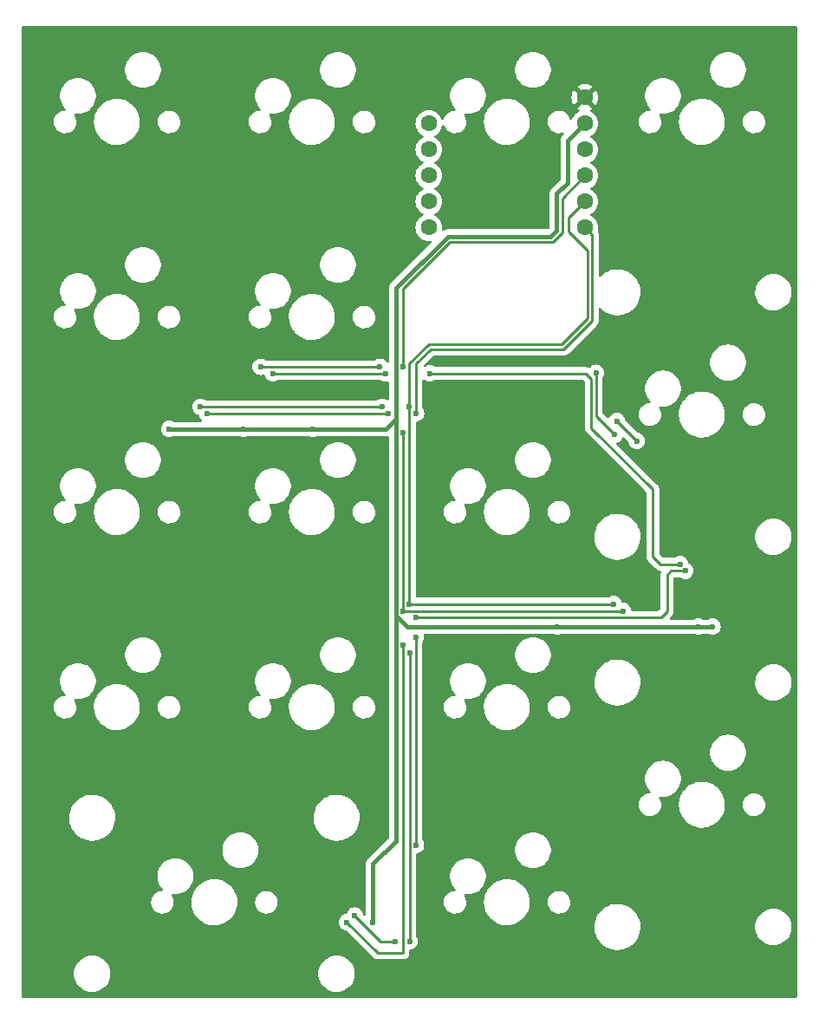
<source format=gbr>
%TF.GenerationSoftware,KiCad,Pcbnew,(7.0.0)*%
%TF.CreationDate,2023-03-18T14:12:53+09:00*%
%TF.ProjectId,hep-numpad,6865702d-6e75-46d7-9061-642e6b696361,rev?*%
%TF.SameCoordinates,Original*%
%TF.FileFunction,Copper,L1,Top*%
%TF.FilePolarity,Positive*%
%FSLAX46Y46*%
G04 Gerber Fmt 4.6, Leading zero omitted, Abs format (unit mm)*
G04 Created by KiCad (PCBNEW (7.0.0)) date 2023-03-18 14:12:53*
%MOMM*%
%LPD*%
G01*
G04 APERTURE LIST*
%TA.AperFunction,ComponentPad*%
%ADD10C,1.600000*%
%TD*%
%TA.AperFunction,ViaPad*%
%ADD11C,0.600000*%
%TD*%
%TA.AperFunction,Conductor*%
%ADD12C,0.254000*%
%TD*%
%TA.AperFunction,Conductor*%
%ADD13C,0.381000*%
%TD*%
G04 APERTURE END LIST*
D10*
%TO.P,U4,3,PA10_A2_D2*%
%TO.N,unconnected-(U4-PA10_A2_D2-Pad3)*%
X119380000Y-55880000D03*
%TO.P,U4,4,PA11_A3_D3*%
%TO.N,unconnected-(U4-PA11_A3_D3-Pad4)*%
X119380000Y-58420000D03*
%TO.P,U4,5,PA8_A4_D4_SDA*%
%TO.N,unconnected-(U4-PA8_A4_D4_SDA-Pad5)*%
X119380000Y-60960000D03*
%TO.P,U4,6,PA9_A5_D5_SCL*%
%TO.N,unconnected-(U4-PA9_A5_D5_SCL-Pad6)*%
X119380000Y-63500000D03*
%TO.P,U4,7,PB08_A6_D6_TX*%
%TO.N,unconnected-(U4-PB08_A6_D6_TX-Pad7)*%
X119380000Y-66040000D03*
%TO.P,U4,8,PB09_A7_D7_RX*%
%TO.N,LD*%
X134620000Y-66040000D03*
%TO.P,U4,9,PA7_A8_D8_SCK*%
%TO.N,CLK*%
X134620000Y-63500000D03*
%TO.P,U4,10,PA5_A9_D9_MISO*%
%TO.N,DATA*%
X134620000Y-60960000D03*
%TO.P,U4,11,PA6_A10_D10_MOSI*%
%TO.N,unconnected-(U4-PA6_A10_D10_MOSI-Pad11)*%
X134620000Y-58420000D03*
%TO.P,U4,12,3V3*%
%TO.N,VDD*%
X134620000Y-55880000D03*
%TO.P,U4,13,GND*%
%TO.N,GND*%
X134620000Y-53340000D03*
%TD*%
D11*
%TO.N,Net-(RN3-R3.2)*%
X137543379Y-86250721D03*
X135715800Y-80225050D03*
%TO.N,Net-(RN4-R4.1)*%
X139695608Y-86874892D03*
X137750716Y-84930000D03*
%TO.N,GND*%
X99942400Y-86897100D03*
X137947000Y-98904500D03*
X147355000Y-99121500D03*
X147355000Y-102804500D03*
X93694000Y-79632700D03*
X108121200Y-129322700D03*
%TO.N,Net-(U1-DS)*%
X143926000Y-98904500D03*
X104156500Y-80288750D03*
X119507000Y-80288750D03*
X115126500Y-80288750D03*
%TO.N,DATA*%
X116856500Y-79638750D03*
X102938500Y-79638750D03*
X114606500Y-79638750D03*
%TO.N,CLK*%
X137439000Y-102804500D03*
X97053000Y-83538750D03*
X117483000Y-83538750D03*
X117491500Y-135734170D03*
X112134400Y-133222700D03*
X114823400Y-83538750D03*
X117483000Y-102841170D03*
X117491500Y-107540170D03*
X116094500Y-135734170D03*
%TO.N,LD*%
X116856500Y-106778170D03*
X116856500Y-86063750D03*
X138328000Y-103474000D03*
X118126500Y-84173750D03*
X115376500Y-84173750D03*
X116856500Y-103476170D03*
X111372400Y-133872700D03*
X97688000Y-84173750D03*
%TO.N,Net-(U2-DS)*%
X118118000Y-126351500D03*
X118109500Y-104100500D03*
X144434000Y-99554500D03*
X118109500Y-106031500D03*
%TO.N,VDD*%
X147083500Y-105011500D03*
X108037500Y-85707500D03*
X101287500Y-85707500D03*
X113922400Y-133872700D03*
X94008500Y-85707500D03*
X145704000Y-105011500D03*
X131902000Y-105011500D03*
%TD*%
D12*
%TO.N,Net-(RN3-R3.2)*%
X135715800Y-80225050D02*
X135715800Y-84423142D01*
X135715800Y-84423142D02*
X137543379Y-86250721D01*
%TO.N,Net-(RN4-R4.1)*%
X138766716Y-85946000D02*
X137750716Y-84930000D01*
X138766716Y-85946000D02*
X139695608Y-86874892D01*
%TO.N,GND*%
X147355000Y-102804500D02*
X147355000Y-99121500D01*
%TO.N,Net-(U1-DS)*%
X135261800Y-80850750D02*
X134699800Y-80288750D01*
X141259000Y-98142500D02*
X141259000Y-91610250D01*
X134699800Y-80288750D02*
X119507000Y-80288750D01*
X142021000Y-98904500D02*
X141259000Y-98142500D01*
X143926000Y-98904500D02*
X142021000Y-98904500D01*
X135261800Y-85613050D02*
X135261800Y-80850750D01*
X115126500Y-80288750D02*
X104156500Y-80288750D01*
X141259000Y-91610250D02*
X135261800Y-85613050D01*
%TO.N,DATA*%
X121440000Y-67420000D02*
X131497948Y-67420000D01*
X131497948Y-67420000D02*
X132389000Y-66528948D01*
X116856500Y-72003500D02*
X121440000Y-67420000D01*
X132389000Y-63191000D02*
X134620000Y-60960000D01*
X132389000Y-66528948D02*
X132389000Y-63191000D01*
X114606500Y-79638750D02*
X102938500Y-79638750D01*
X116856500Y-79638750D02*
X116856500Y-72003500D01*
%TO.N,CLK*%
X117483000Y-102841170D02*
X117483000Y-85814670D01*
X134886000Y-68266000D02*
X134886000Y-74931948D01*
X132351948Y-77466000D02*
X119351948Y-77466000D01*
X117483000Y-83538750D02*
X117483000Y-85814670D01*
X119351948Y-77466000D02*
X117483000Y-79334948D01*
X133040000Y-66420000D02*
X134886000Y-68266000D01*
X117483000Y-79334948D02*
X117483000Y-83538750D01*
X116094500Y-135734170D02*
X114645870Y-135734170D01*
X137439000Y-102804500D02*
X122326000Y-102804500D01*
X114645870Y-135734170D02*
X112134400Y-133222700D01*
X114823400Y-83538750D02*
X97053000Y-83538750D01*
X117491500Y-134972170D02*
X117491500Y-135734170D01*
X122326000Y-102804500D02*
X117519670Y-102804500D01*
X117491500Y-107540170D02*
X117491500Y-134972170D01*
X134886000Y-74931948D02*
X132351948Y-77466000D01*
X134620000Y-63500000D02*
X133040000Y-65080000D01*
X133040000Y-65080000D02*
X133040000Y-66420000D01*
X117519670Y-102804500D02*
X117483000Y-102841170D01*
%TO.N,LD*%
X138328000Y-103474000D02*
X121129000Y-103474000D01*
X111372400Y-133872700D02*
X114376870Y-136877170D01*
X121129000Y-103474000D02*
X116858670Y-103474000D01*
X134620000Y-66040000D02*
X135340000Y-66760000D01*
X132540000Y-77920000D02*
X119540000Y-77920000D01*
X116858670Y-103474000D02*
X116856500Y-103476170D01*
X119540000Y-77920000D02*
X118126500Y-79333500D01*
X135340000Y-75120000D02*
X132540000Y-77920000D01*
X114376870Y-136877170D02*
X116856500Y-136877170D01*
X118126500Y-79333500D02*
X118126500Y-84173750D01*
X135340000Y-66760000D02*
X135340000Y-75120000D01*
X116856500Y-106778170D02*
X116856500Y-136877170D01*
X116856500Y-103476170D02*
X116856500Y-86063750D01*
X115376500Y-84173750D02*
X97688000Y-84173750D01*
%TO.N,Net-(U2-DS)*%
X118109500Y-106031500D02*
X118118500Y-106040500D01*
X142046500Y-104101000D02*
X118110000Y-104101000D01*
X118118500Y-126351000D02*
X118118000Y-126351500D01*
X118118500Y-106040500D02*
X118118500Y-126351000D01*
X118110000Y-104101000D02*
X118109500Y-104100500D01*
X144434000Y-99554500D02*
X143037000Y-99554500D01*
X143037000Y-99554500D02*
X142656000Y-99935500D01*
X142656000Y-103491500D02*
X142046500Y-104101000D01*
X142656000Y-99935500D02*
X142656000Y-103491500D01*
D13*
%TO.N,VDD*%
X115166500Y-85707500D02*
X116166500Y-84707500D01*
X113922400Y-133872700D02*
X113922400Y-128157700D01*
X132943000Y-57557000D02*
X134620000Y-55880000D01*
X131283592Y-66902500D02*
X121225645Y-66902499D01*
X116166500Y-125913600D02*
X116166500Y-103900700D01*
X116166500Y-71961644D02*
X116166500Y-84707500D01*
X116166500Y-103900700D02*
X116166500Y-84707500D01*
X147083500Y-105011500D02*
X145704000Y-105011500D01*
X131902000Y-105011500D02*
X117277300Y-105011500D01*
X121225645Y-66902499D02*
X116166500Y-71961644D01*
X132943000Y-61656064D02*
X132943000Y-57557000D01*
X117277300Y-105011500D02*
X116166500Y-103900700D01*
X113922400Y-128157700D02*
X116166500Y-125913600D01*
X131871500Y-66314592D02*
X131283592Y-66902500D01*
X131871500Y-62727564D02*
X131871500Y-66314592D01*
X145704000Y-105011500D02*
X131902000Y-105011500D01*
X108037500Y-85707500D02*
X101287500Y-85707500D01*
X132943000Y-61656064D02*
X131871500Y-62727564D01*
X108037500Y-85707500D02*
X115166500Y-85707500D01*
X94008500Y-85707500D02*
X101287500Y-85707500D01*
%TD*%
%TA.AperFunction,Conductor*%
%TO.N,GND*%
G36*
X118916318Y-80849259D02*
G01*
X118965681Y-80879509D01*
X119004738Y-80918566D01*
X119157478Y-81014539D01*
X119327745Y-81074118D01*
X119507000Y-81094315D01*
X119686255Y-81074118D01*
X119856522Y-81014539D01*
X119982700Y-80935255D01*
X120048672Y-80916250D01*
X134388519Y-80916250D01*
X134435972Y-80925689D01*
X134476200Y-80952569D01*
X134597981Y-81074350D01*
X134624861Y-81114578D01*
X134634300Y-81162031D01*
X134634300Y-85535005D01*
X134633776Y-85546116D01*
X134632120Y-85553527D01*
X134632365Y-85561324D01*
X134632365Y-85561325D01*
X134634239Y-85620969D01*
X134634300Y-85624863D01*
X134634300Y-85652526D01*
X134634788Y-85656393D01*
X134634789Y-85656404D01*
X134634807Y-85656544D01*
X134635721Y-85668167D01*
X134636853Y-85704194D01*
X134636854Y-85704200D01*
X134637099Y-85711993D01*
X134639274Y-85719482D01*
X134639275Y-85719483D01*
X134642717Y-85731330D01*
X134646660Y-85750374D01*
X134648204Y-85762598D01*
X134648207Y-85762609D01*
X134649184Y-85770343D01*
X134652053Y-85777591D01*
X134652056Y-85777600D01*
X134665319Y-85811100D01*
X134669102Y-85822147D01*
X134681332Y-85864241D01*
X134685302Y-85870953D01*
X134685303Y-85870956D01*
X134691576Y-85881563D01*
X134700136Y-85899035D01*
X134707547Y-85917753D01*
X134712132Y-85924064D01*
X134712134Y-85924067D01*
X134733312Y-85953217D01*
X134739724Y-85962978D01*
X134758064Y-85993989D01*
X134758066Y-85993992D01*
X134762037Y-86000706D01*
X134767555Y-86006224D01*
X134776271Y-86014940D01*
X134788903Y-86029729D01*
X134800737Y-86046017D01*
X134806747Y-86050988D01*
X134806749Y-86050991D01*
X134834505Y-86073952D01*
X134843146Y-86081815D01*
X140595181Y-91833850D01*
X140622061Y-91874078D01*
X140631500Y-91921531D01*
X140631500Y-98064455D01*
X140630976Y-98075566D01*
X140629320Y-98082977D01*
X140629565Y-98090774D01*
X140629565Y-98090775D01*
X140631439Y-98150419D01*
X140631500Y-98154313D01*
X140631500Y-98181976D01*
X140631988Y-98185843D01*
X140631989Y-98185854D01*
X140632007Y-98185994D01*
X140632921Y-98197617D01*
X140634053Y-98233644D01*
X140634054Y-98233650D01*
X140634299Y-98241443D01*
X140636474Y-98248932D01*
X140636475Y-98248933D01*
X140639917Y-98260780D01*
X140643860Y-98279824D01*
X140645404Y-98292048D01*
X140645407Y-98292059D01*
X140646384Y-98299793D01*
X140649253Y-98307041D01*
X140649256Y-98307050D01*
X140662519Y-98340550D01*
X140666302Y-98351597D01*
X140678532Y-98393691D01*
X140682502Y-98400403D01*
X140682503Y-98400406D01*
X140688776Y-98411013D01*
X140697336Y-98428485D01*
X140704747Y-98447203D01*
X140709332Y-98453514D01*
X140709334Y-98453517D01*
X140730512Y-98482667D01*
X140736924Y-98492428D01*
X140755264Y-98523439D01*
X140755266Y-98523442D01*
X140759237Y-98530156D01*
X140764755Y-98535674D01*
X140773471Y-98544390D01*
X140786103Y-98559179D01*
X140797937Y-98575467D01*
X140803947Y-98580438D01*
X140803949Y-98580441D01*
X140831705Y-98603402D01*
X140840346Y-98611265D01*
X141522104Y-99293023D01*
X141529591Y-99301251D01*
X141533660Y-99307662D01*
X141539344Y-99312999D01*
X141539346Y-99313002D01*
X141582846Y-99353851D01*
X141585642Y-99356561D01*
X141605204Y-99376123D01*
X141608295Y-99378520D01*
X141608399Y-99378601D01*
X141617278Y-99386185D01*
X141632845Y-99400803D01*
X141649233Y-99416193D01*
X141666881Y-99425894D01*
X141683139Y-99436575D01*
X141692871Y-99444125D01*
X141692875Y-99444127D01*
X141699038Y-99448908D01*
X141739260Y-99466313D01*
X141749751Y-99471452D01*
X141788166Y-99492572D01*
X141807663Y-99497577D01*
X141826063Y-99503877D01*
X141844542Y-99511874D01*
X141887847Y-99518732D01*
X141899270Y-99521098D01*
X141941728Y-99532000D01*
X141954090Y-99532000D01*
X142012113Y-99546413D01*
X142056648Y-99586302D01*
X142077341Y-99642393D01*
X142069671Y-99699495D01*
X142067928Y-99702666D01*
X142065991Y-99710209D01*
X142065986Y-99710222D01*
X142062919Y-99722170D01*
X142056620Y-99740567D01*
X142048626Y-99759042D01*
X142047406Y-99766742D01*
X142047405Y-99766747D01*
X142041769Y-99802331D01*
X142039401Y-99813766D01*
X142030438Y-99848674D01*
X142030436Y-99848685D01*
X142028500Y-99856228D01*
X142028500Y-99864024D01*
X142028500Y-99876359D01*
X142026972Y-99895757D01*
X142023825Y-99915633D01*
X142024559Y-99923398D01*
X142024559Y-99923400D01*
X142027950Y-99959269D01*
X142028500Y-99970939D01*
X142028500Y-103180219D01*
X142019061Y-103227672D01*
X141992181Y-103267900D01*
X141822900Y-103437181D01*
X141782672Y-103464061D01*
X141735219Y-103473500D01*
X139244322Y-103473500D01*
X139186381Y-103459130D01*
X139141869Y-103419352D01*
X139121102Y-103363384D01*
X139119815Y-103351967D01*
X139113368Y-103294745D01*
X139053789Y-103124478D01*
X138957816Y-102971738D01*
X138830262Y-102844184D01*
X138677522Y-102748211D01*
X138670959Y-102745914D01*
X138670956Y-102745913D01*
X138513824Y-102690930D01*
X138513819Y-102690928D01*
X138507255Y-102688632D01*
X138500335Y-102687852D01*
X138500334Y-102687852D01*
X138334923Y-102669215D01*
X138328000Y-102668435D01*
X138325401Y-102668727D01*
X138278150Y-102658869D01*
X138236839Y-102629556D01*
X138210695Y-102586170D01*
X138167086Y-102461543D01*
X138164789Y-102454978D01*
X138068816Y-102302238D01*
X137941262Y-102174684D01*
X137918508Y-102160387D01*
X137794412Y-102082412D01*
X137788522Y-102078711D01*
X137781959Y-102076414D01*
X137781956Y-102076413D01*
X137624824Y-102021430D01*
X137624819Y-102021428D01*
X137618255Y-102019132D01*
X137611335Y-102018352D01*
X137611334Y-102018352D01*
X137445923Y-101999715D01*
X137439000Y-101998935D01*
X137432077Y-101999715D01*
X137266665Y-102018352D01*
X137266662Y-102018352D01*
X137259745Y-102019132D01*
X137253182Y-102021428D01*
X137253175Y-102021430D01*
X137096043Y-102076413D01*
X137096036Y-102076415D01*
X137089478Y-102078711D01*
X137083590Y-102082410D01*
X137083587Y-102082412D01*
X136963300Y-102157994D01*
X136897328Y-102177000D01*
X122405272Y-102177000D01*
X118234500Y-102177000D01*
X118172500Y-102160387D01*
X118127113Y-102115000D01*
X118110500Y-102053000D01*
X118110500Y-96308164D01*
X135546833Y-96308164D01*
X135547247Y-96312285D01*
X135547248Y-96312296D01*
X135562333Y-96462238D01*
X135576911Y-96607145D01*
X135577871Y-96611173D01*
X135577873Y-96611185D01*
X135645607Y-96895409D01*
X135646570Y-96899449D01*
X135754569Y-97179860D01*
X135756553Y-97183481D01*
X135756559Y-97183493D01*
X135828097Y-97314032D01*
X135898979Y-97443375D01*
X135901435Y-97446708D01*
X135901438Y-97446713D01*
X136074762Y-97681950D01*
X136077223Y-97685290D01*
X136286121Y-97901289D01*
X136420618Y-98007500D01*
X136518691Y-98084948D01*
X136518695Y-98084950D01*
X136521946Y-98087518D01*
X136525510Y-98089629D01*
X136525513Y-98089631D01*
X136628144Y-98150419D01*
X136780487Y-98240652D01*
X136784291Y-98242265D01*
X136784295Y-98242267D01*
X136860744Y-98274684D01*
X137057133Y-98357960D01*
X137346946Y-98437348D01*
X137644755Y-98477400D01*
X137867951Y-98477400D01*
X137870033Y-98477400D01*
X138094819Y-98462352D01*
X138389287Y-98402499D01*
X138673151Y-98303931D01*
X138941343Y-98168407D01*
X139189080Y-97998346D01*
X139411939Y-97796782D01*
X139605943Y-97567312D01*
X139767631Y-97314032D01*
X139894118Y-97041460D01*
X139983146Y-96754462D01*
X140033126Y-96458158D01*
X140043167Y-96157836D01*
X140013089Y-95858855D01*
X139943430Y-95566551D01*
X139835431Y-95286140D01*
X139829475Y-95275272D01*
X139759991Y-95148480D01*
X139691021Y-95022625D01*
X139512777Y-94780710D01*
X139303879Y-94564711D01*
X139167060Y-94456666D01*
X139071308Y-94381051D01*
X139071301Y-94381046D01*
X139068054Y-94378482D01*
X139064493Y-94376372D01*
X139064486Y-94376368D01*
X138813074Y-94227457D01*
X138813071Y-94227455D01*
X138809513Y-94225348D01*
X138805714Y-94223737D01*
X138805704Y-94223732D01*
X138536676Y-94109655D01*
X138536673Y-94109654D01*
X138532867Y-94108040D01*
X138528880Y-94106948D01*
X138528872Y-94106945D01*
X138247049Y-94029746D01*
X138247044Y-94029745D01*
X138243054Y-94028652D01*
X138238959Y-94028101D01*
X138238953Y-94028100D01*
X137949344Y-93989151D01*
X137949340Y-93989150D01*
X137945245Y-93988600D01*
X137719967Y-93988600D01*
X137717893Y-93988738D01*
X137717888Y-93988739D01*
X137499313Y-94003371D01*
X137499307Y-94003371D01*
X137495181Y-94003648D01*
X137491124Y-94004472D01*
X137491121Y-94004473D01*
X137204781Y-94062674D01*
X137204778Y-94062674D01*
X137200713Y-94063501D01*
X137196799Y-94064860D01*
X137196792Y-94064862D01*
X136920761Y-94160710D01*
X136920753Y-94160713D01*
X136916849Y-94162069D01*
X136913152Y-94163936D01*
X136913150Y-94163938D01*
X136652358Y-94295722D01*
X136652348Y-94295727D01*
X136648657Y-94297593D01*
X136645246Y-94299934D01*
X136645240Y-94299938D01*
X136404337Y-94465307D01*
X136404323Y-94465317D01*
X136400920Y-94467654D01*
X136397855Y-94470425D01*
X136397845Y-94470434D01*
X136181135Y-94666437D01*
X136181129Y-94666442D01*
X136178061Y-94669218D01*
X136175392Y-94672373D01*
X136175386Y-94672381D01*
X135986732Y-94895523D01*
X135986726Y-94895530D01*
X135984057Y-94898688D01*
X135981834Y-94902169D01*
X135981826Y-94902181D01*
X135824595Y-95148480D01*
X135824591Y-95148487D01*
X135822369Y-95151968D01*
X135820629Y-95155717D01*
X135820626Y-95155723D01*
X135697627Y-95420778D01*
X135697623Y-95420787D01*
X135695882Y-95424540D01*
X135694656Y-95428490D01*
X135694654Y-95428497D01*
X135619135Y-95671948D01*
X135606854Y-95711538D01*
X135606165Y-95715616D01*
X135606165Y-95715621D01*
X135559829Y-95990325D01*
X135556874Y-96007842D01*
X135556736Y-96011965D01*
X135556735Y-96011977D01*
X135546971Y-96304016D01*
X135546971Y-96304026D01*
X135546833Y-96308164D01*
X118110500Y-96308164D01*
X118110500Y-93767355D01*
X120814843Y-93767355D01*
X120815123Y-93773239D01*
X120815123Y-93773246D01*
X120821128Y-93899296D01*
X120824852Y-93977459D01*
X120845525Y-94062674D01*
X120856922Y-94109655D01*
X120874442Y-94181871D01*
X120876895Y-94187242D01*
X120876897Y-94187248D01*
X120959363Y-94367824D01*
X120959365Y-94367828D01*
X120961821Y-94373205D01*
X120965250Y-94378020D01*
X120965251Y-94378022D01*
X121080400Y-94539726D01*
X121083831Y-94544544D01*
X121236063Y-94689697D01*
X121413014Y-94803416D01*
X121608288Y-94881593D01*
X121814829Y-94921400D01*
X121969514Y-94921400D01*
X121972468Y-94921400D01*
X122129389Y-94906416D01*
X122331211Y-94847156D01*
X122518170Y-94750771D01*
X122683510Y-94620747D01*
X122821255Y-94461781D01*
X122926426Y-94279619D01*
X122995222Y-94080846D01*
X123021919Y-93895164D01*
X124751833Y-93895164D01*
X124752247Y-93899285D01*
X124752248Y-93899296D01*
X124780676Y-94181871D01*
X124781911Y-94194145D01*
X124782871Y-94198173D01*
X124782873Y-94198185D01*
X124847091Y-94467654D01*
X124851570Y-94486449D01*
X124853060Y-94490318D01*
X124853062Y-94490324D01*
X124921963Y-94669218D01*
X124959569Y-94766860D01*
X124961553Y-94770481D01*
X124961559Y-94770493D01*
X125050044Y-94931956D01*
X125103979Y-95030375D01*
X125106435Y-95033708D01*
X125106438Y-95033713D01*
X125279762Y-95268950D01*
X125282223Y-95272290D01*
X125491121Y-95488289D01*
X125616997Y-95587692D01*
X125723691Y-95671948D01*
X125723695Y-95671950D01*
X125726946Y-95674518D01*
X125730510Y-95676629D01*
X125730513Y-95676631D01*
X125859553Y-95753061D01*
X125985487Y-95827652D01*
X125989291Y-95829265D01*
X125989295Y-95829267D01*
X126068817Y-95862987D01*
X126262133Y-95944960D01*
X126551946Y-96024348D01*
X126849755Y-96064400D01*
X127072951Y-96064400D01*
X127075033Y-96064400D01*
X127299819Y-96049352D01*
X127594287Y-95989499D01*
X127878151Y-95890931D01*
X128146343Y-95755407D01*
X128394080Y-95585346D01*
X128616939Y-95383782D01*
X128810943Y-95154312D01*
X128972631Y-94901032D01*
X129099118Y-94628460D01*
X129188146Y-94341462D01*
X129238126Y-94045158D01*
X129247414Y-93767355D01*
X130974843Y-93767355D01*
X130975123Y-93773239D01*
X130975123Y-93773246D01*
X130981128Y-93899296D01*
X130984852Y-93977459D01*
X131005525Y-94062674D01*
X131016922Y-94109655D01*
X131034442Y-94181871D01*
X131036895Y-94187242D01*
X131036897Y-94187248D01*
X131119363Y-94367824D01*
X131119365Y-94367828D01*
X131121821Y-94373205D01*
X131125250Y-94378020D01*
X131125251Y-94378022D01*
X131240400Y-94539726D01*
X131243831Y-94544544D01*
X131396063Y-94689697D01*
X131573014Y-94803416D01*
X131768288Y-94881593D01*
X131974829Y-94921400D01*
X132129514Y-94921400D01*
X132132468Y-94921400D01*
X132289389Y-94906416D01*
X132491211Y-94847156D01*
X132678170Y-94750771D01*
X132843510Y-94620747D01*
X132981255Y-94461781D01*
X133086426Y-94279619D01*
X133155222Y-94080846D01*
X133185157Y-93872645D01*
X133175148Y-93662541D01*
X133125558Y-93458129D01*
X133080918Y-93360381D01*
X133040636Y-93272175D01*
X133040635Y-93272174D01*
X133038179Y-93266795D01*
X132916169Y-93095456D01*
X132763937Y-92950303D01*
X132586986Y-92836584D01*
X132391712Y-92758407D01*
X132385908Y-92757288D01*
X132385907Y-92757288D01*
X132190968Y-92719717D01*
X132190965Y-92719716D01*
X132185171Y-92718600D01*
X132027532Y-92718600D01*
X132024603Y-92718879D01*
X132024596Y-92718880D01*
X131876491Y-92733022D01*
X131876485Y-92733023D01*
X131870611Y-92733584D01*
X131864943Y-92735248D01*
X131864939Y-92735249D01*
X131674454Y-92791180D01*
X131674448Y-92791182D01*
X131668789Y-92792844D01*
X131663544Y-92795547D01*
X131663539Y-92795550D01*
X131487079Y-92886522D01*
X131487071Y-92886526D01*
X131481830Y-92889229D01*
X131477188Y-92892878D01*
X131477187Y-92892880D01*
X131321135Y-93015599D01*
X131321128Y-93015605D01*
X131316490Y-93019253D01*
X131312626Y-93023711D01*
X131312621Y-93023717D01*
X131182611Y-93173756D01*
X131182605Y-93173763D01*
X131178745Y-93178219D01*
X131175794Y-93183329D01*
X131175792Y-93183333D01*
X131076530Y-93355260D01*
X131076527Y-93355264D01*
X131073574Y-93360381D01*
X131071643Y-93365960D01*
X131071639Y-93365969D01*
X131006709Y-93553572D01*
X131006706Y-93553581D01*
X131004778Y-93559154D01*
X131003938Y-93564990D01*
X131003937Y-93564998D01*
X130975682Y-93761515D01*
X130975681Y-93761521D01*
X130974843Y-93767355D01*
X129247414Y-93767355D01*
X129248167Y-93744836D01*
X129218089Y-93445855D01*
X129148430Y-93153551D01*
X129040431Y-92873140D01*
X129035019Y-92863265D01*
X128955894Y-92718880D01*
X128896021Y-92609625D01*
X128861964Y-92563403D01*
X128720237Y-92371049D01*
X128717777Y-92367710D01*
X128508879Y-92151711D01*
X128383002Y-92052307D01*
X128276308Y-91968051D01*
X128276301Y-91968046D01*
X128273054Y-91965482D01*
X128269493Y-91963372D01*
X128269486Y-91963368D01*
X128018074Y-91814457D01*
X128018071Y-91814455D01*
X128014513Y-91812348D01*
X128010714Y-91810737D01*
X128010704Y-91810732D01*
X127741676Y-91696655D01*
X127741673Y-91696654D01*
X127737867Y-91695040D01*
X127733880Y-91693948D01*
X127733872Y-91693945D01*
X127452049Y-91616746D01*
X127452044Y-91616745D01*
X127448054Y-91615652D01*
X127443959Y-91615101D01*
X127443953Y-91615100D01*
X127154344Y-91576151D01*
X127154340Y-91576150D01*
X127150245Y-91575600D01*
X126924967Y-91575600D01*
X126922893Y-91575738D01*
X126922888Y-91575739D01*
X126704313Y-91590371D01*
X126704307Y-91590371D01*
X126700181Y-91590648D01*
X126696124Y-91591472D01*
X126696121Y-91591473D01*
X126409781Y-91649674D01*
X126409778Y-91649674D01*
X126405713Y-91650501D01*
X126401799Y-91651860D01*
X126401792Y-91651862D01*
X126125761Y-91747710D01*
X126125753Y-91747713D01*
X126121849Y-91749069D01*
X126118152Y-91750936D01*
X126118150Y-91750938D01*
X125857358Y-91882722D01*
X125857348Y-91882727D01*
X125853657Y-91884593D01*
X125850246Y-91886934D01*
X125850240Y-91886938D01*
X125609337Y-92052307D01*
X125609323Y-92052317D01*
X125605920Y-92054654D01*
X125602855Y-92057425D01*
X125602845Y-92057434D01*
X125386135Y-92253437D01*
X125386129Y-92253442D01*
X125383061Y-92256218D01*
X125380392Y-92259373D01*
X125380386Y-92259381D01*
X125191732Y-92482523D01*
X125191726Y-92482530D01*
X125189057Y-92485688D01*
X125186834Y-92489169D01*
X125186826Y-92489181D01*
X125029595Y-92735480D01*
X125029591Y-92735487D01*
X125027369Y-92738968D01*
X125025629Y-92742717D01*
X125025626Y-92742723D01*
X124902627Y-93007778D01*
X124902623Y-93007787D01*
X124900882Y-93011540D01*
X124899656Y-93015490D01*
X124899654Y-93015497D01*
X124850562Y-93173756D01*
X124811854Y-93298538D01*
X124811165Y-93302616D01*
X124811165Y-93302621D01*
X124767894Y-93559154D01*
X124761874Y-93594842D01*
X124761736Y-93598965D01*
X124761735Y-93598977D01*
X124751971Y-93891016D01*
X124751971Y-93891026D01*
X124751833Y-93895164D01*
X123021919Y-93895164D01*
X123025157Y-93872645D01*
X123015148Y-93662541D01*
X122965558Y-93458129D01*
X122920918Y-93360381D01*
X122880636Y-93272175D01*
X122880635Y-93272174D01*
X122878179Y-93266795D01*
X122839880Y-93213012D01*
X122817061Y-93147618D01*
X122832875Y-93080185D01*
X122882390Y-93031754D01*
X122950153Y-93017434D01*
X123124506Y-93030500D01*
X123253177Y-93030500D01*
X123255494Y-93030500D01*
X123451630Y-93015802D01*
X123707416Y-92957420D01*
X123951643Y-92861568D01*
X124178857Y-92730386D01*
X124383981Y-92566805D01*
X124562433Y-92374479D01*
X124710228Y-92157704D01*
X124824063Y-91921323D01*
X124901396Y-91670615D01*
X124940500Y-91411182D01*
X124940500Y-91148818D01*
X124901396Y-90889385D01*
X124824063Y-90638677D01*
X124710228Y-90402296D01*
X124562433Y-90185521D01*
X124383981Y-89993195D01*
X124178857Y-89829614D01*
X124084216Y-89774973D01*
X123955664Y-89700753D01*
X123955658Y-89700750D01*
X123951643Y-89698432D01*
X123947324Y-89696737D01*
X123947318Y-89696734D01*
X123711738Y-89604276D01*
X123711734Y-89604275D01*
X123707416Y-89602580D01*
X123702893Y-89601547D01*
X123702891Y-89601547D01*
X123456149Y-89545229D01*
X123456143Y-89545228D01*
X123451630Y-89544198D01*
X123447008Y-89543851D01*
X123447004Y-89543851D01*
X123257808Y-89529673D01*
X123257797Y-89529672D01*
X123255494Y-89529500D01*
X123124506Y-89529500D01*
X123122203Y-89529672D01*
X123122191Y-89529673D01*
X122932995Y-89543851D01*
X122932989Y-89543851D01*
X122928370Y-89544198D01*
X122923858Y-89545227D01*
X122923850Y-89545229D01*
X122677108Y-89601547D01*
X122677102Y-89601548D01*
X122672584Y-89602580D01*
X122668268Y-89604273D01*
X122668261Y-89604276D01*
X122432681Y-89696734D01*
X122432670Y-89696739D01*
X122428357Y-89698432D01*
X122424346Y-89700747D01*
X122424335Y-89700753D01*
X122205161Y-89827294D01*
X122201143Y-89829614D01*
X122197519Y-89832503D01*
X122197516Y-89832506D01*
X121999646Y-89990302D01*
X121999641Y-89990306D01*
X121996019Y-89993195D01*
X121992865Y-89996593D01*
X121992863Y-89996596D01*
X121820719Y-90182123D01*
X121820713Y-90182129D01*
X121817567Y-90185521D01*
X121814957Y-90189348D01*
X121814957Y-90189349D01*
X121723655Y-90323265D01*
X121669772Y-90402296D01*
X121667759Y-90406474D01*
X121667756Y-90406481D01*
X121557949Y-90634497D01*
X121557944Y-90634508D01*
X121555937Y-90638677D01*
X121554574Y-90643093D01*
X121554569Y-90643108D01*
X121479971Y-90884951D01*
X121479968Y-90884959D01*
X121478604Y-90889385D01*
X121477914Y-90893961D01*
X121477912Y-90893971D01*
X121440190Y-91144234D01*
X121440189Y-91144246D01*
X121439500Y-91148818D01*
X121439500Y-91411182D01*
X121440189Y-91415754D01*
X121440190Y-91415765D01*
X121477912Y-91666028D01*
X121477913Y-91666035D01*
X121478604Y-91670615D01*
X121479969Y-91675043D01*
X121479971Y-91675048D01*
X121554569Y-91916891D01*
X121554573Y-91916901D01*
X121555937Y-91921323D01*
X121557946Y-91925496D01*
X121557949Y-91925502D01*
X121665649Y-92149142D01*
X121669772Y-92157704D01*
X121817567Y-92374479D01*
X121820713Y-92377870D01*
X121820719Y-92377877D01*
X121944281Y-92511045D01*
X121975101Y-92571712D01*
X121969266Y-92639509D01*
X121928534Y-92694018D01*
X121865169Y-92718824D01*
X121716502Y-92733020D01*
X121716486Y-92733022D01*
X121710611Y-92733584D01*
X121704943Y-92735248D01*
X121704939Y-92735249D01*
X121514454Y-92791180D01*
X121514448Y-92791182D01*
X121508789Y-92792844D01*
X121503544Y-92795547D01*
X121503539Y-92795550D01*
X121327079Y-92886522D01*
X121327071Y-92886526D01*
X121321830Y-92889229D01*
X121317188Y-92892878D01*
X121317187Y-92892880D01*
X121161135Y-93015599D01*
X121161128Y-93015605D01*
X121156490Y-93019253D01*
X121152626Y-93023711D01*
X121152621Y-93023717D01*
X121022611Y-93173756D01*
X121022605Y-93173763D01*
X121018745Y-93178219D01*
X121015794Y-93183329D01*
X121015792Y-93183333D01*
X120916530Y-93355260D01*
X120916527Y-93355264D01*
X120913574Y-93360381D01*
X120911643Y-93365960D01*
X120911639Y-93365969D01*
X120846709Y-93553572D01*
X120846706Y-93553581D01*
X120844778Y-93559154D01*
X120843938Y-93564990D01*
X120843937Y-93564998D01*
X120815682Y-93761515D01*
X120815681Y-93761521D01*
X120814843Y-93767355D01*
X118110500Y-93767355D01*
X118110500Y-88871182D01*
X127789500Y-88871182D01*
X127790189Y-88875754D01*
X127790190Y-88875765D01*
X127827912Y-89126028D01*
X127827913Y-89126035D01*
X127828604Y-89130615D01*
X127829969Y-89135043D01*
X127829971Y-89135048D01*
X127904569Y-89376891D01*
X127904573Y-89376901D01*
X127905937Y-89381323D01*
X127907946Y-89385496D01*
X127907949Y-89385502D01*
X127984206Y-89543851D01*
X128019772Y-89617704D01*
X128167567Y-89834479D01*
X128346019Y-90026805D01*
X128551143Y-90190386D01*
X128778357Y-90321568D01*
X129022584Y-90417420D01*
X129278370Y-90475802D01*
X129474506Y-90490500D01*
X129603177Y-90490500D01*
X129605494Y-90490500D01*
X129801630Y-90475802D01*
X130057416Y-90417420D01*
X130301643Y-90321568D01*
X130528857Y-90190386D01*
X130733981Y-90026805D01*
X130912433Y-89834479D01*
X131060228Y-89617704D01*
X131174063Y-89381323D01*
X131251396Y-89130615D01*
X131290500Y-88871182D01*
X131290500Y-88608818D01*
X131251396Y-88349385D01*
X131174063Y-88098677D01*
X131060228Y-87862296D01*
X130912433Y-87645521D01*
X130733981Y-87453195D01*
X130528857Y-87289614D01*
X130398950Y-87214612D01*
X130305664Y-87160753D01*
X130305658Y-87160750D01*
X130301643Y-87158432D01*
X130297324Y-87156737D01*
X130297318Y-87156734D01*
X130061738Y-87064276D01*
X130061734Y-87064275D01*
X130057416Y-87062580D01*
X130052893Y-87061547D01*
X130052891Y-87061547D01*
X129806149Y-87005229D01*
X129806143Y-87005228D01*
X129801630Y-87004198D01*
X129797008Y-87003851D01*
X129797004Y-87003851D01*
X129607808Y-86989673D01*
X129607797Y-86989672D01*
X129605494Y-86989500D01*
X129474506Y-86989500D01*
X129472203Y-86989672D01*
X129472191Y-86989673D01*
X129282995Y-87003851D01*
X129282989Y-87003851D01*
X129278370Y-87004198D01*
X129273858Y-87005227D01*
X129273850Y-87005229D01*
X129027108Y-87061547D01*
X129027102Y-87061548D01*
X129022584Y-87062580D01*
X129018268Y-87064273D01*
X129018261Y-87064276D01*
X128782681Y-87156734D01*
X128782670Y-87156739D01*
X128778357Y-87158432D01*
X128774346Y-87160747D01*
X128774335Y-87160753D01*
X128555161Y-87287294D01*
X128551143Y-87289614D01*
X128547519Y-87292503D01*
X128547516Y-87292506D01*
X128349646Y-87450302D01*
X128349641Y-87450306D01*
X128346019Y-87453195D01*
X128342865Y-87456593D01*
X128342863Y-87456596D01*
X128170719Y-87642123D01*
X128170713Y-87642129D01*
X128167567Y-87645521D01*
X128164957Y-87649348D01*
X128164957Y-87649349D01*
X128159086Y-87657961D01*
X128019772Y-87862296D01*
X128017759Y-87866474D01*
X128017756Y-87866481D01*
X127907949Y-88094497D01*
X127907944Y-88094508D01*
X127905937Y-88098677D01*
X127904574Y-88103093D01*
X127904569Y-88103108D01*
X127829971Y-88344951D01*
X127829968Y-88344959D01*
X127828604Y-88349385D01*
X127827914Y-88353961D01*
X127827912Y-88353971D01*
X127790190Y-88604234D01*
X127790189Y-88604246D01*
X127789500Y-88608818D01*
X127789500Y-88871182D01*
X118110500Y-88871182D01*
X118110500Y-85091931D01*
X118124870Y-85033990D01*
X118164648Y-84989478D01*
X118220616Y-84968711D01*
X118240040Y-84966522D01*
X118305755Y-84959118D01*
X118476022Y-84899539D01*
X118628762Y-84803566D01*
X118756316Y-84676012D01*
X118852289Y-84523272D01*
X118911868Y-84353005D01*
X118932065Y-84173750D01*
X118911868Y-83994495D01*
X118852289Y-83824228D01*
X118773005Y-83698049D01*
X118754000Y-83632078D01*
X118754000Y-80967190D01*
X118767515Y-80910895D01*
X118805115Y-80866872D01*
X118858602Y-80844717D01*
X118916318Y-80849259D01*
G37*
%TD.AperFunction*%
%TA.AperFunction,Conductor*%
G36*
X155314000Y-46408113D02*
G01*
X155359387Y-46453500D01*
X155376000Y-46515500D01*
X155376000Y-141116500D01*
X155359387Y-141178500D01*
X155314000Y-141223887D01*
X155252000Y-141240500D01*
X79701000Y-141240500D01*
X79639000Y-141223887D01*
X79593613Y-141178500D01*
X79577000Y-141116500D01*
X79577000Y-139037980D01*
X84712500Y-139037980D01*
X84713190Y-139042564D01*
X84713191Y-139042565D01*
X84751447Y-139296385D01*
X84751449Y-139296395D01*
X84752139Y-139300971D01*
X84753503Y-139305394D01*
X84753505Y-139305401D01*
X84829165Y-139550684D01*
X84829169Y-139550694D01*
X84830533Y-139555116D01*
X84832542Y-139559289D01*
X84832545Y-139559295D01*
X84943913Y-139790552D01*
X84945929Y-139794738D01*
X85095750Y-140014485D01*
X85276649Y-140209448D01*
X85484585Y-140375272D01*
X85622639Y-140454977D01*
X85710893Y-140505931D01*
X85710898Y-140505933D01*
X85714914Y-140508252D01*
X85962490Y-140605419D01*
X86221783Y-140664601D01*
X86420599Y-140679500D01*
X86551084Y-140679500D01*
X86553401Y-140679500D01*
X86752217Y-140664601D01*
X87011510Y-140605419D01*
X87259086Y-140508252D01*
X87489415Y-140375272D01*
X87697351Y-140209448D01*
X87878250Y-140014485D01*
X88028071Y-139794738D01*
X88143467Y-139555116D01*
X88221861Y-139300971D01*
X88261500Y-139037980D01*
X108588500Y-139037980D01*
X108589190Y-139042564D01*
X108589191Y-139042565D01*
X108627447Y-139296385D01*
X108627449Y-139296395D01*
X108628139Y-139300971D01*
X108629503Y-139305394D01*
X108629505Y-139305401D01*
X108705165Y-139550684D01*
X108705169Y-139550694D01*
X108706533Y-139555116D01*
X108708542Y-139559289D01*
X108708545Y-139559295D01*
X108819913Y-139790552D01*
X108821929Y-139794738D01*
X108971750Y-140014485D01*
X109152649Y-140209448D01*
X109360585Y-140375272D01*
X109498639Y-140454977D01*
X109586893Y-140505931D01*
X109586898Y-140505933D01*
X109590914Y-140508252D01*
X109838490Y-140605419D01*
X110097783Y-140664601D01*
X110296599Y-140679500D01*
X110427084Y-140679500D01*
X110429401Y-140679500D01*
X110628217Y-140664601D01*
X110887510Y-140605419D01*
X111135086Y-140508252D01*
X111365415Y-140375272D01*
X111573351Y-140209448D01*
X111754250Y-140014485D01*
X111904071Y-139794738D01*
X112019467Y-139555116D01*
X112097861Y-139300971D01*
X112137500Y-139037980D01*
X112137500Y-138772020D01*
X112097861Y-138509029D01*
X112019467Y-138254884D01*
X111904071Y-138015262D01*
X111754250Y-137795515D01*
X111573351Y-137600552D01*
X111365415Y-137434728D01*
X111251039Y-137368693D01*
X111139106Y-137304068D01*
X111139096Y-137304063D01*
X111135086Y-137301748D01*
X111103914Y-137289514D01*
X110891834Y-137206278D01*
X110891833Y-137206277D01*
X110887510Y-137204581D01*
X110882984Y-137203548D01*
X110882981Y-137203547D01*
X110632736Y-137146430D01*
X110632730Y-137146429D01*
X110628217Y-137145399D01*
X110623595Y-137145052D01*
X110623591Y-137145052D01*
X110431715Y-137130673D01*
X110431704Y-137130672D01*
X110429401Y-137130500D01*
X110296599Y-137130500D01*
X110294296Y-137130672D01*
X110294284Y-137130673D01*
X110102408Y-137145052D01*
X110102402Y-137145052D01*
X110097783Y-137145399D01*
X110093271Y-137146428D01*
X110093263Y-137146430D01*
X109843018Y-137203547D01*
X109843011Y-137203548D01*
X109838490Y-137204581D01*
X109834170Y-137206276D01*
X109834165Y-137206278D01*
X109595234Y-137300052D01*
X109595228Y-137300054D01*
X109590914Y-137301748D01*
X109586908Y-137304060D01*
X109586893Y-137304068D01*
X109374256Y-137426835D01*
X109360585Y-137434728D01*
X109356961Y-137437617D01*
X109356958Y-137437620D01*
X109156276Y-137597659D01*
X109156271Y-137597662D01*
X109152649Y-137600552D01*
X109149493Y-137603952D01*
X109149490Y-137603956D01*
X108974909Y-137792109D01*
X108974901Y-137792118D01*
X108971750Y-137795515D01*
X108969144Y-137799336D01*
X108969137Y-137799346D01*
X108824544Y-138011426D01*
X108821929Y-138015262D01*
X108819916Y-138019440D01*
X108819913Y-138019447D01*
X108708545Y-138250704D01*
X108708540Y-138250715D01*
X108706533Y-138254884D01*
X108705170Y-138259300D01*
X108705165Y-138259315D01*
X108629505Y-138504598D01*
X108629502Y-138504607D01*
X108628139Y-138509029D01*
X108627449Y-138513601D01*
X108627447Y-138513614D01*
X108589191Y-138767434D01*
X108588500Y-138772020D01*
X108588500Y-139037980D01*
X88261500Y-139037980D01*
X88261500Y-138772020D01*
X88221861Y-138509029D01*
X88143467Y-138254884D01*
X88028071Y-138015262D01*
X87878250Y-137795515D01*
X87697351Y-137600552D01*
X87489415Y-137434728D01*
X87375039Y-137368693D01*
X87263106Y-137304068D01*
X87263096Y-137304063D01*
X87259086Y-137301748D01*
X87227914Y-137289514D01*
X87015834Y-137206278D01*
X87015833Y-137206277D01*
X87011510Y-137204581D01*
X87006984Y-137203548D01*
X87006981Y-137203547D01*
X86756736Y-137146430D01*
X86756730Y-137146429D01*
X86752217Y-137145399D01*
X86747595Y-137145052D01*
X86747591Y-137145052D01*
X86555715Y-137130673D01*
X86555704Y-137130672D01*
X86553401Y-137130500D01*
X86420599Y-137130500D01*
X86418296Y-137130672D01*
X86418284Y-137130673D01*
X86226408Y-137145052D01*
X86226402Y-137145052D01*
X86221783Y-137145399D01*
X86217271Y-137146428D01*
X86217263Y-137146430D01*
X85967018Y-137203547D01*
X85967011Y-137203548D01*
X85962490Y-137204581D01*
X85958170Y-137206276D01*
X85958165Y-137206278D01*
X85719234Y-137300052D01*
X85719228Y-137300054D01*
X85714914Y-137301748D01*
X85710908Y-137304060D01*
X85710893Y-137304068D01*
X85498256Y-137426835D01*
X85484585Y-137434728D01*
X85480961Y-137437617D01*
X85480958Y-137437620D01*
X85280276Y-137597659D01*
X85280271Y-137597662D01*
X85276649Y-137600552D01*
X85273493Y-137603952D01*
X85273490Y-137603956D01*
X85098909Y-137792109D01*
X85098901Y-137792118D01*
X85095750Y-137795515D01*
X85093144Y-137799336D01*
X85093137Y-137799346D01*
X84948544Y-138011426D01*
X84945929Y-138015262D01*
X84943916Y-138019440D01*
X84943913Y-138019447D01*
X84832545Y-138250704D01*
X84832540Y-138250715D01*
X84830533Y-138254884D01*
X84829170Y-138259300D01*
X84829165Y-138259315D01*
X84753505Y-138504598D01*
X84753502Y-138504607D01*
X84752139Y-138509029D01*
X84751449Y-138513601D01*
X84751447Y-138513614D01*
X84713191Y-138767434D01*
X84712500Y-138772020D01*
X84712500Y-139037980D01*
X79577000Y-139037980D01*
X79577000Y-131867355D01*
X92239843Y-131867355D01*
X92240123Y-131873239D01*
X92240123Y-131873246D01*
X92246128Y-131999296D01*
X92249852Y-132077459D01*
X92270525Y-132162674D01*
X92281922Y-132209655D01*
X92299442Y-132281871D01*
X92301895Y-132287242D01*
X92301897Y-132287248D01*
X92384363Y-132467824D01*
X92384365Y-132467828D01*
X92386821Y-132473205D01*
X92390250Y-132478020D01*
X92390251Y-132478022D01*
X92505400Y-132639726D01*
X92508831Y-132644544D01*
X92661063Y-132789697D01*
X92838014Y-132903416D01*
X93033288Y-132981593D01*
X93239829Y-133021400D01*
X93394514Y-133021400D01*
X93397468Y-133021400D01*
X93554389Y-133006416D01*
X93756211Y-132947156D01*
X93943170Y-132850771D01*
X94108510Y-132720747D01*
X94246255Y-132561781D01*
X94351426Y-132379619D01*
X94420222Y-132180846D01*
X94446919Y-131995164D01*
X96176833Y-131995164D01*
X96177247Y-131999285D01*
X96177248Y-131999296D01*
X96205676Y-132281871D01*
X96206911Y-132294145D01*
X96207871Y-132298173D01*
X96207873Y-132298185D01*
X96272091Y-132567654D01*
X96276570Y-132586449D01*
X96278060Y-132590318D01*
X96278062Y-132590324D01*
X96346963Y-132769218D01*
X96384569Y-132866860D01*
X96386553Y-132870481D01*
X96386559Y-132870493D01*
X96481340Y-133043445D01*
X96528979Y-133130375D01*
X96531435Y-133133708D01*
X96531438Y-133133713D01*
X96702227Y-133365509D01*
X96707223Y-133372290D01*
X96916121Y-133588289D01*
X97041997Y-133687692D01*
X97148691Y-133771948D01*
X97148695Y-133771950D01*
X97151946Y-133774518D01*
X97155510Y-133776629D01*
X97155513Y-133776631D01*
X97284553Y-133853061D01*
X97410487Y-133927652D01*
X97414291Y-133929265D01*
X97414295Y-133929267D01*
X97493817Y-133962987D01*
X97687133Y-134044960D01*
X97976946Y-134124348D01*
X98274755Y-134164400D01*
X98497951Y-134164400D01*
X98500033Y-134164400D01*
X98724819Y-134149352D01*
X99019287Y-134089499D01*
X99303151Y-133990931D01*
X99571343Y-133855407D01*
X99819080Y-133685346D01*
X100041939Y-133483782D01*
X100235943Y-133254312D01*
X100397631Y-133001032D01*
X100524118Y-132728460D01*
X100613146Y-132441462D01*
X100663126Y-132145158D01*
X100672414Y-131867355D01*
X102399843Y-131867355D01*
X102400123Y-131873239D01*
X102400123Y-131873246D01*
X102406128Y-131999296D01*
X102409852Y-132077459D01*
X102430525Y-132162674D01*
X102441922Y-132209655D01*
X102459442Y-132281871D01*
X102461895Y-132287242D01*
X102461897Y-132287248D01*
X102544363Y-132467824D01*
X102544365Y-132467828D01*
X102546821Y-132473205D01*
X102550250Y-132478020D01*
X102550251Y-132478022D01*
X102665400Y-132639726D01*
X102668831Y-132644544D01*
X102821063Y-132789697D01*
X102998014Y-132903416D01*
X103193288Y-132981593D01*
X103399829Y-133021400D01*
X103554514Y-133021400D01*
X103557468Y-133021400D01*
X103714389Y-133006416D01*
X103916211Y-132947156D01*
X104103170Y-132850771D01*
X104268510Y-132720747D01*
X104406255Y-132561781D01*
X104511426Y-132379619D01*
X104580222Y-132180846D01*
X104610157Y-131972645D01*
X104600148Y-131762541D01*
X104550558Y-131558129D01*
X104505918Y-131460381D01*
X104465636Y-131372175D01*
X104465635Y-131372174D01*
X104463179Y-131366795D01*
X104341169Y-131195456D01*
X104188937Y-131050303D01*
X104011986Y-130936584D01*
X103816712Y-130858407D01*
X103810908Y-130857288D01*
X103810907Y-130857288D01*
X103615968Y-130819717D01*
X103615965Y-130819716D01*
X103610171Y-130818600D01*
X103452532Y-130818600D01*
X103449603Y-130818879D01*
X103449596Y-130818880D01*
X103301491Y-130833022D01*
X103301485Y-130833023D01*
X103295611Y-130833584D01*
X103289943Y-130835248D01*
X103289939Y-130835249D01*
X103099454Y-130891180D01*
X103099448Y-130891182D01*
X103093789Y-130892844D01*
X103088544Y-130895547D01*
X103088539Y-130895550D01*
X102912079Y-130986522D01*
X102912071Y-130986526D01*
X102906830Y-130989229D01*
X102902188Y-130992878D01*
X102902187Y-130992880D01*
X102746135Y-131115599D01*
X102746128Y-131115605D01*
X102741490Y-131119253D01*
X102737626Y-131123711D01*
X102737621Y-131123717D01*
X102607611Y-131273756D01*
X102607605Y-131273763D01*
X102603745Y-131278219D01*
X102600794Y-131283329D01*
X102600792Y-131283333D01*
X102501530Y-131455260D01*
X102501527Y-131455264D01*
X102498574Y-131460381D01*
X102496643Y-131465960D01*
X102496639Y-131465969D01*
X102431709Y-131653572D01*
X102431706Y-131653581D01*
X102429778Y-131659154D01*
X102428938Y-131664990D01*
X102428937Y-131664998D01*
X102400682Y-131861515D01*
X102400681Y-131861521D01*
X102399843Y-131867355D01*
X100672414Y-131867355D01*
X100673167Y-131844836D01*
X100643089Y-131545855D01*
X100573430Y-131253551D01*
X100465431Y-130973140D01*
X100460019Y-130963265D01*
X100380894Y-130818880D01*
X100321021Y-130709625D01*
X100286964Y-130663403D01*
X100145237Y-130471049D01*
X100142777Y-130467710D01*
X99933879Y-130251711D01*
X99808002Y-130152307D01*
X99701308Y-130068051D01*
X99701301Y-130068046D01*
X99698054Y-130065482D01*
X99694493Y-130063372D01*
X99694486Y-130063368D01*
X99443074Y-129914457D01*
X99443071Y-129914455D01*
X99439513Y-129912348D01*
X99435714Y-129910737D01*
X99435704Y-129910732D01*
X99166676Y-129796655D01*
X99166673Y-129796654D01*
X99162867Y-129795040D01*
X99158880Y-129793948D01*
X99158872Y-129793945D01*
X98877049Y-129716746D01*
X98877044Y-129716745D01*
X98873054Y-129715652D01*
X98868959Y-129715101D01*
X98868953Y-129715100D01*
X98579344Y-129676151D01*
X98579340Y-129676150D01*
X98575245Y-129675600D01*
X98349967Y-129675600D01*
X98347893Y-129675738D01*
X98347888Y-129675739D01*
X98129313Y-129690371D01*
X98129307Y-129690371D01*
X98125181Y-129690648D01*
X98121124Y-129691472D01*
X98121121Y-129691473D01*
X97834781Y-129749674D01*
X97834778Y-129749674D01*
X97830713Y-129750501D01*
X97826799Y-129751860D01*
X97826792Y-129751862D01*
X97550761Y-129847710D01*
X97550753Y-129847713D01*
X97546849Y-129849069D01*
X97543152Y-129850936D01*
X97543150Y-129850938D01*
X97282358Y-129982722D01*
X97282348Y-129982727D01*
X97278657Y-129984593D01*
X97275246Y-129986934D01*
X97275240Y-129986938D01*
X97034337Y-130152307D01*
X97034323Y-130152317D01*
X97030920Y-130154654D01*
X97027855Y-130157425D01*
X97027845Y-130157434D01*
X96811135Y-130353437D01*
X96811129Y-130353442D01*
X96808061Y-130356218D01*
X96805392Y-130359373D01*
X96805386Y-130359381D01*
X96616732Y-130582523D01*
X96616726Y-130582530D01*
X96614057Y-130585688D01*
X96611834Y-130589169D01*
X96611826Y-130589181D01*
X96454595Y-130835480D01*
X96454591Y-130835487D01*
X96452369Y-130838968D01*
X96450629Y-130842717D01*
X96450626Y-130842723D01*
X96327627Y-131107778D01*
X96327623Y-131107787D01*
X96325882Y-131111540D01*
X96324656Y-131115490D01*
X96324654Y-131115497D01*
X96275562Y-131273756D01*
X96236854Y-131398538D01*
X96236165Y-131402616D01*
X96236165Y-131402621D01*
X96192894Y-131659154D01*
X96186874Y-131694842D01*
X96186736Y-131698965D01*
X96186735Y-131698977D01*
X96176971Y-131991016D01*
X96176971Y-131991026D01*
X96176833Y-131995164D01*
X94446919Y-131995164D01*
X94450157Y-131972645D01*
X94440148Y-131762541D01*
X94390558Y-131558129D01*
X94345918Y-131460381D01*
X94305636Y-131372175D01*
X94305635Y-131372174D01*
X94303179Y-131366795D01*
X94264880Y-131313012D01*
X94242061Y-131247618D01*
X94257875Y-131180185D01*
X94307390Y-131131754D01*
X94375153Y-131117434D01*
X94549506Y-131130500D01*
X94678177Y-131130500D01*
X94680494Y-131130500D01*
X94876630Y-131115802D01*
X95132416Y-131057420D01*
X95376643Y-130961568D01*
X95603857Y-130830386D01*
X95808981Y-130666805D01*
X95987433Y-130474479D01*
X96135228Y-130257704D01*
X96249063Y-130021323D01*
X96326396Y-129770615D01*
X96365500Y-129511182D01*
X96365500Y-129248818D01*
X96326396Y-128989385D01*
X96249063Y-128738677D01*
X96135228Y-128502296D01*
X95987433Y-128285521D01*
X95808981Y-128093195D01*
X95603857Y-127929614D01*
X95509216Y-127874973D01*
X95380664Y-127800753D01*
X95380658Y-127800750D01*
X95376643Y-127798432D01*
X95372324Y-127796737D01*
X95372318Y-127796734D01*
X95136738Y-127704276D01*
X95136734Y-127704275D01*
X95132416Y-127702580D01*
X95127893Y-127701547D01*
X95127891Y-127701547D01*
X94881149Y-127645229D01*
X94881143Y-127645228D01*
X94876630Y-127644198D01*
X94872008Y-127643851D01*
X94872004Y-127643851D01*
X94682808Y-127629673D01*
X94682797Y-127629672D01*
X94680494Y-127629500D01*
X94549506Y-127629500D01*
X94547203Y-127629672D01*
X94547191Y-127629673D01*
X94357995Y-127643851D01*
X94357989Y-127643851D01*
X94353370Y-127644198D01*
X94348858Y-127645227D01*
X94348850Y-127645229D01*
X94102108Y-127701547D01*
X94102102Y-127701548D01*
X94097584Y-127702580D01*
X94093268Y-127704273D01*
X94093261Y-127704276D01*
X93857681Y-127796734D01*
X93857670Y-127796739D01*
X93853357Y-127798432D01*
X93849346Y-127800747D01*
X93849335Y-127800753D01*
X93630161Y-127927294D01*
X93626143Y-127929614D01*
X93622519Y-127932503D01*
X93622516Y-127932506D01*
X93424646Y-128090302D01*
X93424641Y-128090306D01*
X93421019Y-128093195D01*
X93417865Y-128096593D01*
X93417863Y-128096596D01*
X93245719Y-128282123D01*
X93245713Y-128282129D01*
X93242567Y-128285521D01*
X93239957Y-128289348D01*
X93239957Y-128289349D01*
X93099553Y-128495284D01*
X93094772Y-128502296D01*
X93092759Y-128506474D01*
X93092756Y-128506481D01*
X92982949Y-128734497D01*
X92982944Y-128734508D01*
X92980937Y-128738677D01*
X92979574Y-128743093D01*
X92979569Y-128743108D01*
X92904971Y-128984951D01*
X92904968Y-128984959D01*
X92903604Y-128989385D01*
X92902914Y-128993961D01*
X92902912Y-128993971D01*
X92865190Y-129244234D01*
X92865189Y-129244246D01*
X92864500Y-129248818D01*
X92864500Y-129511182D01*
X92865189Y-129515754D01*
X92865190Y-129515765D01*
X92902912Y-129766028D01*
X92902913Y-129766035D01*
X92903604Y-129770615D01*
X92904969Y-129775043D01*
X92904971Y-129775048D01*
X92979569Y-130016891D01*
X92979573Y-130016901D01*
X92980937Y-130021323D01*
X92982946Y-130025496D01*
X92982949Y-130025502D01*
X93090649Y-130249142D01*
X93094772Y-130257704D01*
X93242567Y-130474479D01*
X93245713Y-130477870D01*
X93245719Y-130477877D01*
X93369281Y-130611045D01*
X93400101Y-130671712D01*
X93394266Y-130739509D01*
X93353534Y-130794018D01*
X93290169Y-130818824D01*
X93141502Y-130833020D01*
X93141486Y-130833022D01*
X93135611Y-130833584D01*
X93129943Y-130835248D01*
X93129939Y-130835249D01*
X92939454Y-130891180D01*
X92939448Y-130891182D01*
X92933789Y-130892844D01*
X92928544Y-130895547D01*
X92928539Y-130895550D01*
X92752079Y-130986522D01*
X92752071Y-130986526D01*
X92746830Y-130989229D01*
X92742188Y-130992878D01*
X92742187Y-130992880D01*
X92586135Y-131115599D01*
X92586128Y-131115605D01*
X92581490Y-131119253D01*
X92577626Y-131123711D01*
X92577621Y-131123717D01*
X92447611Y-131273756D01*
X92447605Y-131273763D01*
X92443745Y-131278219D01*
X92440794Y-131283329D01*
X92440792Y-131283333D01*
X92341530Y-131455260D01*
X92341527Y-131455264D01*
X92338574Y-131460381D01*
X92336643Y-131465960D01*
X92336639Y-131465969D01*
X92271709Y-131653572D01*
X92271706Y-131653581D01*
X92269778Y-131659154D01*
X92268938Y-131664990D01*
X92268937Y-131664998D01*
X92240682Y-131861515D01*
X92240681Y-131861521D01*
X92239843Y-131867355D01*
X79577000Y-131867355D01*
X79577000Y-126971182D01*
X99214500Y-126971182D01*
X99215189Y-126975754D01*
X99215190Y-126975765D01*
X99252912Y-127226028D01*
X99252913Y-127226035D01*
X99253604Y-127230615D01*
X99254969Y-127235043D01*
X99254971Y-127235048D01*
X99329569Y-127476891D01*
X99329573Y-127476901D01*
X99330937Y-127481323D01*
X99332946Y-127485496D01*
X99332949Y-127485502D01*
X99437489Y-127702580D01*
X99444772Y-127717704D01*
X99592567Y-127934479D01*
X99771019Y-128126805D01*
X99976143Y-128290386D01*
X100203357Y-128421568D01*
X100447584Y-128517420D01*
X100703370Y-128575802D01*
X100899506Y-128590500D01*
X101028177Y-128590500D01*
X101030494Y-128590500D01*
X101226630Y-128575802D01*
X101482416Y-128517420D01*
X101726643Y-128421568D01*
X101953857Y-128290386D01*
X102158981Y-128126805D01*
X102337433Y-127934479D01*
X102485228Y-127717704D01*
X102599063Y-127481323D01*
X102676396Y-127230615D01*
X102715500Y-126971182D01*
X102715500Y-126708818D01*
X102676396Y-126449385D01*
X102599063Y-126198677D01*
X102485228Y-125962296D01*
X102337433Y-125745521D01*
X102158981Y-125553195D01*
X101953857Y-125389614D01*
X101851138Y-125330309D01*
X101730664Y-125260753D01*
X101730658Y-125260750D01*
X101726643Y-125258432D01*
X101722324Y-125256737D01*
X101722318Y-125256734D01*
X101486738Y-125164276D01*
X101486734Y-125164275D01*
X101482416Y-125162580D01*
X101477893Y-125161547D01*
X101477891Y-125161547D01*
X101231149Y-125105229D01*
X101231143Y-125105228D01*
X101226630Y-125104198D01*
X101222008Y-125103851D01*
X101222004Y-125103851D01*
X101032808Y-125089673D01*
X101032797Y-125089672D01*
X101030494Y-125089500D01*
X100899506Y-125089500D01*
X100897203Y-125089672D01*
X100897191Y-125089673D01*
X100707995Y-125103851D01*
X100707989Y-125103851D01*
X100703370Y-125104198D01*
X100698858Y-125105227D01*
X100698850Y-125105229D01*
X100452108Y-125161547D01*
X100452102Y-125161548D01*
X100447584Y-125162580D01*
X100443268Y-125164273D01*
X100443261Y-125164276D01*
X100207681Y-125256734D01*
X100207670Y-125256739D01*
X100203357Y-125258432D01*
X100199346Y-125260747D01*
X100199335Y-125260753D01*
X99980161Y-125387294D01*
X99976143Y-125389614D01*
X99972519Y-125392503D01*
X99972516Y-125392506D01*
X99774646Y-125550302D01*
X99774641Y-125550306D01*
X99771019Y-125553195D01*
X99767865Y-125556593D01*
X99767863Y-125556596D01*
X99595719Y-125742123D01*
X99595713Y-125742129D01*
X99592567Y-125745521D01*
X99589957Y-125749348D01*
X99589957Y-125749349D01*
X99491096Y-125894352D01*
X99444772Y-125962296D01*
X99442759Y-125966474D01*
X99442756Y-125966481D01*
X99332949Y-126194497D01*
X99332944Y-126194508D01*
X99330937Y-126198677D01*
X99329574Y-126203093D01*
X99329569Y-126203108D01*
X99254971Y-126444951D01*
X99254968Y-126444959D01*
X99253604Y-126449385D01*
X99252914Y-126453961D01*
X99252912Y-126453971D01*
X99215190Y-126704234D01*
X99215189Y-126704246D01*
X99214500Y-126708818D01*
X99214500Y-126971182D01*
X79577000Y-126971182D01*
X79577000Y-123740164D01*
X84238833Y-123740164D01*
X84239247Y-123744285D01*
X84239248Y-123744296D01*
X84254333Y-123894238D01*
X84268911Y-124039145D01*
X84269871Y-124043173D01*
X84269873Y-124043185D01*
X84337607Y-124327409D01*
X84338570Y-124331449D01*
X84340060Y-124335318D01*
X84340062Y-124335324D01*
X84389645Y-124464061D01*
X84446569Y-124611860D01*
X84448553Y-124615481D01*
X84448559Y-124615493D01*
X84520097Y-124746032D01*
X84590979Y-124875375D01*
X84593435Y-124878708D01*
X84593438Y-124878713D01*
X84748747Y-125089500D01*
X84769223Y-125117290D01*
X84978121Y-125333289D01*
X85101026Y-125430346D01*
X85210691Y-125516948D01*
X85210695Y-125516950D01*
X85213946Y-125519518D01*
X85217510Y-125521629D01*
X85217513Y-125521631D01*
X85270804Y-125553195D01*
X85472487Y-125672652D01*
X85476291Y-125674265D01*
X85476295Y-125674267D01*
X85581190Y-125718746D01*
X85749133Y-125789960D01*
X86038946Y-125869348D01*
X86336755Y-125909400D01*
X86559951Y-125909400D01*
X86562033Y-125909400D01*
X86786819Y-125894352D01*
X87081287Y-125834499D01*
X87365151Y-125735931D01*
X87633343Y-125600407D01*
X87881080Y-125430346D01*
X88103939Y-125228782D01*
X88297943Y-124999312D01*
X88459631Y-124746032D01*
X88586118Y-124473460D01*
X88675146Y-124186462D01*
X88725126Y-123890158D01*
X88730141Y-123740164D01*
X108114833Y-123740164D01*
X108115247Y-123744285D01*
X108115248Y-123744296D01*
X108130333Y-123894238D01*
X108144911Y-124039145D01*
X108145871Y-124043173D01*
X108145873Y-124043185D01*
X108213607Y-124327409D01*
X108214570Y-124331449D01*
X108216060Y-124335318D01*
X108216062Y-124335324D01*
X108265645Y-124464061D01*
X108322569Y-124611860D01*
X108324553Y-124615481D01*
X108324559Y-124615493D01*
X108396097Y-124746032D01*
X108466979Y-124875375D01*
X108469435Y-124878708D01*
X108469438Y-124878713D01*
X108624747Y-125089500D01*
X108645223Y-125117290D01*
X108854121Y-125333289D01*
X108977026Y-125430346D01*
X109086691Y-125516948D01*
X109086695Y-125516950D01*
X109089946Y-125519518D01*
X109093510Y-125521629D01*
X109093513Y-125521631D01*
X109146804Y-125553195D01*
X109348487Y-125672652D01*
X109352291Y-125674265D01*
X109352295Y-125674267D01*
X109457190Y-125718746D01*
X109625133Y-125789960D01*
X109914946Y-125869348D01*
X110212755Y-125909400D01*
X110435951Y-125909400D01*
X110438033Y-125909400D01*
X110662819Y-125894352D01*
X110957287Y-125834499D01*
X111241151Y-125735931D01*
X111509343Y-125600407D01*
X111757080Y-125430346D01*
X111979939Y-125228782D01*
X112173943Y-124999312D01*
X112335631Y-124746032D01*
X112462118Y-124473460D01*
X112551146Y-124186462D01*
X112601126Y-123890158D01*
X112611167Y-123589836D01*
X112581089Y-123290855D01*
X112511430Y-122998551D01*
X112403431Y-122718140D01*
X112372351Y-122661427D01*
X112309403Y-122546561D01*
X112259021Y-122454625D01*
X112080777Y-122212710D01*
X111871879Y-121996711D01*
X111746002Y-121897307D01*
X111639308Y-121813051D01*
X111639301Y-121813046D01*
X111636054Y-121810482D01*
X111632493Y-121808372D01*
X111632486Y-121808368D01*
X111381074Y-121659457D01*
X111381071Y-121659455D01*
X111377513Y-121657348D01*
X111373714Y-121655737D01*
X111373704Y-121655732D01*
X111104676Y-121541655D01*
X111104673Y-121541654D01*
X111100867Y-121540040D01*
X111096880Y-121538948D01*
X111096872Y-121538945D01*
X110815049Y-121461746D01*
X110815044Y-121461745D01*
X110811054Y-121460652D01*
X110806959Y-121460101D01*
X110806953Y-121460100D01*
X110517344Y-121421151D01*
X110517340Y-121421150D01*
X110513245Y-121420600D01*
X110287967Y-121420600D01*
X110285893Y-121420738D01*
X110285888Y-121420739D01*
X110067313Y-121435371D01*
X110067307Y-121435371D01*
X110063181Y-121435648D01*
X110059124Y-121436472D01*
X110059121Y-121436473D01*
X109772781Y-121494674D01*
X109772778Y-121494674D01*
X109768713Y-121495501D01*
X109764799Y-121496860D01*
X109764792Y-121496862D01*
X109488761Y-121592710D01*
X109488753Y-121592713D01*
X109484849Y-121594069D01*
X109481152Y-121595936D01*
X109481150Y-121595938D01*
X109220358Y-121727722D01*
X109220348Y-121727727D01*
X109216657Y-121729593D01*
X109213246Y-121731934D01*
X109213240Y-121731938D01*
X108972337Y-121897307D01*
X108972323Y-121897317D01*
X108968920Y-121899654D01*
X108965855Y-121902425D01*
X108965845Y-121902434D01*
X108749135Y-122098437D01*
X108749129Y-122098442D01*
X108746061Y-122101218D01*
X108743392Y-122104373D01*
X108743386Y-122104381D01*
X108554732Y-122327523D01*
X108554726Y-122327530D01*
X108552057Y-122330688D01*
X108549834Y-122334169D01*
X108549826Y-122334181D01*
X108392595Y-122580480D01*
X108392591Y-122580487D01*
X108390369Y-122583968D01*
X108388629Y-122587717D01*
X108388626Y-122587723D01*
X108265627Y-122852778D01*
X108265623Y-122852787D01*
X108263882Y-122856540D01*
X108262656Y-122860490D01*
X108262654Y-122860497D01*
X108182297Y-123119544D01*
X108174854Y-123143538D01*
X108174165Y-123147616D01*
X108174165Y-123147621D01*
X108127577Y-123423819D01*
X108124874Y-123439842D01*
X108124736Y-123443965D01*
X108124735Y-123443977D01*
X108114971Y-123736016D01*
X108114971Y-123736026D01*
X108114833Y-123740164D01*
X88730141Y-123740164D01*
X88735167Y-123589836D01*
X88705089Y-123290855D01*
X88635430Y-122998551D01*
X88527431Y-122718140D01*
X88496351Y-122661427D01*
X88433403Y-122546561D01*
X88383021Y-122454625D01*
X88204777Y-122212710D01*
X87995879Y-121996711D01*
X87870002Y-121897307D01*
X87763308Y-121813051D01*
X87763301Y-121813046D01*
X87760054Y-121810482D01*
X87756493Y-121808372D01*
X87756486Y-121808368D01*
X87505074Y-121659457D01*
X87505071Y-121659455D01*
X87501513Y-121657348D01*
X87497714Y-121655737D01*
X87497704Y-121655732D01*
X87228676Y-121541655D01*
X87228673Y-121541654D01*
X87224867Y-121540040D01*
X87220880Y-121538948D01*
X87220872Y-121538945D01*
X86939049Y-121461746D01*
X86939044Y-121461745D01*
X86935054Y-121460652D01*
X86930959Y-121460101D01*
X86930953Y-121460100D01*
X86641344Y-121421151D01*
X86641340Y-121421150D01*
X86637245Y-121420600D01*
X86411967Y-121420600D01*
X86409893Y-121420738D01*
X86409888Y-121420739D01*
X86191313Y-121435371D01*
X86191307Y-121435371D01*
X86187181Y-121435648D01*
X86183124Y-121436472D01*
X86183121Y-121436473D01*
X85896781Y-121494674D01*
X85896778Y-121494674D01*
X85892713Y-121495501D01*
X85888799Y-121496860D01*
X85888792Y-121496862D01*
X85612761Y-121592710D01*
X85612753Y-121592713D01*
X85608849Y-121594069D01*
X85605152Y-121595936D01*
X85605150Y-121595938D01*
X85344358Y-121727722D01*
X85344348Y-121727727D01*
X85340657Y-121729593D01*
X85337246Y-121731934D01*
X85337240Y-121731938D01*
X85096337Y-121897307D01*
X85096323Y-121897317D01*
X85092920Y-121899654D01*
X85089855Y-121902425D01*
X85089845Y-121902434D01*
X84873135Y-122098437D01*
X84873129Y-122098442D01*
X84870061Y-122101218D01*
X84867392Y-122104373D01*
X84867386Y-122104381D01*
X84678732Y-122327523D01*
X84678726Y-122327530D01*
X84676057Y-122330688D01*
X84673834Y-122334169D01*
X84673826Y-122334181D01*
X84516595Y-122580480D01*
X84516591Y-122580487D01*
X84514369Y-122583968D01*
X84512629Y-122587717D01*
X84512626Y-122587723D01*
X84389627Y-122852778D01*
X84389623Y-122852787D01*
X84387882Y-122856540D01*
X84386656Y-122860490D01*
X84386654Y-122860497D01*
X84306297Y-123119544D01*
X84298854Y-123143538D01*
X84298165Y-123147616D01*
X84298165Y-123147621D01*
X84251577Y-123423819D01*
X84248874Y-123439842D01*
X84248736Y-123443965D01*
X84248735Y-123443977D01*
X84238971Y-123736016D01*
X84238971Y-123736026D01*
X84238833Y-123740164D01*
X79577000Y-123740164D01*
X79577000Y-112817355D01*
X82714843Y-112817355D01*
X82715123Y-112823239D01*
X82715123Y-112823246D01*
X82721128Y-112949296D01*
X82724852Y-113027459D01*
X82748130Y-113123412D01*
X82749933Y-113130846D01*
X82774442Y-113231871D01*
X82776895Y-113237242D01*
X82776897Y-113237248D01*
X82859363Y-113417824D01*
X82859365Y-113417828D01*
X82861821Y-113423205D01*
X82983831Y-113594544D01*
X83136063Y-113739697D01*
X83313014Y-113853416D01*
X83508288Y-113931593D01*
X83714829Y-113971400D01*
X83869514Y-113971400D01*
X83872468Y-113971400D01*
X84029389Y-113956416D01*
X84231211Y-113897156D01*
X84418170Y-113800771D01*
X84583510Y-113670747D01*
X84721255Y-113511781D01*
X84826426Y-113329619D01*
X84895222Y-113130846D01*
X84921919Y-112945164D01*
X86651833Y-112945164D01*
X86652247Y-112949285D01*
X86652248Y-112949296D01*
X86680676Y-113231871D01*
X86681911Y-113244145D01*
X86682871Y-113248173D01*
X86682873Y-113248185D01*
X86750607Y-113532409D01*
X86751570Y-113536449D01*
X86753060Y-113540318D01*
X86753062Y-113540324D01*
X86803294Y-113670747D01*
X86859569Y-113816860D01*
X86861553Y-113820481D01*
X86861559Y-113820493D01*
X86936355Y-113956977D01*
X87003979Y-114080375D01*
X87006435Y-114083708D01*
X87006438Y-114083713D01*
X87179762Y-114318950D01*
X87182223Y-114322290D01*
X87391121Y-114538289D01*
X87514026Y-114635346D01*
X87623691Y-114721948D01*
X87623695Y-114721950D01*
X87626946Y-114724518D01*
X87885487Y-114877652D01*
X87889291Y-114879265D01*
X87889295Y-114879267D01*
X87994190Y-114923746D01*
X88162133Y-114994960D01*
X88451946Y-115074348D01*
X88749755Y-115114400D01*
X88972951Y-115114400D01*
X88975033Y-115114400D01*
X89199819Y-115099352D01*
X89494287Y-115039499D01*
X89778151Y-114940931D01*
X90046343Y-114805407D01*
X90294080Y-114635346D01*
X90516939Y-114433782D01*
X90710943Y-114204312D01*
X90872631Y-113951032D01*
X90999118Y-113678460D01*
X91088146Y-113391462D01*
X91138126Y-113095158D01*
X91147414Y-112817355D01*
X92874843Y-112817355D01*
X92875123Y-112823239D01*
X92875123Y-112823246D01*
X92881128Y-112949296D01*
X92884852Y-113027459D01*
X92908130Y-113123412D01*
X92909933Y-113130846D01*
X92934442Y-113231871D01*
X92936895Y-113237242D01*
X92936897Y-113237248D01*
X93019363Y-113417824D01*
X93019365Y-113417828D01*
X93021821Y-113423205D01*
X93143831Y-113594544D01*
X93296063Y-113739697D01*
X93473014Y-113853416D01*
X93668288Y-113931593D01*
X93874829Y-113971400D01*
X94029514Y-113971400D01*
X94032468Y-113971400D01*
X94189389Y-113956416D01*
X94391211Y-113897156D01*
X94578170Y-113800771D01*
X94743510Y-113670747D01*
X94881255Y-113511781D01*
X94986426Y-113329619D01*
X95055222Y-113130846D01*
X95085157Y-112922645D01*
X95080141Y-112817355D01*
X101764843Y-112817355D01*
X101765123Y-112823239D01*
X101765123Y-112823246D01*
X101771128Y-112949296D01*
X101774852Y-113027459D01*
X101798130Y-113123412D01*
X101799933Y-113130846D01*
X101824442Y-113231871D01*
X101826895Y-113237242D01*
X101826897Y-113237248D01*
X101909363Y-113417824D01*
X101909365Y-113417828D01*
X101911821Y-113423205D01*
X102033831Y-113594544D01*
X102186063Y-113739697D01*
X102363014Y-113853416D01*
X102558288Y-113931593D01*
X102764829Y-113971400D01*
X102919514Y-113971400D01*
X102922468Y-113971400D01*
X103079389Y-113956416D01*
X103281211Y-113897156D01*
X103468170Y-113800771D01*
X103633510Y-113670747D01*
X103771255Y-113511781D01*
X103876426Y-113329619D01*
X103945222Y-113130846D01*
X103971919Y-112945164D01*
X105701833Y-112945164D01*
X105702247Y-112949285D01*
X105702248Y-112949296D01*
X105730676Y-113231871D01*
X105731911Y-113244145D01*
X105732871Y-113248173D01*
X105732873Y-113248185D01*
X105800607Y-113532409D01*
X105801570Y-113536449D01*
X105803060Y-113540318D01*
X105803062Y-113540324D01*
X105853294Y-113670747D01*
X105909569Y-113816860D01*
X105911553Y-113820481D01*
X105911559Y-113820493D01*
X105986355Y-113956977D01*
X106053979Y-114080375D01*
X106056435Y-114083708D01*
X106056438Y-114083713D01*
X106229762Y-114318950D01*
X106232223Y-114322290D01*
X106441121Y-114538289D01*
X106564026Y-114635346D01*
X106673691Y-114721948D01*
X106673695Y-114721950D01*
X106676946Y-114724518D01*
X106935487Y-114877652D01*
X106939291Y-114879265D01*
X106939295Y-114879267D01*
X107044190Y-114923746D01*
X107212133Y-114994960D01*
X107501946Y-115074348D01*
X107799755Y-115114400D01*
X108022951Y-115114400D01*
X108025033Y-115114400D01*
X108249819Y-115099352D01*
X108544287Y-115039499D01*
X108828151Y-114940931D01*
X109096343Y-114805407D01*
X109344080Y-114635346D01*
X109566939Y-114433782D01*
X109760943Y-114204312D01*
X109922631Y-113951032D01*
X110049118Y-113678460D01*
X110138146Y-113391462D01*
X110188126Y-113095158D01*
X110197414Y-112817355D01*
X111924843Y-112817355D01*
X111925123Y-112823239D01*
X111925123Y-112823246D01*
X111931128Y-112949296D01*
X111934852Y-113027459D01*
X111958130Y-113123412D01*
X111959933Y-113130846D01*
X111984442Y-113231871D01*
X111986895Y-113237242D01*
X111986897Y-113237248D01*
X112069363Y-113417824D01*
X112069365Y-113417828D01*
X112071821Y-113423205D01*
X112193831Y-113594544D01*
X112346063Y-113739697D01*
X112523014Y-113853416D01*
X112718288Y-113931593D01*
X112924829Y-113971400D01*
X113079514Y-113971400D01*
X113082468Y-113971400D01*
X113239389Y-113956416D01*
X113441211Y-113897156D01*
X113628170Y-113800771D01*
X113793510Y-113670747D01*
X113931255Y-113511781D01*
X114036426Y-113329619D01*
X114105222Y-113130846D01*
X114135157Y-112922645D01*
X114125148Y-112712541D01*
X114075558Y-112508129D01*
X114030918Y-112410381D01*
X113990636Y-112322175D01*
X113990635Y-112322174D01*
X113988179Y-112316795D01*
X113866169Y-112145456D01*
X113713937Y-112000303D01*
X113536986Y-111886584D01*
X113341712Y-111808407D01*
X113335908Y-111807288D01*
X113335907Y-111807288D01*
X113140968Y-111769717D01*
X113140965Y-111769716D01*
X113135171Y-111768600D01*
X112977532Y-111768600D01*
X112974603Y-111768879D01*
X112974596Y-111768880D01*
X112826491Y-111783022D01*
X112826485Y-111783023D01*
X112820611Y-111783584D01*
X112814943Y-111785248D01*
X112814939Y-111785249D01*
X112624454Y-111841180D01*
X112624448Y-111841182D01*
X112618789Y-111842844D01*
X112613544Y-111845547D01*
X112613539Y-111845550D01*
X112437079Y-111936522D01*
X112437071Y-111936526D01*
X112431830Y-111939229D01*
X112427188Y-111942878D01*
X112427187Y-111942880D01*
X112271135Y-112065599D01*
X112271128Y-112065605D01*
X112266490Y-112069253D01*
X112262626Y-112073711D01*
X112262621Y-112073717D01*
X112132611Y-112223756D01*
X112132605Y-112223763D01*
X112128745Y-112228219D01*
X112125794Y-112233329D01*
X112125792Y-112233333D01*
X112026530Y-112405260D01*
X112026527Y-112405264D01*
X112023574Y-112410381D01*
X112021643Y-112415960D01*
X112021639Y-112415969D01*
X111956709Y-112603572D01*
X111956706Y-112603581D01*
X111954778Y-112609154D01*
X111953938Y-112614990D01*
X111953937Y-112614998D01*
X111925682Y-112811515D01*
X111925681Y-112811521D01*
X111924843Y-112817355D01*
X110197414Y-112817355D01*
X110198167Y-112794836D01*
X110168089Y-112495855D01*
X110098430Y-112203551D01*
X109990431Y-111923140D01*
X109985019Y-111913265D01*
X109905894Y-111768880D01*
X109846021Y-111659625D01*
X109811964Y-111613403D01*
X109670237Y-111421049D01*
X109667777Y-111417710D01*
X109458879Y-111201711D01*
X109333002Y-111102307D01*
X109226308Y-111018051D01*
X109226301Y-111018046D01*
X109223054Y-111015482D01*
X109219493Y-111013372D01*
X109219486Y-111013368D01*
X108968074Y-110864457D01*
X108968071Y-110864455D01*
X108964513Y-110862348D01*
X108960714Y-110860737D01*
X108960704Y-110860732D01*
X108691676Y-110746655D01*
X108691673Y-110746654D01*
X108687867Y-110745040D01*
X108683880Y-110743948D01*
X108683872Y-110743945D01*
X108402049Y-110666746D01*
X108402044Y-110666745D01*
X108398054Y-110665652D01*
X108393959Y-110665101D01*
X108393953Y-110665100D01*
X108104344Y-110626151D01*
X108104340Y-110626150D01*
X108100245Y-110625600D01*
X107874967Y-110625600D01*
X107872893Y-110625738D01*
X107872888Y-110625739D01*
X107654313Y-110640371D01*
X107654307Y-110640371D01*
X107650181Y-110640648D01*
X107646124Y-110641472D01*
X107646121Y-110641473D01*
X107359781Y-110699674D01*
X107359778Y-110699674D01*
X107355713Y-110700501D01*
X107351799Y-110701860D01*
X107351792Y-110701862D01*
X107075761Y-110797710D01*
X107075753Y-110797713D01*
X107071849Y-110799069D01*
X107068152Y-110800936D01*
X107068150Y-110800938D01*
X106807358Y-110932722D01*
X106807348Y-110932727D01*
X106803657Y-110934593D01*
X106800246Y-110936934D01*
X106800240Y-110936938D01*
X106559337Y-111102307D01*
X106559323Y-111102317D01*
X106555920Y-111104654D01*
X106552855Y-111107425D01*
X106552845Y-111107434D01*
X106336135Y-111303437D01*
X106336129Y-111303442D01*
X106333061Y-111306218D01*
X106330392Y-111309373D01*
X106330386Y-111309381D01*
X106141732Y-111532523D01*
X106141726Y-111532530D01*
X106139057Y-111535688D01*
X106136834Y-111539169D01*
X106136826Y-111539181D01*
X105979595Y-111785480D01*
X105979591Y-111785487D01*
X105977369Y-111788968D01*
X105975629Y-111792717D01*
X105975626Y-111792723D01*
X105852627Y-112057778D01*
X105852623Y-112057787D01*
X105850882Y-112061540D01*
X105849656Y-112065490D01*
X105849654Y-112065497D01*
X105797591Y-112233333D01*
X105761854Y-112348538D01*
X105761165Y-112352616D01*
X105761165Y-112352621D01*
X105714829Y-112627325D01*
X105711874Y-112644842D01*
X105711736Y-112648965D01*
X105711735Y-112648977D01*
X105701971Y-112941016D01*
X105701971Y-112941026D01*
X105701833Y-112945164D01*
X103971919Y-112945164D01*
X103975157Y-112922645D01*
X103965148Y-112712541D01*
X103915558Y-112508129D01*
X103870918Y-112410381D01*
X103830636Y-112322175D01*
X103830635Y-112322174D01*
X103828179Y-112316795D01*
X103789880Y-112263012D01*
X103767061Y-112197618D01*
X103782875Y-112130185D01*
X103832390Y-112081754D01*
X103900153Y-112067434D01*
X104074506Y-112080500D01*
X104203177Y-112080500D01*
X104205494Y-112080500D01*
X104401630Y-112065802D01*
X104657416Y-112007420D01*
X104901643Y-111911568D01*
X105128857Y-111780386D01*
X105333981Y-111616805D01*
X105512433Y-111424479D01*
X105660228Y-111207704D01*
X105774063Y-110971323D01*
X105851396Y-110720615D01*
X105890500Y-110461182D01*
X105890500Y-110198818D01*
X105851396Y-109939385D01*
X105774063Y-109688677D01*
X105660228Y-109452296D01*
X105512433Y-109235521D01*
X105333981Y-109043195D01*
X105128857Y-108879614D01*
X104976568Y-108791690D01*
X104905664Y-108750753D01*
X104905658Y-108750750D01*
X104901643Y-108748432D01*
X104897324Y-108746737D01*
X104897318Y-108746734D01*
X104661738Y-108654276D01*
X104661734Y-108654275D01*
X104657416Y-108652580D01*
X104652893Y-108651547D01*
X104652891Y-108651547D01*
X104406149Y-108595229D01*
X104406143Y-108595228D01*
X104401630Y-108594198D01*
X104397008Y-108593851D01*
X104397004Y-108593851D01*
X104207808Y-108579673D01*
X104207797Y-108579672D01*
X104205494Y-108579500D01*
X104074506Y-108579500D01*
X104072203Y-108579672D01*
X104072191Y-108579673D01*
X103882995Y-108593851D01*
X103882989Y-108593851D01*
X103878370Y-108594198D01*
X103873858Y-108595227D01*
X103873850Y-108595229D01*
X103627108Y-108651547D01*
X103627102Y-108651548D01*
X103622584Y-108652580D01*
X103618268Y-108654273D01*
X103618261Y-108654276D01*
X103382681Y-108746734D01*
X103382670Y-108746739D01*
X103378357Y-108748432D01*
X103374346Y-108750747D01*
X103374335Y-108750753D01*
X103155161Y-108877294D01*
X103151143Y-108879614D01*
X103147519Y-108882503D01*
X103147516Y-108882506D01*
X102949646Y-109040302D01*
X102949641Y-109040306D01*
X102946019Y-109043195D01*
X102942865Y-109046593D01*
X102942863Y-109046596D01*
X102770719Y-109232123D01*
X102770713Y-109232129D01*
X102767567Y-109235521D01*
X102764957Y-109239348D01*
X102764957Y-109239349D01*
X102669252Y-109379723D01*
X102619772Y-109452296D01*
X102617759Y-109456474D01*
X102617756Y-109456481D01*
X102507949Y-109684497D01*
X102507944Y-109684508D01*
X102505937Y-109688677D01*
X102504574Y-109693093D01*
X102504569Y-109693108D01*
X102429971Y-109934951D01*
X102429968Y-109934959D01*
X102428604Y-109939385D01*
X102427914Y-109943961D01*
X102427912Y-109943971D01*
X102390190Y-110194234D01*
X102390189Y-110194246D01*
X102389500Y-110198818D01*
X102389500Y-110461182D01*
X102390189Y-110465754D01*
X102390190Y-110465765D01*
X102427912Y-110716028D01*
X102427913Y-110716035D01*
X102428604Y-110720615D01*
X102429969Y-110725043D01*
X102429971Y-110725048D01*
X102504569Y-110966891D01*
X102504573Y-110966901D01*
X102505937Y-110971323D01*
X102507946Y-110975496D01*
X102507949Y-110975502D01*
X102573344Y-111111295D01*
X102619772Y-111207704D01*
X102767567Y-111424479D01*
X102770713Y-111427870D01*
X102770719Y-111427877D01*
X102894281Y-111561045D01*
X102925101Y-111621712D01*
X102919266Y-111689509D01*
X102878534Y-111744018D01*
X102815169Y-111768824D01*
X102666502Y-111783020D01*
X102666486Y-111783022D01*
X102660611Y-111783584D01*
X102654943Y-111785248D01*
X102654939Y-111785249D01*
X102464454Y-111841180D01*
X102464448Y-111841182D01*
X102458789Y-111842844D01*
X102453544Y-111845547D01*
X102453539Y-111845550D01*
X102277079Y-111936522D01*
X102277071Y-111936526D01*
X102271830Y-111939229D01*
X102267188Y-111942878D01*
X102267187Y-111942880D01*
X102111135Y-112065599D01*
X102111128Y-112065605D01*
X102106490Y-112069253D01*
X102102626Y-112073711D01*
X102102621Y-112073717D01*
X101972611Y-112223756D01*
X101972605Y-112223763D01*
X101968745Y-112228219D01*
X101965794Y-112233329D01*
X101965792Y-112233333D01*
X101866530Y-112405260D01*
X101866527Y-112405264D01*
X101863574Y-112410381D01*
X101861643Y-112415960D01*
X101861639Y-112415969D01*
X101796709Y-112603572D01*
X101796706Y-112603581D01*
X101794778Y-112609154D01*
X101793938Y-112614990D01*
X101793937Y-112614998D01*
X101765682Y-112811515D01*
X101765681Y-112811521D01*
X101764843Y-112817355D01*
X95080141Y-112817355D01*
X95075148Y-112712541D01*
X95025558Y-112508129D01*
X94980918Y-112410381D01*
X94940636Y-112322175D01*
X94940635Y-112322174D01*
X94938179Y-112316795D01*
X94816169Y-112145456D01*
X94663937Y-112000303D01*
X94486986Y-111886584D01*
X94291712Y-111808407D01*
X94285908Y-111807288D01*
X94285907Y-111807288D01*
X94090968Y-111769717D01*
X94090965Y-111769716D01*
X94085171Y-111768600D01*
X93927532Y-111768600D01*
X93924603Y-111768879D01*
X93924596Y-111768880D01*
X93776491Y-111783022D01*
X93776485Y-111783023D01*
X93770611Y-111783584D01*
X93764943Y-111785248D01*
X93764939Y-111785249D01*
X93574454Y-111841180D01*
X93574448Y-111841182D01*
X93568789Y-111842844D01*
X93563544Y-111845547D01*
X93563539Y-111845550D01*
X93387079Y-111936522D01*
X93387071Y-111936526D01*
X93381830Y-111939229D01*
X93377188Y-111942878D01*
X93377187Y-111942880D01*
X93221135Y-112065599D01*
X93221128Y-112065605D01*
X93216490Y-112069253D01*
X93212626Y-112073711D01*
X93212621Y-112073717D01*
X93082611Y-112223756D01*
X93082605Y-112223763D01*
X93078745Y-112228219D01*
X93075794Y-112233329D01*
X93075792Y-112233333D01*
X92976530Y-112405260D01*
X92976527Y-112405264D01*
X92973574Y-112410381D01*
X92971643Y-112415960D01*
X92971639Y-112415969D01*
X92906709Y-112603572D01*
X92906706Y-112603581D01*
X92904778Y-112609154D01*
X92903938Y-112614990D01*
X92903937Y-112614998D01*
X92875682Y-112811515D01*
X92875681Y-112811521D01*
X92874843Y-112817355D01*
X91147414Y-112817355D01*
X91148167Y-112794836D01*
X91118089Y-112495855D01*
X91048430Y-112203551D01*
X90940431Y-111923140D01*
X90935019Y-111913265D01*
X90855894Y-111768880D01*
X90796021Y-111659625D01*
X90761964Y-111613403D01*
X90620237Y-111421049D01*
X90617777Y-111417710D01*
X90408879Y-111201711D01*
X90283002Y-111102307D01*
X90176308Y-111018051D01*
X90176301Y-111018046D01*
X90173054Y-111015482D01*
X90169493Y-111013372D01*
X90169486Y-111013368D01*
X89918074Y-110864457D01*
X89918071Y-110864455D01*
X89914513Y-110862348D01*
X89910714Y-110860737D01*
X89910704Y-110860732D01*
X89641676Y-110746655D01*
X89641673Y-110746654D01*
X89637867Y-110745040D01*
X89633880Y-110743948D01*
X89633872Y-110743945D01*
X89352049Y-110666746D01*
X89352044Y-110666745D01*
X89348054Y-110665652D01*
X89343959Y-110665101D01*
X89343953Y-110665100D01*
X89054344Y-110626151D01*
X89054340Y-110626150D01*
X89050245Y-110625600D01*
X88824967Y-110625600D01*
X88822893Y-110625738D01*
X88822888Y-110625739D01*
X88604313Y-110640371D01*
X88604307Y-110640371D01*
X88600181Y-110640648D01*
X88596124Y-110641472D01*
X88596121Y-110641473D01*
X88309781Y-110699674D01*
X88309778Y-110699674D01*
X88305713Y-110700501D01*
X88301799Y-110701860D01*
X88301792Y-110701862D01*
X88025761Y-110797710D01*
X88025753Y-110797713D01*
X88021849Y-110799069D01*
X88018152Y-110800936D01*
X88018150Y-110800938D01*
X87757358Y-110932722D01*
X87757348Y-110932727D01*
X87753657Y-110934593D01*
X87750246Y-110936934D01*
X87750240Y-110936938D01*
X87509337Y-111102307D01*
X87509323Y-111102317D01*
X87505920Y-111104654D01*
X87502855Y-111107425D01*
X87502845Y-111107434D01*
X87286135Y-111303437D01*
X87286129Y-111303442D01*
X87283061Y-111306218D01*
X87280392Y-111309373D01*
X87280386Y-111309381D01*
X87091732Y-111532523D01*
X87091726Y-111532530D01*
X87089057Y-111535688D01*
X87086834Y-111539169D01*
X87086826Y-111539181D01*
X86929595Y-111785480D01*
X86929591Y-111785487D01*
X86927369Y-111788968D01*
X86925629Y-111792717D01*
X86925626Y-111792723D01*
X86802627Y-112057778D01*
X86802623Y-112057787D01*
X86800882Y-112061540D01*
X86799656Y-112065490D01*
X86799654Y-112065497D01*
X86747591Y-112233333D01*
X86711854Y-112348538D01*
X86711165Y-112352616D01*
X86711165Y-112352621D01*
X86664829Y-112627325D01*
X86661874Y-112644842D01*
X86661736Y-112648965D01*
X86661735Y-112648977D01*
X86651971Y-112941016D01*
X86651971Y-112941026D01*
X86651833Y-112945164D01*
X84921919Y-112945164D01*
X84925157Y-112922645D01*
X84915148Y-112712541D01*
X84865558Y-112508129D01*
X84820918Y-112410381D01*
X84780636Y-112322175D01*
X84780635Y-112322174D01*
X84778179Y-112316795D01*
X84739880Y-112263012D01*
X84717061Y-112197618D01*
X84732875Y-112130185D01*
X84782390Y-112081754D01*
X84850153Y-112067434D01*
X85024506Y-112080500D01*
X85153177Y-112080500D01*
X85155494Y-112080500D01*
X85351630Y-112065802D01*
X85607416Y-112007420D01*
X85851643Y-111911568D01*
X86078857Y-111780386D01*
X86283981Y-111616805D01*
X86462433Y-111424479D01*
X86610228Y-111207704D01*
X86724063Y-110971323D01*
X86801396Y-110720615D01*
X86840500Y-110461182D01*
X86840500Y-110198818D01*
X86801396Y-109939385D01*
X86724063Y-109688677D01*
X86610228Y-109452296D01*
X86462433Y-109235521D01*
X86283981Y-109043195D01*
X86078857Y-108879614D01*
X85926568Y-108791690D01*
X85855664Y-108750753D01*
X85855658Y-108750750D01*
X85851643Y-108748432D01*
X85847324Y-108746737D01*
X85847318Y-108746734D01*
X85611738Y-108654276D01*
X85611734Y-108654275D01*
X85607416Y-108652580D01*
X85602893Y-108651547D01*
X85602891Y-108651547D01*
X85356149Y-108595229D01*
X85356143Y-108595228D01*
X85351630Y-108594198D01*
X85347008Y-108593851D01*
X85347004Y-108593851D01*
X85157808Y-108579673D01*
X85157797Y-108579672D01*
X85155494Y-108579500D01*
X85024506Y-108579500D01*
X85022203Y-108579672D01*
X85022191Y-108579673D01*
X84832995Y-108593851D01*
X84832989Y-108593851D01*
X84828370Y-108594198D01*
X84823858Y-108595227D01*
X84823850Y-108595229D01*
X84577108Y-108651547D01*
X84577102Y-108651548D01*
X84572584Y-108652580D01*
X84568268Y-108654273D01*
X84568261Y-108654276D01*
X84332681Y-108746734D01*
X84332670Y-108746739D01*
X84328357Y-108748432D01*
X84324346Y-108750747D01*
X84324335Y-108750753D01*
X84105161Y-108877294D01*
X84101143Y-108879614D01*
X84097519Y-108882503D01*
X84097516Y-108882506D01*
X83899646Y-109040302D01*
X83899641Y-109040306D01*
X83896019Y-109043195D01*
X83892865Y-109046593D01*
X83892863Y-109046596D01*
X83720719Y-109232123D01*
X83720713Y-109232129D01*
X83717567Y-109235521D01*
X83714957Y-109239348D01*
X83714957Y-109239349D01*
X83619252Y-109379723D01*
X83569772Y-109452296D01*
X83567759Y-109456474D01*
X83567756Y-109456481D01*
X83457949Y-109684497D01*
X83457944Y-109684508D01*
X83455937Y-109688677D01*
X83454574Y-109693093D01*
X83454569Y-109693108D01*
X83379971Y-109934951D01*
X83379968Y-109934959D01*
X83378604Y-109939385D01*
X83377914Y-109943961D01*
X83377912Y-109943971D01*
X83340190Y-110194234D01*
X83340189Y-110194246D01*
X83339500Y-110198818D01*
X83339500Y-110461182D01*
X83340189Y-110465754D01*
X83340190Y-110465765D01*
X83377912Y-110716028D01*
X83377913Y-110716035D01*
X83378604Y-110720615D01*
X83379969Y-110725043D01*
X83379971Y-110725048D01*
X83454569Y-110966891D01*
X83454573Y-110966901D01*
X83455937Y-110971323D01*
X83457946Y-110975496D01*
X83457949Y-110975502D01*
X83523344Y-111111295D01*
X83569772Y-111207704D01*
X83717567Y-111424479D01*
X83720713Y-111427870D01*
X83720719Y-111427877D01*
X83844281Y-111561045D01*
X83875101Y-111621712D01*
X83869266Y-111689509D01*
X83828534Y-111744018D01*
X83765169Y-111768824D01*
X83616502Y-111783020D01*
X83616486Y-111783022D01*
X83610611Y-111783584D01*
X83604943Y-111785248D01*
X83604939Y-111785249D01*
X83414454Y-111841180D01*
X83414448Y-111841182D01*
X83408789Y-111842844D01*
X83403544Y-111845547D01*
X83403539Y-111845550D01*
X83227079Y-111936522D01*
X83227071Y-111936526D01*
X83221830Y-111939229D01*
X83217188Y-111942878D01*
X83217187Y-111942880D01*
X83061135Y-112065599D01*
X83061128Y-112065605D01*
X83056490Y-112069253D01*
X83052626Y-112073711D01*
X83052621Y-112073717D01*
X82922611Y-112223756D01*
X82922605Y-112223763D01*
X82918745Y-112228219D01*
X82915794Y-112233329D01*
X82915792Y-112233333D01*
X82816530Y-112405260D01*
X82816527Y-112405264D01*
X82813574Y-112410381D01*
X82811643Y-112415960D01*
X82811639Y-112415969D01*
X82746709Y-112603572D01*
X82746706Y-112603581D01*
X82744778Y-112609154D01*
X82743938Y-112614990D01*
X82743937Y-112614998D01*
X82715682Y-112811515D01*
X82715681Y-112811521D01*
X82714843Y-112817355D01*
X79577000Y-112817355D01*
X79577000Y-107921182D01*
X89689500Y-107921182D01*
X89690189Y-107925754D01*
X89690190Y-107925765D01*
X89727912Y-108176028D01*
X89727913Y-108176035D01*
X89728604Y-108180615D01*
X89729969Y-108185043D01*
X89729971Y-108185048D01*
X89804569Y-108426891D01*
X89804573Y-108426901D01*
X89805937Y-108431323D01*
X89807946Y-108435496D01*
X89807949Y-108435502D01*
X89888363Y-108602482D01*
X89919772Y-108667704D01*
X90067567Y-108884479D01*
X90246019Y-109076805D01*
X90451143Y-109240386D01*
X90678357Y-109371568D01*
X90922584Y-109467420D01*
X91178370Y-109525802D01*
X91374506Y-109540500D01*
X91503177Y-109540500D01*
X91505494Y-109540500D01*
X91701630Y-109525802D01*
X91957416Y-109467420D01*
X92201643Y-109371568D01*
X92428857Y-109240386D01*
X92633981Y-109076805D01*
X92812433Y-108884479D01*
X92960228Y-108667704D01*
X93074063Y-108431323D01*
X93151396Y-108180615D01*
X93190500Y-107921182D01*
X108739500Y-107921182D01*
X108740189Y-107925754D01*
X108740190Y-107925765D01*
X108777912Y-108176028D01*
X108777913Y-108176035D01*
X108778604Y-108180615D01*
X108779969Y-108185043D01*
X108779971Y-108185048D01*
X108854569Y-108426891D01*
X108854573Y-108426901D01*
X108855937Y-108431323D01*
X108857946Y-108435496D01*
X108857949Y-108435502D01*
X108938363Y-108602482D01*
X108969772Y-108667704D01*
X109117567Y-108884479D01*
X109296019Y-109076805D01*
X109501143Y-109240386D01*
X109728357Y-109371568D01*
X109972584Y-109467420D01*
X110228370Y-109525802D01*
X110424506Y-109540500D01*
X110553177Y-109540500D01*
X110555494Y-109540500D01*
X110751630Y-109525802D01*
X111007416Y-109467420D01*
X111251643Y-109371568D01*
X111478857Y-109240386D01*
X111683981Y-109076805D01*
X111862433Y-108884479D01*
X112010228Y-108667704D01*
X112124063Y-108431323D01*
X112201396Y-108180615D01*
X112240500Y-107921182D01*
X112240500Y-107658818D01*
X112201396Y-107399385D01*
X112124063Y-107148677D01*
X112010228Y-106912296D01*
X111862433Y-106695521D01*
X111683981Y-106503195D01*
X111478857Y-106339614D01*
X111384216Y-106284973D01*
X111255664Y-106210753D01*
X111255658Y-106210750D01*
X111251643Y-106208432D01*
X111247324Y-106206737D01*
X111247318Y-106206734D01*
X111011738Y-106114276D01*
X111011734Y-106114275D01*
X111007416Y-106112580D01*
X111002893Y-106111547D01*
X111002891Y-106111547D01*
X110756149Y-106055229D01*
X110756143Y-106055228D01*
X110751630Y-106054198D01*
X110747008Y-106053851D01*
X110747004Y-106053851D01*
X110557808Y-106039673D01*
X110557797Y-106039672D01*
X110555494Y-106039500D01*
X110424506Y-106039500D01*
X110422203Y-106039672D01*
X110422191Y-106039673D01*
X110232995Y-106053851D01*
X110232989Y-106053851D01*
X110228370Y-106054198D01*
X110223858Y-106055227D01*
X110223850Y-106055229D01*
X109977108Y-106111547D01*
X109977102Y-106111548D01*
X109972584Y-106112580D01*
X109968268Y-106114273D01*
X109968261Y-106114276D01*
X109732681Y-106206734D01*
X109732670Y-106206739D01*
X109728357Y-106208432D01*
X109724346Y-106210747D01*
X109724335Y-106210753D01*
X109505161Y-106337294D01*
X109501143Y-106339614D01*
X109497519Y-106342503D01*
X109497516Y-106342506D01*
X109299646Y-106500302D01*
X109299641Y-106500306D01*
X109296019Y-106503195D01*
X109292865Y-106506593D01*
X109292863Y-106506596D01*
X109120719Y-106692123D01*
X109120713Y-106692129D01*
X109117567Y-106695521D01*
X108969772Y-106912296D01*
X108967759Y-106916474D01*
X108967756Y-106916481D01*
X108857949Y-107144497D01*
X108857944Y-107144508D01*
X108855937Y-107148677D01*
X108854574Y-107153093D01*
X108854569Y-107153108D01*
X108779971Y-107394951D01*
X108779968Y-107394959D01*
X108778604Y-107399385D01*
X108777914Y-107403961D01*
X108777912Y-107403971D01*
X108740190Y-107654234D01*
X108740189Y-107654246D01*
X108739500Y-107658818D01*
X108739500Y-107921182D01*
X93190500Y-107921182D01*
X93190500Y-107658818D01*
X93151396Y-107399385D01*
X93074063Y-107148677D01*
X92960228Y-106912296D01*
X92812433Y-106695521D01*
X92633981Y-106503195D01*
X92428857Y-106339614D01*
X92334216Y-106284973D01*
X92205664Y-106210753D01*
X92205658Y-106210750D01*
X92201643Y-106208432D01*
X92197324Y-106206737D01*
X92197318Y-106206734D01*
X91961738Y-106114276D01*
X91961734Y-106114275D01*
X91957416Y-106112580D01*
X91952893Y-106111547D01*
X91952891Y-106111547D01*
X91706149Y-106055229D01*
X91706143Y-106055228D01*
X91701630Y-106054198D01*
X91697008Y-106053851D01*
X91697004Y-106053851D01*
X91507808Y-106039673D01*
X91507797Y-106039672D01*
X91505494Y-106039500D01*
X91374506Y-106039500D01*
X91372203Y-106039672D01*
X91372191Y-106039673D01*
X91182995Y-106053851D01*
X91182989Y-106053851D01*
X91178370Y-106054198D01*
X91173858Y-106055227D01*
X91173850Y-106055229D01*
X90927108Y-106111547D01*
X90927102Y-106111548D01*
X90922584Y-106112580D01*
X90918268Y-106114273D01*
X90918261Y-106114276D01*
X90682681Y-106206734D01*
X90682670Y-106206739D01*
X90678357Y-106208432D01*
X90674346Y-106210747D01*
X90674335Y-106210753D01*
X90455161Y-106337294D01*
X90451143Y-106339614D01*
X90447519Y-106342503D01*
X90447516Y-106342506D01*
X90249646Y-106500302D01*
X90249641Y-106500306D01*
X90246019Y-106503195D01*
X90242865Y-106506593D01*
X90242863Y-106506596D01*
X90070719Y-106692123D01*
X90070713Y-106692129D01*
X90067567Y-106695521D01*
X89919772Y-106912296D01*
X89917759Y-106916474D01*
X89917756Y-106916481D01*
X89807949Y-107144497D01*
X89807944Y-107144508D01*
X89805937Y-107148677D01*
X89804574Y-107153093D01*
X89804569Y-107153108D01*
X89729971Y-107394951D01*
X89729968Y-107394959D01*
X89728604Y-107399385D01*
X89727914Y-107403961D01*
X89727912Y-107403971D01*
X89690190Y-107654234D01*
X89690189Y-107654246D01*
X89689500Y-107658818D01*
X89689500Y-107921182D01*
X79577000Y-107921182D01*
X79577000Y-93767355D01*
X82714843Y-93767355D01*
X82715123Y-93773239D01*
X82715123Y-93773246D01*
X82721128Y-93899296D01*
X82724852Y-93977459D01*
X82745525Y-94062674D01*
X82756922Y-94109655D01*
X82774442Y-94181871D01*
X82776895Y-94187242D01*
X82776897Y-94187248D01*
X82859363Y-94367824D01*
X82859365Y-94367828D01*
X82861821Y-94373205D01*
X82865250Y-94378020D01*
X82865251Y-94378022D01*
X82980400Y-94539726D01*
X82983831Y-94544544D01*
X83136063Y-94689697D01*
X83313014Y-94803416D01*
X83508288Y-94881593D01*
X83714829Y-94921400D01*
X83869514Y-94921400D01*
X83872468Y-94921400D01*
X84029389Y-94906416D01*
X84231211Y-94847156D01*
X84418170Y-94750771D01*
X84583510Y-94620747D01*
X84721255Y-94461781D01*
X84826426Y-94279619D01*
X84895222Y-94080846D01*
X84921919Y-93895164D01*
X86651833Y-93895164D01*
X86652247Y-93899285D01*
X86652248Y-93899296D01*
X86680676Y-94181871D01*
X86681911Y-94194145D01*
X86682871Y-94198173D01*
X86682873Y-94198185D01*
X86747091Y-94467654D01*
X86751570Y-94486449D01*
X86753060Y-94490318D01*
X86753062Y-94490324D01*
X86821963Y-94669218D01*
X86859569Y-94766860D01*
X86861553Y-94770481D01*
X86861559Y-94770493D01*
X86950044Y-94931956D01*
X87003979Y-95030375D01*
X87006435Y-95033708D01*
X87006438Y-95033713D01*
X87179762Y-95268950D01*
X87182223Y-95272290D01*
X87391121Y-95488289D01*
X87516997Y-95587692D01*
X87623691Y-95671948D01*
X87623695Y-95671950D01*
X87626946Y-95674518D01*
X87630510Y-95676629D01*
X87630513Y-95676631D01*
X87759553Y-95753061D01*
X87885487Y-95827652D01*
X87889291Y-95829265D01*
X87889295Y-95829267D01*
X87968817Y-95862987D01*
X88162133Y-95944960D01*
X88451946Y-96024348D01*
X88749755Y-96064400D01*
X88972951Y-96064400D01*
X88975033Y-96064400D01*
X89199819Y-96049352D01*
X89494287Y-95989499D01*
X89778151Y-95890931D01*
X90046343Y-95755407D01*
X90294080Y-95585346D01*
X90516939Y-95383782D01*
X90710943Y-95154312D01*
X90872631Y-94901032D01*
X90999118Y-94628460D01*
X91088146Y-94341462D01*
X91138126Y-94045158D01*
X91147414Y-93767355D01*
X92874843Y-93767355D01*
X92875123Y-93773239D01*
X92875123Y-93773246D01*
X92881128Y-93899296D01*
X92884852Y-93977459D01*
X92905525Y-94062674D01*
X92916922Y-94109655D01*
X92934442Y-94181871D01*
X92936895Y-94187242D01*
X92936897Y-94187248D01*
X93019363Y-94367824D01*
X93019365Y-94367828D01*
X93021821Y-94373205D01*
X93025250Y-94378020D01*
X93025251Y-94378022D01*
X93140400Y-94539726D01*
X93143831Y-94544544D01*
X93296063Y-94689697D01*
X93473014Y-94803416D01*
X93668288Y-94881593D01*
X93874829Y-94921400D01*
X94029514Y-94921400D01*
X94032468Y-94921400D01*
X94189389Y-94906416D01*
X94391211Y-94847156D01*
X94578170Y-94750771D01*
X94743510Y-94620747D01*
X94881255Y-94461781D01*
X94986426Y-94279619D01*
X95055222Y-94080846D01*
X95085157Y-93872645D01*
X95080141Y-93767355D01*
X101764843Y-93767355D01*
X101765123Y-93773239D01*
X101765123Y-93773246D01*
X101771128Y-93899296D01*
X101774852Y-93977459D01*
X101795525Y-94062674D01*
X101806922Y-94109655D01*
X101824442Y-94181871D01*
X101826895Y-94187242D01*
X101826897Y-94187248D01*
X101909363Y-94367824D01*
X101909365Y-94367828D01*
X101911821Y-94373205D01*
X101915250Y-94378020D01*
X101915251Y-94378022D01*
X102030400Y-94539726D01*
X102033831Y-94544544D01*
X102186063Y-94689697D01*
X102363014Y-94803416D01*
X102558288Y-94881593D01*
X102764829Y-94921400D01*
X102919514Y-94921400D01*
X102922468Y-94921400D01*
X103079389Y-94906416D01*
X103281211Y-94847156D01*
X103468170Y-94750771D01*
X103633510Y-94620747D01*
X103771255Y-94461781D01*
X103876426Y-94279619D01*
X103945222Y-94080846D01*
X103971919Y-93895164D01*
X105701833Y-93895164D01*
X105702247Y-93899285D01*
X105702248Y-93899296D01*
X105730676Y-94181871D01*
X105731911Y-94194145D01*
X105732871Y-94198173D01*
X105732873Y-94198185D01*
X105797091Y-94467654D01*
X105801570Y-94486449D01*
X105803060Y-94490318D01*
X105803062Y-94490324D01*
X105871963Y-94669218D01*
X105909569Y-94766860D01*
X105911553Y-94770481D01*
X105911559Y-94770493D01*
X106000044Y-94931956D01*
X106053979Y-95030375D01*
X106056435Y-95033708D01*
X106056438Y-95033713D01*
X106229762Y-95268950D01*
X106232223Y-95272290D01*
X106441121Y-95488289D01*
X106566997Y-95587692D01*
X106673691Y-95671948D01*
X106673695Y-95671950D01*
X106676946Y-95674518D01*
X106680510Y-95676629D01*
X106680513Y-95676631D01*
X106809553Y-95753061D01*
X106935487Y-95827652D01*
X106939291Y-95829265D01*
X106939295Y-95829267D01*
X107018817Y-95862987D01*
X107212133Y-95944960D01*
X107501946Y-96024348D01*
X107799755Y-96064400D01*
X108022951Y-96064400D01*
X108025033Y-96064400D01*
X108249819Y-96049352D01*
X108544287Y-95989499D01*
X108828151Y-95890931D01*
X109096343Y-95755407D01*
X109344080Y-95585346D01*
X109566939Y-95383782D01*
X109760943Y-95154312D01*
X109922631Y-94901032D01*
X110049118Y-94628460D01*
X110138146Y-94341462D01*
X110188126Y-94045158D01*
X110197414Y-93767355D01*
X111924843Y-93767355D01*
X111925123Y-93773239D01*
X111925123Y-93773246D01*
X111931128Y-93899296D01*
X111934852Y-93977459D01*
X111955525Y-94062674D01*
X111966922Y-94109655D01*
X111984442Y-94181871D01*
X111986895Y-94187242D01*
X111986897Y-94187248D01*
X112069363Y-94367824D01*
X112069365Y-94367828D01*
X112071821Y-94373205D01*
X112075250Y-94378020D01*
X112075251Y-94378022D01*
X112190400Y-94539726D01*
X112193831Y-94544544D01*
X112346063Y-94689697D01*
X112523014Y-94803416D01*
X112718288Y-94881593D01*
X112924829Y-94921400D01*
X113079514Y-94921400D01*
X113082468Y-94921400D01*
X113239389Y-94906416D01*
X113441211Y-94847156D01*
X113628170Y-94750771D01*
X113793510Y-94620747D01*
X113931255Y-94461781D01*
X114036426Y-94279619D01*
X114105222Y-94080846D01*
X114135157Y-93872645D01*
X114125148Y-93662541D01*
X114075558Y-93458129D01*
X114030918Y-93360381D01*
X113990636Y-93272175D01*
X113990635Y-93272174D01*
X113988179Y-93266795D01*
X113866169Y-93095456D01*
X113713937Y-92950303D01*
X113536986Y-92836584D01*
X113341712Y-92758407D01*
X113335908Y-92757288D01*
X113335907Y-92757288D01*
X113140968Y-92719717D01*
X113140965Y-92719716D01*
X113135171Y-92718600D01*
X112977532Y-92718600D01*
X112974603Y-92718879D01*
X112974596Y-92718880D01*
X112826491Y-92733022D01*
X112826485Y-92733023D01*
X112820611Y-92733584D01*
X112814943Y-92735248D01*
X112814939Y-92735249D01*
X112624454Y-92791180D01*
X112624448Y-92791182D01*
X112618789Y-92792844D01*
X112613544Y-92795547D01*
X112613539Y-92795550D01*
X112437079Y-92886522D01*
X112437071Y-92886526D01*
X112431830Y-92889229D01*
X112427188Y-92892878D01*
X112427187Y-92892880D01*
X112271135Y-93015599D01*
X112271128Y-93015605D01*
X112266490Y-93019253D01*
X112262626Y-93023711D01*
X112262621Y-93023717D01*
X112132611Y-93173756D01*
X112132605Y-93173763D01*
X112128745Y-93178219D01*
X112125794Y-93183329D01*
X112125792Y-93183333D01*
X112026530Y-93355260D01*
X112026527Y-93355264D01*
X112023574Y-93360381D01*
X112021643Y-93365960D01*
X112021639Y-93365969D01*
X111956709Y-93553572D01*
X111956706Y-93553581D01*
X111954778Y-93559154D01*
X111953938Y-93564990D01*
X111953937Y-93564998D01*
X111925682Y-93761515D01*
X111925681Y-93761521D01*
X111924843Y-93767355D01*
X110197414Y-93767355D01*
X110198167Y-93744836D01*
X110168089Y-93445855D01*
X110098430Y-93153551D01*
X109990431Y-92873140D01*
X109985019Y-92863265D01*
X109905894Y-92718880D01*
X109846021Y-92609625D01*
X109811964Y-92563403D01*
X109670237Y-92371049D01*
X109667777Y-92367710D01*
X109458879Y-92151711D01*
X109333002Y-92052307D01*
X109226308Y-91968051D01*
X109226301Y-91968046D01*
X109223054Y-91965482D01*
X109219493Y-91963372D01*
X109219486Y-91963368D01*
X108968074Y-91814457D01*
X108968071Y-91814455D01*
X108964513Y-91812348D01*
X108960714Y-91810737D01*
X108960704Y-91810732D01*
X108691676Y-91696655D01*
X108691673Y-91696654D01*
X108687867Y-91695040D01*
X108683880Y-91693948D01*
X108683872Y-91693945D01*
X108402049Y-91616746D01*
X108402044Y-91616745D01*
X108398054Y-91615652D01*
X108393959Y-91615101D01*
X108393953Y-91615100D01*
X108104344Y-91576151D01*
X108104340Y-91576150D01*
X108100245Y-91575600D01*
X107874967Y-91575600D01*
X107872893Y-91575738D01*
X107872888Y-91575739D01*
X107654313Y-91590371D01*
X107654307Y-91590371D01*
X107650181Y-91590648D01*
X107646124Y-91591472D01*
X107646121Y-91591473D01*
X107359781Y-91649674D01*
X107359778Y-91649674D01*
X107355713Y-91650501D01*
X107351799Y-91651860D01*
X107351792Y-91651862D01*
X107075761Y-91747710D01*
X107075753Y-91747713D01*
X107071849Y-91749069D01*
X107068152Y-91750936D01*
X107068150Y-91750938D01*
X106807358Y-91882722D01*
X106807348Y-91882727D01*
X106803657Y-91884593D01*
X106800246Y-91886934D01*
X106800240Y-91886938D01*
X106559337Y-92052307D01*
X106559323Y-92052317D01*
X106555920Y-92054654D01*
X106552855Y-92057425D01*
X106552845Y-92057434D01*
X106336135Y-92253437D01*
X106336129Y-92253442D01*
X106333061Y-92256218D01*
X106330392Y-92259373D01*
X106330386Y-92259381D01*
X106141732Y-92482523D01*
X106141726Y-92482530D01*
X106139057Y-92485688D01*
X106136834Y-92489169D01*
X106136826Y-92489181D01*
X105979595Y-92735480D01*
X105979591Y-92735487D01*
X105977369Y-92738968D01*
X105975629Y-92742717D01*
X105975626Y-92742723D01*
X105852627Y-93007778D01*
X105852623Y-93007787D01*
X105850882Y-93011540D01*
X105849656Y-93015490D01*
X105849654Y-93015497D01*
X105800562Y-93173756D01*
X105761854Y-93298538D01*
X105761165Y-93302616D01*
X105761165Y-93302621D01*
X105717894Y-93559154D01*
X105711874Y-93594842D01*
X105711736Y-93598965D01*
X105711735Y-93598977D01*
X105701971Y-93891016D01*
X105701971Y-93891026D01*
X105701833Y-93895164D01*
X103971919Y-93895164D01*
X103975157Y-93872645D01*
X103965148Y-93662541D01*
X103915558Y-93458129D01*
X103870918Y-93360381D01*
X103830636Y-93272175D01*
X103830635Y-93272174D01*
X103828179Y-93266795D01*
X103789880Y-93213012D01*
X103767061Y-93147618D01*
X103782875Y-93080185D01*
X103832390Y-93031754D01*
X103900153Y-93017434D01*
X104074506Y-93030500D01*
X104203177Y-93030500D01*
X104205494Y-93030500D01*
X104401630Y-93015802D01*
X104657416Y-92957420D01*
X104901643Y-92861568D01*
X105128857Y-92730386D01*
X105333981Y-92566805D01*
X105512433Y-92374479D01*
X105660228Y-92157704D01*
X105774063Y-91921323D01*
X105851396Y-91670615D01*
X105890500Y-91411182D01*
X105890500Y-91148818D01*
X105851396Y-90889385D01*
X105774063Y-90638677D01*
X105660228Y-90402296D01*
X105512433Y-90185521D01*
X105333981Y-89993195D01*
X105128857Y-89829614D01*
X105034216Y-89774973D01*
X104905664Y-89700753D01*
X104905658Y-89700750D01*
X104901643Y-89698432D01*
X104897324Y-89696737D01*
X104897318Y-89696734D01*
X104661738Y-89604276D01*
X104661734Y-89604275D01*
X104657416Y-89602580D01*
X104652893Y-89601547D01*
X104652891Y-89601547D01*
X104406149Y-89545229D01*
X104406143Y-89545228D01*
X104401630Y-89544198D01*
X104397008Y-89543851D01*
X104397004Y-89543851D01*
X104207808Y-89529673D01*
X104207797Y-89529672D01*
X104205494Y-89529500D01*
X104074506Y-89529500D01*
X104072203Y-89529672D01*
X104072191Y-89529673D01*
X103882995Y-89543851D01*
X103882989Y-89543851D01*
X103878370Y-89544198D01*
X103873858Y-89545227D01*
X103873850Y-89545229D01*
X103627108Y-89601547D01*
X103627102Y-89601548D01*
X103622584Y-89602580D01*
X103618268Y-89604273D01*
X103618261Y-89604276D01*
X103382681Y-89696734D01*
X103382670Y-89696739D01*
X103378357Y-89698432D01*
X103374346Y-89700747D01*
X103374335Y-89700753D01*
X103155161Y-89827294D01*
X103151143Y-89829614D01*
X103147519Y-89832503D01*
X103147516Y-89832506D01*
X102949646Y-89990302D01*
X102949641Y-89990306D01*
X102946019Y-89993195D01*
X102942865Y-89996593D01*
X102942863Y-89996596D01*
X102770719Y-90182123D01*
X102770713Y-90182129D01*
X102767567Y-90185521D01*
X102764957Y-90189348D01*
X102764957Y-90189349D01*
X102673655Y-90323265D01*
X102619772Y-90402296D01*
X102617759Y-90406474D01*
X102617756Y-90406481D01*
X102507949Y-90634497D01*
X102507944Y-90634508D01*
X102505937Y-90638677D01*
X102504574Y-90643093D01*
X102504569Y-90643108D01*
X102429971Y-90884951D01*
X102429968Y-90884959D01*
X102428604Y-90889385D01*
X102427914Y-90893961D01*
X102427912Y-90893971D01*
X102390190Y-91144234D01*
X102390189Y-91144246D01*
X102389500Y-91148818D01*
X102389500Y-91411182D01*
X102390189Y-91415754D01*
X102390190Y-91415765D01*
X102427912Y-91666028D01*
X102427913Y-91666035D01*
X102428604Y-91670615D01*
X102429969Y-91675043D01*
X102429971Y-91675048D01*
X102504569Y-91916891D01*
X102504573Y-91916901D01*
X102505937Y-91921323D01*
X102507946Y-91925496D01*
X102507949Y-91925502D01*
X102615649Y-92149142D01*
X102619772Y-92157704D01*
X102767567Y-92374479D01*
X102770713Y-92377870D01*
X102770719Y-92377877D01*
X102894281Y-92511045D01*
X102925101Y-92571712D01*
X102919266Y-92639509D01*
X102878534Y-92694018D01*
X102815169Y-92718824D01*
X102666502Y-92733020D01*
X102666486Y-92733022D01*
X102660611Y-92733584D01*
X102654943Y-92735248D01*
X102654939Y-92735249D01*
X102464454Y-92791180D01*
X102464448Y-92791182D01*
X102458789Y-92792844D01*
X102453544Y-92795547D01*
X102453539Y-92795550D01*
X102277079Y-92886522D01*
X102277071Y-92886526D01*
X102271830Y-92889229D01*
X102267188Y-92892878D01*
X102267187Y-92892880D01*
X102111135Y-93015599D01*
X102111128Y-93015605D01*
X102106490Y-93019253D01*
X102102626Y-93023711D01*
X102102621Y-93023717D01*
X101972611Y-93173756D01*
X101972605Y-93173763D01*
X101968745Y-93178219D01*
X101965794Y-93183329D01*
X101965792Y-93183333D01*
X101866530Y-93355260D01*
X101866527Y-93355264D01*
X101863574Y-93360381D01*
X101861643Y-93365960D01*
X101861639Y-93365969D01*
X101796709Y-93553572D01*
X101796706Y-93553581D01*
X101794778Y-93559154D01*
X101793938Y-93564990D01*
X101793937Y-93564998D01*
X101765682Y-93761515D01*
X101765681Y-93761521D01*
X101764843Y-93767355D01*
X95080141Y-93767355D01*
X95075148Y-93662541D01*
X95025558Y-93458129D01*
X94980918Y-93360381D01*
X94940636Y-93272175D01*
X94940635Y-93272174D01*
X94938179Y-93266795D01*
X94816169Y-93095456D01*
X94663937Y-92950303D01*
X94486986Y-92836584D01*
X94291712Y-92758407D01*
X94285908Y-92757288D01*
X94285907Y-92757288D01*
X94090968Y-92719717D01*
X94090965Y-92719716D01*
X94085171Y-92718600D01*
X93927532Y-92718600D01*
X93924603Y-92718879D01*
X93924596Y-92718880D01*
X93776491Y-92733022D01*
X93776485Y-92733023D01*
X93770611Y-92733584D01*
X93764943Y-92735248D01*
X93764939Y-92735249D01*
X93574454Y-92791180D01*
X93574448Y-92791182D01*
X93568789Y-92792844D01*
X93563544Y-92795547D01*
X93563539Y-92795550D01*
X93387079Y-92886522D01*
X93387071Y-92886526D01*
X93381830Y-92889229D01*
X93377188Y-92892878D01*
X93377187Y-92892880D01*
X93221135Y-93015599D01*
X93221128Y-93015605D01*
X93216490Y-93019253D01*
X93212626Y-93023711D01*
X93212621Y-93023717D01*
X93082611Y-93173756D01*
X93082605Y-93173763D01*
X93078745Y-93178219D01*
X93075794Y-93183329D01*
X93075792Y-93183333D01*
X92976530Y-93355260D01*
X92976527Y-93355264D01*
X92973574Y-93360381D01*
X92971643Y-93365960D01*
X92971639Y-93365969D01*
X92906709Y-93553572D01*
X92906706Y-93553581D01*
X92904778Y-93559154D01*
X92903938Y-93564990D01*
X92903937Y-93564998D01*
X92875682Y-93761515D01*
X92875681Y-93761521D01*
X92874843Y-93767355D01*
X91147414Y-93767355D01*
X91148167Y-93744836D01*
X91118089Y-93445855D01*
X91048430Y-93153551D01*
X90940431Y-92873140D01*
X90935019Y-92863265D01*
X90855894Y-92718880D01*
X90796021Y-92609625D01*
X90761964Y-92563403D01*
X90620237Y-92371049D01*
X90617777Y-92367710D01*
X90408879Y-92151711D01*
X90283002Y-92052307D01*
X90176308Y-91968051D01*
X90176301Y-91968046D01*
X90173054Y-91965482D01*
X90169493Y-91963372D01*
X90169486Y-91963368D01*
X89918074Y-91814457D01*
X89918071Y-91814455D01*
X89914513Y-91812348D01*
X89910714Y-91810737D01*
X89910704Y-91810732D01*
X89641676Y-91696655D01*
X89641673Y-91696654D01*
X89637867Y-91695040D01*
X89633880Y-91693948D01*
X89633872Y-91693945D01*
X89352049Y-91616746D01*
X89352044Y-91616745D01*
X89348054Y-91615652D01*
X89343959Y-91615101D01*
X89343953Y-91615100D01*
X89054344Y-91576151D01*
X89054340Y-91576150D01*
X89050245Y-91575600D01*
X88824967Y-91575600D01*
X88822893Y-91575738D01*
X88822888Y-91575739D01*
X88604313Y-91590371D01*
X88604307Y-91590371D01*
X88600181Y-91590648D01*
X88596124Y-91591472D01*
X88596121Y-91591473D01*
X88309781Y-91649674D01*
X88309778Y-91649674D01*
X88305713Y-91650501D01*
X88301799Y-91651860D01*
X88301792Y-91651862D01*
X88025761Y-91747710D01*
X88025753Y-91747713D01*
X88021849Y-91749069D01*
X88018152Y-91750936D01*
X88018150Y-91750938D01*
X87757358Y-91882722D01*
X87757348Y-91882727D01*
X87753657Y-91884593D01*
X87750246Y-91886934D01*
X87750240Y-91886938D01*
X87509337Y-92052307D01*
X87509323Y-92052317D01*
X87505920Y-92054654D01*
X87502855Y-92057425D01*
X87502845Y-92057434D01*
X87286135Y-92253437D01*
X87286129Y-92253442D01*
X87283061Y-92256218D01*
X87280392Y-92259373D01*
X87280386Y-92259381D01*
X87091732Y-92482523D01*
X87091726Y-92482530D01*
X87089057Y-92485688D01*
X87086834Y-92489169D01*
X87086826Y-92489181D01*
X86929595Y-92735480D01*
X86929591Y-92735487D01*
X86927369Y-92738968D01*
X86925629Y-92742717D01*
X86925626Y-92742723D01*
X86802627Y-93007778D01*
X86802623Y-93007787D01*
X86800882Y-93011540D01*
X86799656Y-93015490D01*
X86799654Y-93015497D01*
X86750562Y-93173756D01*
X86711854Y-93298538D01*
X86711165Y-93302616D01*
X86711165Y-93302621D01*
X86667894Y-93559154D01*
X86661874Y-93594842D01*
X86661736Y-93598965D01*
X86661735Y-93598977D01*
X86651971Y-93891016D01*
X86651971Y-93891026D01*
X86651833Y-93895164D01*
X84921919Y-93895164D01*
X84925157Y-93872645D01*
X84915148Y-93662541D01*
X84865558Y-93458129D01*
X84820918Y-93360381D01*
X84780636Y-93272175D01*
X84780635Y-93272174D01*
X84778179Y-93266795D01*
X84739880Y-93213012D01*
X84717061Y-93147618D01*
X84732875Y-93080185D01*
X84782390Y-93031754D01*
X84850153Y-93017434D01*
X85024506Y-93030500D01*
X85153177Y-93030500D01*
X85155494Y-93030500D01*
X85351630Y-93015802D01*
X85607416Y-92957420D01*
X85851643Y-92861568D01*
X86078857Y-92730386D01*
X86283981Y-92566805D01*
X86462433Y-92374479D01*
X86610228Y-92157704D01*
X86724063Y-91921323D01*
X86801396Y-91670615D01*
X86840500Y-91411182D01*
X86840500Y-91148818D01*
X86801396Y-90889385D01*
X86724063Y-90638677D01*
X86610228Y-90402296D01*
X86462433Y-90185521D01*
X86283981Y-89993195D01*
X86078857Y-89829614D01*
X85984216Y-89774973D01*
X85855664Y-89700753D01*
X85855658Y-89700750D01*
X85851643Y-89698432D01*
X85847324Y-89696737D01*
X85847318Y-89696734D01*
X85611738Y-89604276D01*
X85611734Y-89604275D01*
X85607416Y-89602580D01*
X85602893Y-89601547D01*
X85602891Y-89601547D01*
X85356149Y-89545229D01*
X85356143Y-89545228D01*
X85351630Y-89544198D01*
X85347008Y-89543851D01*
X85347004Y-89543851D01*
X85157808Y-89529673D01*
X85157797Y-89529672D01*
X85155494Y-89529500D01*
X85024506Y-89529500D01*
X85022203Y-89529672D01*
X85022191Y-89529673D01*
X84832995Y-89543851D01*
X84832989Y-89543851D01*
X84828370Y-89544198D01*
X84823858Y-89545227D01*
X84823850Y-89545229D01*
X84577108Y-89601547D01*
X84577102Y-89601548D01*
X84572584Y-89602580D01*
X84568268Y-89604273D01*
X84568261Y-89604276D01*
X84332681Y-89696734D01*
X84332670Y-89696739D01*
X84328357Y-89698432D01*
X84324346Y-89700747D01*
X84324335Y-89700753D01*
X84105161Y-89827294D01*
X84101143Y-89829614D01*
X84097519Y-89832503D01*
X84097516Y-89832506D01*
X83899646Y-89990302D01*
X83899641Y-89990306D01*
X83896019Y-89993195D01*
X83892865Y-89996593D01*
X83892863Y-89996596D01*
X83720719Y-90182123D01*
X83720713Y-90182129D01*
X83717567Y-90185521D01*
X83714957Y-90189348D01*
X83714957Y-90189349D01*
X83623655Y-90323265D01*
X83569772Y-90402296D01*
X83567759Y-90406474D01*
X83567756Y-90406481D01*
X83457949Y-90634497D01*
X83457944Y-90634508D01*
X83455937Y-90638677D01*
X83454574Y-90643093D01*
X83454569Y-90643108D01*
X83379971Y-90884951D01*
X83379968Y-90884959D01*
X83378604Y-90889385D01*
X83377914Y-90893961D01*
X83377912Y-90893971D01*
X83340190Y-91144234D01*
X83340189Y-91144246D01*
X83339500Y-91148818D01*
X83339500Y-91411182D01*
X83340189Y-91415754D01*
X83340190Y-91415765D01*
X83377912Y-91666028D01*
X83377913Y-91666035D01*
X83378604Y-91670615D01*
X83379969Y-91675043D01*
X83379971Y-91675048D01*
X83454569Y-91916891D01*
X83454573Y-91916901D01*
X83455937Y-91921323D01*
X83457946Y-91925496D01*
X83457949Y-91925502D01*
X83565649Y-92149142D01*
X83569772Y-92157704D01*
X83717567Y-92374479D01*
X83720713Y-92377870D01*
X83720719Y-92377877D01*
X83844281Y-92511045D01*
X83875101Y-92571712D01*
X83869266Y-92639509D01*
X83828534Y-92694018D01*
X83765169Y-92718824D01*
X83616502Y-92733020D01*
X83616486Y-92733022D01*
X83610611Y-92733584D01*
X83604943Y-92735248D01*
X83604939Y-92735249D01*
X83414454Y-92791180D01*
X83414448Y-92791182D01*
X83408789Y-92792844D01*
X83403544Y-92795547D01*
X83403539Y-92795550D01*
X83227079Y-92886522D01*
X83227071Y-92886526D01*
X83221830Y-92889229D01*
X83217188Y-92892878D01*
X83217187Y-92892880D01*
X83061135Y-93015599D01*
X83061128Y-93015605D01*
X83056490Y-93019253D01*
X83052626Y-93023711D01*
X83052621Y-93023717D01*
X82922611Y-93173756D01*
X82922605Y-93173763D01*
X82918745Y-93178219D01*
X82915794Y-93183329D01*
X82915792Y-93183333D01*
X82816530Y-93355260D01*
X82816527Y-93355264D01*
X82813574Y-93360381D01*
X82811643Y-93365960D01*
X82811639Y-93365969D01*
X82746709Y-93553572D01*
X82746706Y-93553581D01*
X82744778Y-93559154D01*
X82743938Y-93564990D01*
X82743937Y-93564998D01*
X82715682Y-93761515D01*
X82715681Y-93761521D01*
X82714843Y-93767355D01*
X79577000Y-93767355D01*
X79577000Y-88871182D01*
X89689500Y-88871182D01*
X89690189Y-88875754D01*
X89690190Y-88875765D01*
X89727912Y-89126028D01*
X89727913Y-89126035D01*
X89728604Y-89130615D01*
X89729969Y-89135043D01*
X89729971Y-89135048D01*
X89804569Y-89376891D01*
X89804573Y-89376901D01*
X89805937Y-89381323D01*
X89807946Y-89385496D01*
X89807949Y-89385502D01*
X89884206Y-89543851D01*
X89919772Y-89617704D01*
X90067567Y-89834479D01*
X90246019Y-90026805D01*
X90451143Y-90190386D01*
X90678357Y-90321568D01*
X90922584Y-90417420D01*
X91178370Y-90475802D01*
X91374506Y-90490500D01*
X91503177Y-90490500D01*
X91505494Y-90490500D01*
X91701630Y-90475802D01*
X91957416Y-90417420D01*
X92201643Y-90321568D01*
X92428857Y-90190386D01*
X92633981Y-90026805D01*
X92812433Y-89834479D01*
X92960228Y-89617704D01*
X93074063Y-89381323D01*
X93151396Y-89130615D01*
X93190500Y-88871182D01*
X108739500Y-88871182D01*
X108740189Y-88875754D01*
X108740190Y-88875765D01*
X108777912Y-89126028D01*
X108777913Y-89126035D01*
X108778604Y-89130615D01*
X108779969Y-89135043D01*
X108779971Y-89135048D01*
X108854569Y-89376891D01*
X108854573Y-89376901D01*
X108855937Y-89381323D01*
X108857946Y-89385496D01*
X108857949Y-89385502D01*
X108934206Y-89543851D01*
X108969772Y-89617704D01*
X109117567Y-89834479D01*
X109296019Y-90026805D01*
X109501143Y-90190386D01*
X109728357Y-90321568D01*
X109972584Y-90417420D01*
X110228370Y-90475802D01*
X110424506Y-90490500D01*
X110553177Y-90490500D01*
X110555494Y-90490500D01*
X110751630Y-90475802D01*
X111007416Y-90417420D01*
X111251643Y-90321568D01*
X111478857Y-90190386D01*
X111683981Y-90026805D01*
X111862433Y-89834479D01*
X112010228Y-89617704D01*
X112124063Y-89381323D01*
X112201396Y-89130615D01*
X112240500Y-88871182D01*
X112240500Y-88608818D01*
X112201396Y-88349385D01*
X112124063Y-88098677D01*
X112010228Y-87862296D01*
X111862433Y-87645521D01*
X111683981Y-87453195D01*
X111478857Y-87289614D01*
X111348950Y-87214612D01*
X111255664Y-87160753D01*
X111255658Y-87160750D01*
X111251643Y-87158432D01*
X111247324Y-87156737D01*
X111247318Y-87156734D01*
X111011738Y-87064276D01*
X111011734Y-87064275D01*
X111007416Y-87062580D01*
X111002893Y-87061547D01*
X111002891Y-87061547D01*
X110756149Y-87005229D01*
X110756143Y-87005228D01*
X110751630Y-87004198D01*
X110747008Y-87003851D01*
X110747004Y-87003851D01*
X110557808Y-86989673D01*
X110557797Y-86989672D01*
X110555494Y-86989500D01*
X110424506Y-86989500D01*
X110422203Y-86989672D01*
X110422191Y-86989673D01*
X110232995Y-87003851D01*
X110232989Y-87003851D01*
X110228370Y-87004198D01*
X110223858Y-87005227D01*
X110223850Y-87005229D01*
X109977108Y-87061547D01*
X109977102Y-87061548D01*
X109972584Y-87062580D01*
X109968268Y-87064273D01*
X109968261Y-87064276D01*
X109732681Y-87156734D01*
X109732670Y-87156739D01*
X109728357Y-87158432D01*
X109724346Y-87160747D01*
X109724335Y-87160753D01*
X109505161Y-87287294D01*
X109501143Y-87289614D01*
X109497519Y-87292503D01*
X109497516Y-87292506D01*
X109299646Y-87450302D01*
X109299641Y-87450306D01*
X109296019Y-87453195D01*
X109292865Y-87456593D01*
X109292863Y-87456596D01*
X109120719Y-87642123D01*
X109120713Y-87642129D01*
X109117567Y-87645521D01*
X109114957Y-87649348D01*
X109114957Y-87649349D01*
X109109086Y-87657961D01*
X108969772Y-87862296D01*
X108967759Y-87866474D01*
X108967756Y-87866481D01*
X108857949Y-88094497D01*
X108857944Y-88094508D01*
X108855937Y-88098677D01*
X108854574Y-88103093D01*
X108854569Y-88103108D01*
X108779971Y-88344951D01*
X108779968Y-88344959D01*
X108778604Y-88349385D01*
X108777914Y-88353961D01*
X108777912Y-88353971D01*
X108740190Y-88604234D01*
X108740189Y-88604246D01*
X108739500Y-88608818D01*
X108739500Y-88871182D01*
X93190500Y-88871182D01*
X93190500Y-88608818D01*
X93151396Y-88349385D01*
X93074063Y-88098677D01*
X92960228Y-87862296D01*
X92812433Y-87645521D01*
X92633981Y-87453195D01*
X92428857Y-87289614D01*
X92298950Y-87214612D01*
X92205664Y-87160753D01*
X92205658Y-87160750D01*
X92201643Y-87158432D01*
X92197324Y-87156737D01*
X92197318Y-87156734D01*
X91961738Y-87064276D01*
X91961734Y-87064275D01*
X91957416Y-87062580D01*
X91952893Y-87061547D01*
X91952891Y-87061547D01*
X91706149Y-87005229D01*
X91706143Y-87005228D01*
X91701630Y-87004198D01*
X91697008Y-87003851D01*
X91697004Y-87003851D01*
X91507808Y-86989673D01*
X91507797Y-86989672D01*
X91505494Y-86989500D01*
X91374506Y-86989500D01*
X91372203Y-86989672D01*
X91372191Y-86989673D01*
X91182995Y-87003851D01*
X91182989Y-87003851D01*
X91178370Y-87004198D01*
X91173858Y-87005227D01*
X91173850Y-87005229D01*
X90927108Y-87061547D01*
X90927102Y-87061548D01*
X90922584Y-87062580D01*
X90918268Y-87064273D01*
X90918261Y-87064276D01*
X90682681Y-87156734D01*
X90682670Y-87156739D01*
X90678357Y-87158432D01*
X90674346Y-87160747D01*
X90674335Y-87160753D01*
X90455161Y-87287294D01*
X90451143Y-87289614D01*
X90447519Y-87292503D01*
X90447516Y-87292506D01*
X90249646Y-87450302D01*
X90249641Y-87450306D01*
X90246019Y-87453195D01*
X90242865Y-87456593D01*
X90242863Y-87456596D01*
X90070719Y-87642123D01*
X90070713Y-87642129D01*
X90067567Y-87645521D01*
X90064957Y-87649348D01*
X90064957Y-87649349D01*
X90059086Y-87657961D01*
X89919772Y-87862296D01*
X89917759Y-87866474D01*
X89917756Y-87866481D01*
X89807949Y-88094497D01*
X89807944Y-88094508D01*
X89805937Y-88098677D01*
X89804574Y-88103093D01*
X89804569Y-88103108D01*
X89729971Y-88344951D01*
X89729968Y-88344959D01*
X89728604Y-88349385D01*
X89727914Y-88353961D01*
X89727912Y-88353971D01*
X89690190Y-88604234D01*
X89690189Y-88604246D01*
X89689500Y-88608818D01*
X89689500Y-88871182D01*
X79577000Y-88871182D01*
X79577000Y-85707500D01*
X93202935Y-85707500D01*
X93203715Y-85714423D01*
X93219751Y-85856753D01*
X93223132Y-85886755D01*
X93225428Y-85893319D01*
X93225430Y-85893324D01*
X93280413Y-86050456D01*
X93282711Y-86057022D01*
X93378684Y-86209762D01*
X93506238Y-86337316D01*
X93658978Y-86433289D01*
X93829245Y-86492868D01*
X94008500Y-86513065D01*
X94187755Y-86492868D01*
X94358022Y-86433289D01*
X94383138Y-86417507D01*
X94449112Y-86398500D01*
X100846888Y-86398500D01*
X100912861Y-86417507D01*
X100932084Y-86429586D01*
X100932087Y-86429587D01*
X100937978Y-86433289D01*
X101108245Y-86492868D01*
X101287500Y-86513065D01*
X101466755Y-86492868D01*
X101637022Y-86433289D01*
X101662138Y-86417507D01*
X101728112Y-86398500D01*
X107596888Y-86398500D01*
X107662861Y-86417507D01*
X107682084Y-86429586D01*
X107682087Y-86429587D01*
X107687978Y-86433289D01*
X107858245Y-86492868D01*
X108037500Y-86513065D01*
X108216755Y-86492868D01*
X108387022Y-86433289D01*
X108412138Y-86417507D01*
X108478112Y-86398500D01*
X115141874Y-86398500D01*
X115149361Y-86398726D01*
X115208528Y-86402305D01*
X115266840Y-86391618D01*
X115274230Y-86390493D01*
X115313626Y-86385710D01*
X115333084Y-86383348D01*
X115333286Y-86385019D01*
X115377520Y-86384349D01*
X115427970Y-86407975D01*
X115462986Y-86451303D01*
X115475500Y-86505588D01*
X115475500Y-103876074D01*
X115475274Y-103883561D01*
X115472147Y-103935240D01*
X115472147Y-103935247D01*
X115471695Y-103942728D01*
X115473045Y-103950098D01*
X115473046Y-103950104D01*
X115473469Y-103952407D01*
X115475500Y-103974760D01*
X115475500Y-125576017D01*
X115466061Y-125623470D01*
X115439181Y-125663698D01*
X113451204Y-127651672D01*
X113445752Y-127656805D01*
X113406992Y-127691144D01*
X113406987Y-127691149D01*
X113401380Y-127696117D01*
X113397122Y-127702285D01*
X113397119Y-127702289D01*
X113367698Y-127744912D01*
X113363261Y-127750942D01*
X113331340Y-127791686D01*
X113331335Y-127791693D01*
X113326712Y-127797595D01*
X113323634Y-127804431D01*
X113323628Y-127804443D01*
X113322666Y-127806582D01*
X113311659Y-127826098D01*
X113310318Y-127828041D01*
X113310313Y-127828049D01*
X113306056Y-127834218D01*
X113303398Y-127841225D01*
X113303398Y-127841226D01*
X113285032Y-127889651D01*
X113282175Y-127896546D01*
X113257843Y-127950615D01*
X113256491Y-127957985D01*
X113256490Y-127957992D01*
X113256065Y-127960311D01*
X113250047Y-127981897D01*
X113249212Y-127984097D01*
X113249207Y-127984114D01*
X113246552Y-127991118D01*
X113245648Y-127998555D01*
X113245648Y-127998559D01*
X113239406Y-128049965D01*
X113238279Y-128057367D01*
X113228947Y-128108291D01*
X113228946Y-128108295D01*
X113227595Y-128115672D01*
X113228047Y-128123151D01*
X113228047Y-128123159D01*
X113231174Y-128174839D01*
X113231400Y-128182326D01*
X113231400Y-133132919D01*
X113217885Y-133189214D01*
X113180285Y-133233237D01*
X113126798Y-133255392D01*
X113069082Y-133250850D01*
X113019719Y-133220600D01*
X112960252Y-133161133D01*
X112936213Y-133127253D01*
X112924713Y-133087335D01*
X112920878Y-133053298D01*
X112919768Y-133043445D01*
X112860189Y-132873178D01*
X112764216Y-132720438D01*
X112636662Y-132592884D01*
X112579021Y-132556666D01*
X112489812Y-132500612D01*
X112483922Y-132496911D01*
X112477359Y-132494614D01*
X112477356Y-132494613D01*
X112320224Y-132439630D01*
X112320219Y-132439628D01*
X112313655Y-132437332D01*
X112306735Y-132436552D01*
X112306734Y-132436552D01*
X112141323Y-132417915D01*
X112134400Y-132417135D01*
X112127477Y-132417915D01*
X111962065Y-132436552D01*
X111962062Y-132436552D01*
X111955145Y-132437332D01*
X111948582Y-132439628D01*
X111948575Y-132439630D01*
X111791443Y-132494613D01*
X111791436Y-132494615D01*
X111784878Y-132496911D01*
X111778990Y-132500610D01*
X111778987Y-132500612D01*
X111638038Y-132589176D01*
X111638033Y-132589179D01*
X111632138Y-132592884D01*
X111627213Y-132597808D01*
X111627209Y-132597812D01*
X111509512Y-132715509D01*
X111509508Y-132715513D01*
X111504584Y-132720438D01*
X111500879Y-132726333D01*
X111500876Y-132726338D01*
X111412312Y-132867287D01*
X111412310Y-132867290D01*
X111408611Y-132873178D01*
X111406316Y-132879735D01*
X111406309Y-132879751D01*
X111365175Y-132997306D01*
X111325447Y-133053298D01*
X111262019Y-133079571D01*
X111200065Y-133086552D01*
X111200062Y-133086552D01*
X111193145Y-133087332D01*
X111186576Y-133089630D01*
X111186574Y-133089631D01*
X111029443Y-133144613D01*
X111029436Y-133144615D01*
X111022878Y-133146911D01*
X111016990Y-133150610D01*
X111016987Y-133150612D01*
X110876038Y-133239176D01*
X110876033Y-133239179D01*
X110870138Y-133242884D01*
X110865213Y-133247808D01*
X110865209Y-133247812D01*
X110747512Y-133365509D01*
X110747508Y-133365513D01*
X110742584Y-133370438D01*
X110738879Y-133376333D01*
X110738876Y-133376338D01*
X110650312Y-133517287D01*
X110650310Y-133517290D01*
X110646611Y-133523178D01*
X110644315Y-133529736D01*
X110644313Y-133529743D01*
X110589330Y-133686875D01*
X110589328Y-133686882D01*
X110587032Y-133693445D01*
X110566835Y-133872700D01*
X110567615Y-133879623D01*
X110579945Y-133989061D01*
X110587032Y-134051955D01*
X110589328Y-134058519D01*
X110589330Y-134058524D01*
X110644313Y-134215656D01*
X110646611Y-134222222D01*
X110742584Y-134374962D01*
X110870138Y-134502516D01*
X111022878Y-134598489D01*
X111193145Y-134658068D01*
X111237035Y-134663013D01*
X111276953Y-134674513D01*
X111310833Y-134698552D01*
X113877974Y-137265693D01*
X113885461Y-137273921D01*
X113889530Y-137280332D01*
X113895214Y-137285669D01*
X113895216Y-137285672D01*
X113938716Y-137326521D01*
X113941513Y-137329232D01*
X113961074Y-137348793D01*
X113964165Y-137351190D01*
X113964269Y-137351271D01*
X113973148Y-137358855D01*
X113979170Y-137364510D01*
X114005103Y-137388863D01*
X114022751Y-137398564D01*
X114039009Y-137409245D01*
X114048741Y-137416795D01*
X114048745Y-137416797D01*
X114054908Y-137421578D01*
X114095128Y-137438982D01*
X114105619Y-137444121D01*
X114144036Y-137465242D01*
X114159837Y-137469299D01*
X114163533Y-137470248D01*
X114181935Y-137476548D01*
X114200411Y-137484543D01*
X114239674Y-137490761D01*
X114243696Y-137491398D01*
X114255139Y-137493768D01*
X114290042Y-137502730D01*
X114290043Y-137502730D01*
X114297598Y-137504670D01*
X114317730Y-137504670D01*
X114337126Y-137506196D01*
X114357003Y-137509345D01*
X114400638Y-137505220D01*
X114412309Y-137504670D01*
X116785462Y-137504670D01*
X116808696Y-137506866D01*
X116809126Y-137506948D01*
X116809127Y-137506948D01*
X116816786Y-137508409D01*
X116872321Y-137504915D01*
X116880108Y-137504670D01*
X116892084Y-137504670D01*
X116895976Y-137504670D01*
X116911722Y-137502680D01*
X116919464Y-137501948D01*
X116975016Y-137498454D01*
X116982835Y-137495912D01*
X117005632Y-137490816D01*
X117013793Y-137489786D01*
X117065562Y-137469288D01*
X117072863Y-137466660D01*
X117125800Y-137449461D01*
X117132742Y-137445054D01*
X117153550Y-137434452D01*
X117161203Y-137431423D01*
X117206228Y-137398708D01*
X117212672Y-137394330D01*
X117253070Y-137368693D01*
X117259662Y-137364510D01*
X117265290Y-137358515D01*
X117282818Y-137343063D01*
X117289467Y-137338233D01*
X117324936Y-137295357D01*
X117330073Y-137289529D01*
X117368193Y-137248937D01*
X117372156Y-137241727D01*
X117385285Y-137222407D01*
X117390526Y-137216073D01*
X117414220Y-137165718D01*
X117417740Y-137158809D01*
X117444572Y-137110004D01*
X117446620Y-137102024D01*
X117454528Y-137080060D01*
X117458031Y-137072619D01*
X117468461Y-137017937D01*
X117470154Y-137010365D01*
X117484000Y-136956442D01*
X117484000Y-136948208D01*
X117486196Y-136924974D01*
X117486278Y-136924543D01*
X117486277Y-136924543D01*
X117487739Y-136916884D01*
X117484245Y-136861348D01*
X117484000Y-136853562D01*
X117484000Y-136651393D01*
X117498370Y-136593452D01*
X117538148Y-136548939D01*
X117594115Y-136528173D01*
X117670755Y-136519538D01*
X117841022Y-136459959D01*
X117993762Y-136363986D01*
X118121316Y-136236432D01*
X118217289Y-136083692D01*
X118276868Y-135913425D01*
X118297065Y-135734170D01*
X118276868Y-135554915D01*
X118217289Y-135384648D01*
X118138005Y-135258469D01*
X118119000Y-135192498D01*
X118119000Y-134408164D01*
X135546833Y-134408164D01*
X135547247Y-134412285D01*
X135547248Y-134412296D01*
X135576495Y-134703012D01*
X135576911Y-134707145D01*
X135577871Y-134711173D01*
X135577873Y-134711185D01*
X135645607Y-134995409D01*
X135646570Y-134999449D01*
X135648060Y-135003318D01*
X135648062Y-135003324D01*
X135699740Y-135137502D01*
X135754569Y-135279860D01*
X135756553Y-135283481D01*
X135756559Y-135283493D01*
X135828097Y-135414032D01*
X135898979Y-135543375D01*
X135901435Y-135546708D01*
X135901438Y-135546713D01*
X136044658Y-135741093D01*
X136077223Y-135785290D01*
X136286121Y-136001289D01*
X136420618Y-136107500D01*
X136518691Y-136184948D01*
X136518695Y-136184950D01*
X136521946Y-136187518D01*
X136780487Y-136340652D01*
X136784291Y-136342265D01*
X136784295Y-136342267D01*
X136823891Y-136359057D01*
X137057133Y-136457960D01*
X137346946Y-136537348D01*
X137644755Y-136577400D01*
X137867951Y-136577400D01*
X137870033Y-136577400D01*
X138094819Y-136562352D01*
X138389287Y-136502499D01*
X138673151Y-136403931D01*
X138941343Y-136268407D01*
X139189080Y-136098346D01*
X139411939Y-135896782D01*
X139605943Y-135667312D01*
X139767631Y-135414032D01*
X139894118Y-135141460D01*
X139983146Y-134854462D01*
X140033126Y-134558158D01*
X140036208Y-134465980D01*
X151260500Y-134465980D01*
X151261190Y-134470564D01*
X151261191Y-134470565D01*
X151299447Y-134724385D01*
X151299449Y-134724395D01*
X151300139Y-134728971D01*
X151301503Y-134733394D01*
X151301505Y-134733401D01*
X151377165Y-134978684D01*
X151377169Y-134978694D01*
X151378533Y-134983116D01*
X151380542Y-134987289D01*
X151380545Y-134987295D01*
X151479366Y-135192498D01*
X151493929Y-135222738D01*
X151643750Y-135442485D01*
X151824649Y-135637448D01*
X152032585Y-135803272D01*
X152170639Y-135882977D01*
X152258893Y-135933931D01*
X152258898Y-135933933D01*
X152262914Y-135936252D01*
X152510490Y-136033419D01*
X152769783Y-136092601D01*
X152968599Y-136107500D01*
X153099084Y-136107500D01*
X153101401Y-136107500D01*
X153300217Y-136092601D01*
X153559510Y-136033419D01*
X153807086Y-135936252D01*
X154037415Y-135803272D01*
X154245351Y-135637448D01*
X154426250Y-135442485D01*
X154576071Y-135222738D01*
X154691467Y-134983116D01*
X154769861Y-134728971D01*
X154809500Y-134465980D01*
X154809500Y-134200020D01*
X154769861Y-133937029D01*
X154691467Y-133682884D01*
X154576071Y-133443262D01*
X154439456Y-133242884D01*
X154428862Y-133227346D01*
X154428861Y-133227345D01*
X154426250Y-133223515D01*
X154394423Y-133189214D01*
X154302024Y-133089631D01*
X154245351Y-133028552D01*
X154037415Y-132862728D01*
X153971573Y-132824714D01*
X153811106Y-132732068D01*
X153811096Y-132732063D01*
X153807086Y-132729748D01*
X153793719Y-132724502D01*
X153563834Y-132634278D01*
X153563833Y-132634277D01*
X153559510Y-132632581D01*
X153554984Y-132631548D01*
X153554981Y-132631547D01*
X153304736Y-132574430D01*
X153304730Y-132574429D01*
X153300217Y-132573399D01*
X153295595Y-132573052D01*
X153295591Y-132573052D01*
X153103715Y-132558673D01*
X153103704Y-132558672D01*
X153101401Y-132558500D01*
X152968599Y-132558500D01*
X152966296Y-132558672D01*
X152966284Y-132558673D01*
X152774408Y-132573052D01*
X152774402Y-132573052D01*
X152769783Y-132573399D01*
X152765271Y-132574428D01*
X152765263Y-132574430D01*
X152515018Y-132631547D01*
X152515011Y-132631548D01*
X152510490Y-132632581D01*
X152506170Y-132634276D01*
X152506165Y-132634278D01*
X152267234Y-132728052D01*
X152267228Y-132728054D01*
X152262914Y-132729748D01*
X152258908Y-132732060D01*
X152258893Y-132732068D01*
X152053295Y-132850771D01*
X152032585Y-132862728D01*
X152028961Y-132865617D01*
X152028958Y-132865620D01*
X151828276Y-133025659D01*
X151828271Y-133025662D01*
X151824649Y-133028552D01*
X151821493Y-133031952D01*
X151821490Y-133031956D01*
X151646909Y-133220109D01*
X151646901Y-133220118D01*
X151643750Y-133223515D01*
X151641144Y-133227336D01*
X151641137Y-133227346D01*
X151496544Y-133439426D01*
X151493929Y-133443262D01*
X151491916Y-133447440D01*
X151491913Y-133447447D01*
X151380545Y-133678704D01*
X151380540Y-133678715D01*
X151378533Y-133682884D01*
X151377170Y-133687300D01*
X151377165Y-133687315D01*
X151301505Y-133932598D01*
X151301502Y-133932607D01*
X151300139Y-133937029D01*
X151299449Y-133941601D01*
X151299447Y-133941614D01*
X151261191Y-134195434D01*
X151260500Y-134200020D01*
X151260500Y-134465980D01*
X140036208Y-134465980D01*
X140043167Y-134257836D01*
X140013089Y-133958855D01*
X139943430Y-133666551D01*
X139835431Y-133386140D01*
X139830059Y-133376338D01*
X139751638Y-133233237D01*
X139691021Y-133122625D01*
X139512777Y-132880710D01*
X139303879Y-132664711D01*
X139096078Y-132500612D01*
X139071308Y-132481051D01*
X139071301Y-132481046D01*
X139068054Y-132478482D01*
X139064493Y-132476372D01*
X139064486Y-132476368D01*
X138813074Y-132327457D01*
X138813071Y-132327455D01*
X138809513Y-132325348D01*
X138805714Y-132323737D01*
X138805704Y-132323732D01*
X138536676Y-132209655D01*
X138536673Y-132209654D01*
X138532867Y-132208040D01*
X138528880Y-132206948D01*
X138528872Y-132206945D01*
X138247049Y-132129746D01*
X138247044Y-132129745D01*
X138243054Y-132128652D01*
X138238959Y-132128101D01*
X138238953Y-132128100D01*
X137949344Y-132089151D01*
X137949340Y-132089150D01*
X137945245Y-132088600D01*
X137719967Y-132088600D01*
X137717893Y-132088738D01*
X137717888Y-132088739D01*
X137499313Y-132103371D01*
X137499307Y-132103371D01*
X137495181Y-132103648D01*
X137491124Y-132104472D01*
X137491121Y-132104473D01*
X137204781Y-132162674D01*
X137204778Y-132162674D01*
X137200713Y-132163501D01*
X137196799Y-132164860D01*
X137196792Y-132164862D01*
X136920761Y-132260710D01*
X136920753Y-132260713D01*
X136916849Y-132262069D01*
X136913152Y-132263936D01*
X136913150Y-132263938D01*
X136652358Y-132395722D01*
X136652348Y-132395727D01*
X136648657Y-132397593D01*
X136645246Y-132399934D01*
X136645240Y-132399938D01*
X136404337Y-132565307D01*
X136404323Y-132565317D01*
X136400920Y-132567654D01*
X136397855Y-132570425D01*
X136397845Y-132570434D01*
X136181135Y-132766437D01*
X136181129Y-132766442D01*
X136178061Y-132769218D01*
X136175392Y-132772373D01*
X136175386Y-132772381D01*
X135986732Y-132995523D01*
X135986726Y-132995530D01*
X135984057Y-132998688D01*
X135981834Y-133002169D01*
X135981826Y-133002181D01*
X135824595Y-133248480D01*
X135824591Y-133248487D01*
X135822369Y-133251968D01*
X135820629Y-133255717D01*
X135820626Y-133255723D01*
X135697627Y-133520778D01*
X135697623Y-133520787D01*
X135695882Y-133524540D01*
X135694656Y-133528490D01*
X135694654Y-133528497D01*
X135643487Y-133693445D01*
X135606854Y-133811538D01*
X135606165Y-133815616D01*
X135606165Y-133815621D01*
X135559829Y-134090325D01*
X135556874Y-134107842D01*
X135556736Y-134111965D01*
X135556735Y-134111977D01*
X135546971Y-134404016D01*
X135546971Y-134404026D01*
X135546833Y-134408164D01*
X118119000Y-134408164D01*
X118119000Y-131867355D01*
X120814843Y-131867355D01*
X120815123Y-131873239D01*
X120815123Y-131873246D01*
X120821128Y-131999296D01*
X120824852Y-132077459D01*
X120845525Y-132162674D01*
X120856922Y-132209655D01*
X120874442Y-132281871D01*
X120876895Y-132287242D01*
X120876897Y-132287248D01*
X120959363Y-132467824D01*
X120959365Y-132467828D01*
X120961821Y-132473205D01*
X120965250Y-132478020D01*
X120965251Y-132478022D01*
X121080400Y-132639726D01*
X121083831Y-132644544D01*
X121236063Y-132789697D01*
X121413014Y-132903416D01*
X121608288Y-132981593D01*
X121814829Y-133021400D01*
X121969514Y-133021400D01*
X121972468Y-133021400D01*
X122129389Y-133006416D01*
X122331211Y-132947156D01*
X122518170Y-132850771D01*
X122683510Y-132720747D01*
X122821255Y-132561781D01*
X122926426Y-132379619D01*
X122995222Y-132180846D01*
X123021919Y-131995164D01*
X124751833Y-131995164D01*
X124752247Y-131999285D01*
X124752248Y-131999296D01*
X124780676Y-132281871D01*
X124781911Y-132294145D01*
X124782871Y-132298173D01*
X124782873Y-132298185D01*
X124847091Y-132567654D01*
X124851570Y-132586449D01*
X124853060Y-132590318D01*
X124853062Y-132590324D01*
X124921963Y-132769218D01*
X124959569Y-132866860D01*
X124961553Y-132870481D01*
X124961559Y-132870493D01*
X125056340Y-133043445D01*
X125103979Y-133130375D01*
X125106435Y-133133708D01*
X125106438Y-133133713D01*
X125277227Y-133365509D01*
X125282223Y-133372290D01*
X125491121Y-133588289D01*
X125616997Y-133687692D01*
X125723691Y-133771948D01*
X125723695Y-133771950D01*
X125726946Y-133774518D01*
X125730510Y-133776629D01*
X125730513Y-133776631D01*
X125859553Y-133853061D01*
X125985487Y-133927652D01*
X125989291Y-133929265D01*
X125989295Y-133929267D01*
X126068817Y-133962987D01*
X126262133Y-134044960D01*
X126551946Y-134124348D01*
X126849755Y-134164400D01*
X127072951Y-134164400D01*
X127075033Y-134164400D01*
X127299819Y-134149352D01*
X127594287Y-134089499D01*
X127878151Y-133990931D01*
X128146343Y-133855407D01*
X128394080Y-133685346D01*
X128616939Y-133483782D01*
X128810943Y-133254312D01*
X128972631Y-133001032D01*
X129099118Y-132728460D01*
X129188146Y-132441462D01*
X129238126Y-132145158D01*
X129247414Y-131867355D01*
X130974843Y-131867355D01*
X130975123Y-131873239D01*
X130975123Y-131873246D01*
X130981128Y-131999296D01*
X130984852Y-132077459D01*
X131005525Y-132162674D01*
X131016922Y-132209655D01*
X131034442Y-132281871D01*
X131036895Y-132287242D01*
X131036897Y-132287248D01*
X131119363Y-132467824D01*
X131119365Y-132467828D01*
X131121821Y-132473205D01*
X131125250Y-132478020D01*
X131125251Y-132478022D01*
X131240400Y-132639726D01*
X131243831Y-132644544D01*
X131396063Y-132789697D01*
X131573014Y-132903416D01*
X131768288Y-132981593D01*
X131974829Y-133021400D01*
X132129514Y-133021400D01*
X132132468Y-133021400D01*
X132289389Y-133006416D01*
X132491211Y-132947156D01*
X132678170Y-132850771D01*
X132843510Y-132720747D01*
X132981255Y-132561781D01*
X133086426Y-132379619D01*
X133155222Y-132180846D01*
X133185157Y-131972645D01*
X133175148Y-131762541D01*
X133125558Y-131558129D01*
X133080918Y-131460381D01*
X133040636Y-131372175D01*
X133040635Y-131372174D01*
X133038179Y-131366795D01*
X132916169Y-131195456D01*
X132763937Y-131050303D01*
X132586986Y-130936584D01*
X132391712Y-130858407D01*
X132385908Y-130857288D01*
X132385907Y-130857288D01*
X132190968Y-130819717D01*
X132190965Y-130819716D01*
X132185171Y-130818600D01*
X132027532Y-130818600D01*
X132024603Y-130818879D01*
X132024596Y-130818880D01*
X131876491Y-130833022D01*
X131876485Y-130833023D01*
X131870611Y-130833584D01*
X131864943Y-130835248D01*
X131864939Y-130835249D01*
X131674454Y-130891180D01*
X131674448Y-130891182D01*
X131668789Y-130892844D01*
X131663544Y-130895547D01*
X131663539Y-130895550D01*
X131487079Y-130986522D01*
X131487071Y-130986526D01*
X131481830Y-130989229D01*
X131477188Y-130992878D01*
X131477187Y-130992880D01*
X131321135Y-131115599D01*
X131321128Y-131115605D01*
X131316490Y-131119253D01*
X131312626Y-131123711D01*
X131312621Y-131123717D01*
X131182611Y-131273756D01*
X131182605Y-131273763D01*
X131178745Y-131278219D01*
X131175794Y-131283329D01*
X131175792Y-131283333D01*
X131076530Y-131455260D01*
X131076527Y-131455264D01*
X131073574Y-131460381D01*
X131071643Y-131465960D01*
X131071639Y-131465969D01*
X131006709Y-131653572D01*
X131006706Y-131653581D01*
X131004778Y-131659154D01*
X131003938Y-131664990D01*
X131003937Y-131664998D01*
X130975682Y-131861515D01*
X130975681Y-131861521D01*
X130974843Y-131867355D01*
X129247414Y-131867355D01*
X129248167Y-131844836D01*
X129218089Y-131545855D01*
X129148430Y-131253551D01*
X129040431Y-130973140D01*
X129035019Y-130963265D01*
X128955894Y-130818880D01*
X128896021Y-130709625D01*
X128861964Y-130663403D01*
X128720237Y-130471049D01*
X128717777Y-130467710D01*
X128508879Y-130251711D01*
X128383002Y-130152307D01*
X128276308Y-130068051D01*
X128276301Y-130068046D01*
X128273054Y-130065482D01*
X128269493Y-130063372D01*
X128269486Y-130063368D01*
X128018074Y-129914457D01*
X128018071Y-129914455D01*
X128014513Y-129912348D01*
X128010714Y-129910737D01*
X128010704Y-129910732D01*
X127741676Y-129796655D01*
X127741673Y-129796654D01*
X127737867Y-129795040D01*
X127733880Y-129793948D01*
X127733872Y-129793945D01*
X127452049Y-129716746D01*
X127452044Y-129716745D01*
X127448054Y-129715652D01*
X127443959Y-129715101D01*
X127443953Y-129715100D01*
X127154344Y-129676151D01*
X127154340Y-129676150D01*
X127150245Y-129675600D01*
X126924967Y-129675600D01*
X126922893Y-129675738D01*
X126922888Y-129675739D01*
X126704313Y-129690371D01*
X126704307Y-129690371D01*
X126700181Y-129690648D01*
X126696124Y-129691472D01*
X126696121Y-129691473D01*
X126409781Y-129749674D01*
X126409778Y-129749674D01*
X126405713Y-129750501D01*
X126401799Y-129751860D01*
X126401792Y-129751862D01*
X126125761Y-129847710D01*
X126125753Y-129847713D01*
X126121849Y-129849069D01*
X126118152Y-129850936D01*
X126118150Y-129850938D01*
X125857358Y-129982722D01*
X125857348Y-129982727D01*
X125853657Y-129984593D01*
X125850246Y-129986934D01*
X125850240Y-129986938D01*
X125609337Y-130152307D01*
X125609323Y-130152317D01*
X125605920Y-130154654D01*
X125602855Y-130157425D01*
X125602845Y-130157434D01*
X125386135Y-130353437D01*
X125386129Y-130353442D01*
X125383061Y-130356218D01*
X125380392Y-130359373D01*
X125380386Y-130359381D01*
X125191732Y-130582523D01*
X125191726Y-130582530D01*
X125189057Y-130585688D01*
X125186834Y-130589169D01*
X125186826Y-130589181D01*
X125029595Y-130835480D01*
X125029591Y-130835487D01*
X125027369Y-130838968D01*
X125025629Y-130842717D01*
X125025626Y-130842723D01*
X124902627Y-131107778D01*
X124902623Y-131107787D01*
X124900882Y-131111540D01*
X124899656Y-131115490D01*
X124899654Y-131115497D01*
X124850562Y-131273756D01*
X124811854Y-131398538D01*
X124811165Y-131402616D01*
X124811165Y-131402621D01*
X124767894Y-131659154D01*
X124761874Y-131694842D01*
X124761736Y-131698965D01*
X124761735Y-131698977D01*
X124751971Y-131991016D01*
X124751971Y-131991026D01*
X124751833Y-131995164D01*
X123021919Y-131995164D01*
X123025157Y-131972645D01*
X123015148Y-131762541D01*
X122965558Y-131558129D01*
X122920918Y-131460381D01*
X122880636Y-131372175D01*
X122880635Y-131372174D01*
X122878179Y-131366795D01*
X122839880Y-131313012D01*
X122817061Y-131247618D01*
X122832875Y-131180185D01*
X122882390Y-131131754D01*
X122950153Y-131117434D01*
X123124506Y-131130500D01*
X123253177Y-131130500D01*
X123255494Y-131130500D01*
X123451630Y-131115802D01*
X123707416Y-131057420D01*
X123951643Y-130961568D01*
X124178857Y-130830386D01*
X124383981Y-130666805D01*
X124562433Y-130474479D01*
X124710228Y-130257704D01*
X124824063Y-130021323D01*
X124901396Y-129770615D01*
X124940500Y-129511182D01*
X124940500Y-129248818D01*
X124901396Y-128989385D01*
X124824063Y-128738677D01*
X124710228Y-128502296D01*
X124562433Y-128285521D01*
X124383981Y-128093195D01*
X124178857Y-127929614D01*
X124084216Y-127874973D01*
X123955664Y-127800753D01*
X123955658Y-127800750D01*
X123951643Y-127798432D01*
X123947324Y-127796737D01*
X123947318Y-127796734D01*
X123711738Y-127704276D01*
X123711734Y-127704275D01*
X123707416Y-127702580D01*
X123702893Y-127701547D01*
X123702891Y-127701547D01*
X123456149Y-127645229D01*
X123456143Y-127645228D01*
X123451630Y-127644198D01*
X123447008Y-127643851D01*
X123447004Y-127643851D01*
X123257808Y-127629673D01*
X123257797Y-127629672D01*
X123255494Y-127629500D01*
X123124506Y-127629500D01*
X123122203Y-127629672D01*
X123122191Y-127629673D01*
X122932995Y-127643851D01*
X122932989Y-127643851D01*
X122928370Y-127644198D01*
X122923858Y-127645227D01*
X122923850Y-127645229D01*
X122677108Y-127701547D01*
X122677102Y-127701548D01*
X122672584Y-127702580D01*
X122668268Y-127704273D01*
X122668261Y-127704276D01*
X122432681Y-127796734D01*
X122432670Y-127796739D01*
X122428357Y-127798432D01*
X122424346Y-127800747D01*
X122424335Y-127800753D01*
X122205161Y-127927294D01*
X122201143Y-127929614D01*
X122197519Y-127932503D01*
X122197516Y-127932506D01*
X121999646Y-128090302D01*
X121999641Y-128090306D01*
X121996019Y-128093195D01*
X121992865Y-128096593D01*
X121992863Y-128096596D01*
X121820719Y-128282123D01*
X121820713Y-128282129D01*
X121817567Y-128285521D01*
X121814957Y-128289348D01*
X121814957Y-128289349D01*
X121674553Y-128495284D01*
X121669772Y-128502296D01*
X121667759Y-128506474D01*
X121667756Y-128506481D01*
X121557949Y-128734497D01*
X121557944Y-128734508D01*
X121555937Y-128738677D01*
X121554574Y-128743093D01*
X121554569Y-128743108D01*
X121479971Y-128984951D01*
X121479968Y-128984959D01*
X121478604Y-128989385D01*
X121477914Y-128993961D01*
X121477912Y-128993971D01*
X121440190Y-129244234D01*
X121440189Y-129244246D01*
X121439500Y-129248818D01*
X121439500Y-129511182D01*
X121440189Y-129515754D01*
X121440190Y-129515765D01*
X121477912Y-129766028D01*
X121477913Y-129766035D01*
X121478604Y-129770615D01*
X121479969Y-129775043D01*
X121479971Y-129775048D01*
X121554569Y-130016891D01*
X121554573Y-130016901D01*
X121555937Y-130021323D01*
X121557946Y-130025496D01*
X121557949Y-130025502D01*
X121665649Y-130249142D01*
X121669772Y-130257704D01*
X121817567Y-130474479D01*
X121820713Y-130477870D01*
X121820719Y-130477877D01*
X121944281Y-130611045D01*
X121975101Y-130671712D01*
X121969266Y-130739509D01*
X121928534Y-130794018D01*
X121865169Y-130818824D01*
X121716502Y-130833020D01*
X121716486Y-130833022D01*
X121710611Y-130833584D01*
X121704943Y-130835248D01*
X121704939Y-130835249D01*
X121514454Y-130891180D01*
X121514448Y-130891182D01*
X121508789Y-130892844D01*
X121503544Y-130895547D01*
X121503539Y-130895550D01*
X121327079Y-130986522D01*
X121327071Y-130986526D01*
X121321830Y-130989229D01*
X121317188Y-130992878D01*
X121317187Y-130992880D01*
X121161135Y-131115599D01*
X121161128Y-131115605D01*
X121156490Y-131119253D01*
X121152626Y-131123711D01*
X121152621Y-131123717D01*
X121022611Y-131273756D01*
X121022605Y-131273763D01*
X121018745Y-131278219D01*
X121015794Y-131283329D01*
X121015792Y-131283333D01*
X120916530Y-131455260D01*
X120916527Y-131455264D01*
X120913574Y-131460381D01*
X120911643Y-131465960D01*
X120911639Y-131465969D01*
X120846709Y-131653572D01*
X120846706Y-131653581D01*
X120844778Y-131659154D01*
X120843938Y-131664990D01*
X120843937Y-131664998D01*
X120815682Y-131861515D01*
X120815681Y-131861521D01*
X120814843Y-131867355D01*
X118119000Y-131867355D01*
X118119000Y-127267765D01*
X118133370Y-127209824D01*
X118173149Y-127165311D01*
X118229116Y-127144545D01*
X118297255Y-127136868D01*
X118467522Y-127077289D01*
X118620262Y-126981316D01*
X118630396Y-126971182D01*
X127789500Y-126971182D01*
X127790189Y-126975754D01*
X127790190Y-126975765D01*
X127827912Y-127226028D01*
X127827913Y-127226035D01*
X127828604Y-127230615D01*
X127829969Y-127235043D01*
X127829971Y-127235048D01*
X127904569Y-127476891D01*
X127904573Y-127476901D01*
X127905937Y-127481323D01*
X127907946Y-127485496D01*
X127907949Y-127485502D01*
X128012489Y-127702580D01*
X128019772Y-127717704D01*
X128167567Y-127934479D01*
X128346019Y-128126805D01*
X128551143Y-128290386D01*
X128778357Y-128421568D01*
X129022584Y-128517420D01*
X129278370Y-128575802D01*
X129474506Y-128590500D01*
X129603177Y-128590500D01*
X129605494Y-128590500D01*
X129801630Y-128575802D01*
X130057416Y-128517420D01*
X130301643Y-128421568D01*
X130528857Y-128290386D01*
X130733981Y-128126805D01*
X130912433Y-127934479D01*
X131060228Y-127717704D01*
X131174063Y-127481323D01*
X131251396Y-127230615D01*
X131290500Y-126971182D01*
X131290500Y-126708818D01*
X131251396Y-126449385D01*
X131174063Y-126198677D01*
X131060228Y-125962296D01*
X130912433Y-125745521D01*
X130733981Y-125553195D01*
X130528857Y-125389614D01*
X130426138Y-125330309D01*
X130305664Y-125260753D01*
X130305658Y-125260750D01*
X130301643Y-125258432D01*
X130297324Y-125256737D01*
X130297318Y-125256734D01*
X130061738Y-125164276D01*
X130061734Y-125164275D01*
X130057416Y-125162580D01*
X130052893Y-125161547D01*
X130052891Y-125161547D01*
X129806149Y-125105229D01*
X129806143Y-125105228D01*
X129801630Y-125104198D01*
X129797008Y-125103851D01*
X129797004Y-125103851D01*
X129607808Y-125089673D01*
X129607797Y-125089672D01*
X129605494Y-125089500D01*
X129474506Y-125089500D01*
X129472203Y-125089672D01*
X129472191Y-125089673D01*
X129282995Y-125103851D01*
X129282989Y-125103851D01*
X129278370Y-125104198D01*
X129273858Y-125105227D01*
X129273850Y-125105229D01*
X129027108Y-125161547D01*
X129027102Y-125161548D01*
X129022584Y-125162580D01*
X129018268Y-125164273D01*
X129018261Y-125164276D01*
X128782681Y-125256734D01*
X128782670Y-125256739D01*
X128778357Y-125258432D01*
X128774346Y-125260747D01*
X128774335Y-125260753D01*
X128555161Y-125387294D01*
X128551143Y-125389614D01*
X128547519Y-125392503D01*
X128547516Y-125392506D01*
X128349646Y-125550302D01*
X128349641Y-125550306D01*
X128346019Y-125553195D01*
X128342865Y-125556593D01*
X128342863Y-125556596D01*
X128170719Y-125742123D01*
X128170713Y-125742129D01*
X128167567Y-125745521D01*
X128164957Y-125749348D01*
X128164957Y-125749349D01*
X128066096Y-125894352D01*
X128019772Y-125962296D01*
X128017759Y-125966474D01*
X128017756Y-125966481D01*
X127907949Y-126194497D01*
X127907944Y-126194508D01*
X127905937Y-126198677D01*
X127904574Y-126203093D01*
X127904569Y-126203108D01*
X127829971Y-126444951D01*
X127829968Y-126444959D01*
X127828604Y-126449385D01*
X127827914Y-126453961D01*
X127827912Y-126453971D01*
X127790190Y-126704234D01*
X127790189Y-126704246D01*
X127789500Y-126708818D01*
X127789500Y-126971182D01*
X118630396Y-126971182D01*
X118747816Y-126853762D01*
X118843789Y-126701022D01*
X118903368Y-126530755D01*
X118923565Y-126351500D01*
X118903368Y-126172245D01*
X118843789Y-126001978D01*
X118765005Y-125876595D01*
X118746000Y-125810624D01*
X118746000Y-122342355D01*
X139864843Y-122342355D01*
X139865123Y-122348239D01*
X139865123Y-122348246D01*
X139871128Y-122474296D01*
X139874852Y-122552459D01*
X139898130Y-122648412D01*
X139899933Y-122655846D01*
X139924442Y-122756871D01*
X139926895Y-122762242D01*
X139926897Y-122762248D01*
X140009363Y-122942824D01*
X140009365Y-122942828D01*
X140011821Y-122948205D01*
X140133831Y-123119544D01*
X140286063Y-123264697D01*
X140463014Y-123378416D01*
X140658288Y-123456593D01*
X140864829Y-123496400D01*
X141019514Y-123496400D01*
X141022468Y-123496400D01*
X141179389Y-123481416D01*
X141381211Y-123422156D01*
X141568170Y-123325771D01*
X141733510Y-123195747D01*
X141871255Y-123036781D01*
X141976426Y-122854619D01*
X142045222Y-122655846D01*
X142071919Y-122470164D01*
X143801833Y-122470164D01*
X143802247Y-122474285D01*
X143802248Y-122474296D01*
X143830676Y-122756871D01*
X143831911Y-122769145D01*
X143832871Y-122773173D01*
X143832873Y-122773185D01*
X143900607Y-123057409D01*
X143901570Y-123061449D01*
X143903060Y-123065318D01*
X143903062Y-123065324D01*
X143953294Y-123195747D01*
X144009569Y-123341860D01*
X144011553Y-123345481D01*
X144011559Y-123345493D01*
X144086355Y-123481977D01*
X144153979Y-123605375D01*
X144156435Y-123608708D01*
X144156438Y-123608713D01*
X144329762Y-123843950D01*
X144332223Y-123847290D01*
X144541121Y-124063289D01*
X144664026Y-124160346D01*
X144773691Y-124246948D01*
X144773695Y-124246950D01*
X144776946Y-124249518D01*
X145035487Y-124402652D01*
X145039291Y-124404265D01*
X145039295Y-124404267D01*
X145144190Y-124448746D01*
X145312133Y-124519960D01*
X145601946Y-124599348D01*
X145899755Y-124639400D01*
X146122951Y-124639400D01*
X146125033Y-124639400D01*
X146349819Y-124624352D01*
X146644287Y-124564499D01*
X146928151Y-124465931D01*
X147196343Y-124330407D01*
X147444080Y-124160346D01*
X147666939Y-123958782D01*
X147860943Y-123729312D01*
X148022631Y-123476032D01*
X148149118Y-123203460D01*
X148238146Y-122916462D01*
X148288126Y-122620158D01*
X148297414Y-122342355D01*
X150024843Y-122342355D01*
X150025123Y-122348239D01*
X150025123Y-122348246D01*
X150031128Y-122474296D01*
X150034852Y-122552459D01*
X150058130Y-122648412D01*
X150059933Y-122655846D01*
X150084442Y-122756871D01*
X150086895Y-122762242D01*
X150086897Y-122762248D01*
X150169363Y-122942824D01*
X150169365Y-122942828D01*
X150171821Y-122948205D01*
X150293831Y-123119544D01*
X150446063Y-123264697D01*
X150623014Y-123378416D01*
X150818288Y-123456593D01*
X151024829Y-123496400D01*
X151179514Y-123496400D01*
X151182468Y-123496400D01*
X151339389Y-123481416D01*
X151541211Y-123422156D01*
X151728170Y-123325771D01*
X151893510Y-123195747D01*
X152031255Y-123036781D01*
X152136426Y-122854619D01*
X152205222Y-122655846D01*
X152235157Y-122447645D01*
X152225148Y-122237541D01*
X152175558Y-122033129D01*
X152130918Y-121935381D01*
X152090636Y-121847175D01*
X152090635Y-121847174D01*
X152088179Y-121841795D01*
X151966169Y-121670456D01*
X151813937Y-121525303D01*
X151636986Y-121411584D01*
X151441712Y-121333407D01*
X151435908Y-121332288D01*
X151435907Y-121332288D01*
X151240968Y-121294717D01*
X151240965Y-121294716D01*
X151235171Y-121293600D01*
X151077532Y-121293600D01*
X151074603Y-121293879D01*
X151074596Y-121293880D01*
X150926491Y-121308022D01*
X150926485Y-121308023D01*
X150920611Y-121308584D01*
X150914943Y-121310248D01*
X150914939Y-121310249D01*
X150724454Y-121366180D01*
X150724448Y-121366182D01*
X150718789Y-121367844D01*
X150713544Y-121370547D01*
X150713539Y-121370550D01*
X150537079Y-121461522D01*
X150537071Y-121461526D01*
X150531830Y-121464229D01*
X150527188Y-121467878D01*
X150527187Y-121467880D01*
X150371135Y-121590599D01*
X150371128Y-121590605D01*
X150366490Y-121594253D01*
X150362626Y-121598711D01*
X150362621Y-121598717D01*
X150232611Y-121748756D01*
X150232605Y-121748763D01*
X150228745Y-121753219D01*
X150225794Y-121758329D01*
X150225792Y-121758333D01*
X150126530Y-121930260D01*
X150126527Y-121930264D01*
X150123574Y-121935381D01*
X150121643Y-121940960D01*
X150121639Y-121940969D01*
X150056709Y-122128572D01*
X150056706Y-122128581D01*
X150054778Y-122134154D01*
X150053938Y-122139990D01*
X150053937Y-122139998D01*
X150025682Y-122336515D01*
X150025681Y-122336521D01*
X150024843Y-122342355D01*
X148297414Y-122342355D01*
X148298167Y-122319836D01*
X148268089Y-122020855D01*
X148198430Y-121728551D01*
X148090431Y-121448140D01*
X148085019Y-121438265D01*
X148005894Y-121293880D01*
X147946021Y-121184625D01*
X147911964Y-121138403D01*
X147770237Y-120946049D01*
X147767777Y-120942710D01*
X147558879Y-120726711D01*
X147433002Y-120627307D01*
X147326308Y-120543051D01*
X147326301Y-120543046D01*
X147323054Y-120540482D01*
X147319493Y-120538372D01*
X147319486Y-120538368D01*
X147068074Y-120389457D01*
X147068071Y-120389455D01*
X147064513Y-120387348D01*
X147060714Y-120385737D01*
X147060704Y-120385732D01*
X146791676Y-120271655D01*
X146791673Y-120271654D01*
X146787867Y-120270040D01*
X146783880Y-120268948D01*
X146783872Y-120268945D01*
X146502049Y-120191746D01*
X146502044Y-120191745D01*
X146498054Y-120190652D01*
X146493959Y-120190101D01*
X146493953Y-120190100D01*
X146204344Y-120151151D01*
X146204340Y-120151150D01*
X146200245Y-120150600D01*
X145974967Y-120150600D01*
X145972893Y-120150738D01*
X145972888Y-120150739D01*
X145754313Y-120165371D01*
X145754307Y-120165371D01*
X145750181Y-120165648D01*
X145746124Y-120166472D01*
X145746121Y-120166473D01*
X145459781Y-120224674D01*
X145459778Y-120224674D01*
X145455713Y-120225501D01*
X145451799Y-120226860D01*
X145451792Y-120226862D01*
X145175761Y-120322710D01*
X145175753Y-120322713D01*
X145171849Y-120324069D01*
X145168152Y-120325936D01*
X145168150Y-120325938D01*
X144907358Y-120457722D01*
X144907348Y-120457727D01*
X144903657Y-120459593D01*
X144900246Y-120461934D01*
X144900240Y-120461938D01*
X144659337Y-120627307D01*
X144659323Y-120627317D01*
X144655920Y-120629654D01*
X144652855Y-120632425D01*
X144652845Y-120632434D01*
X144436135Y-120828437D01*
X144436129Y-120828442D01*
X144433061Y-120831218D01*
X144430392Y-120834373D01*
X144430386Y-120834381D01*
X144241732Y-121057523D01*
X144241726Y-121057530D01*
X144239057Y-121060688D01*
X144236834Y-121064169D01*
X144236826Y-121064181D01*
X144079595Y-121310480D01*
X144079591Y-121310487D01*
X144077369Y-121313968D01*
X144075629Y-121317717D01*
X144075626Y-121317723D01*
X143952627Y-121582778D01*
X143952623Y-121582787D01*
X143950882Y-121586540D01*
X143949656Y-121590490D01*
X143949654Y-121590497D01*
X143900562Y-121748756D01*
X143861854Y-121873538D01*
X143861165Y-121877616D01*
X143861165Y-121877621D01*
X143817894Y-122134154D01*
X143811874Y-122169842D01*
X143811736Y-122173965D01*
X143811735Y-122173977D01*
X143801971Y-122466016D01*
X143801971Y-122466026D01*
X143801833Y-122470164D01*
X142071919Y-122470164D01*
X142075157Y-122447645D01*
X142065148Y-122237541D01*
X142015558Y-122033129D01*
X141970918Y-121935381D01*
X141930636Y-121847175D01*
X141930635Y-121847174D01*
X141928179Y-121841795D01*
X141889880Y-121788012D01*
X141867061Y-121722618D01*
X141882875Y-121655185D01*
X141932390Y-121606754D01*
X142000153Y-121592434D01*
X142174506Y-121605500D01*
X142303177Y-121605500D01*
X142305494Y-121605500D01*
X142501630Y-121590802D01*
X142757416Y-121532420D01*
X143001643Y-121436568D01*
X143228857Y-121305386D01*
X143433981Y-121141805D01*
X143612433Y-120949479D01*
X143760228Y-120732704D01*
X143874063Y-120496323D01*
X143951396Y-120245615D01*
X143990500Y-119986182D01*
X143990500Y-119723818D01*
X143951396Y-119464385D01*
X143874063Y-119213677D01*
X143760228Y-118977296D01*
X143612433Y-118760521D01*
X143433981Y-118568195D01*
X143228857Y-118404614D01*
X143134216Y-118349973D01*
X143005664Y-118275753D01*
X143005658Y-118275750D01*
X143001643Y-118273432D01*
X142997324Y-118271737D01*
X142997318Y-118271734D01*
X142761738Y-118179276D01*
X142761734Y-118179275D01*
X142757416Y-118177580D01*
X142752893Y-118176547D01*
X142752891Y-118176547D01*
X142506149Y-118120229D01*
X142506143Y-118120228D01*
X142501630Y-118119198D01*
X142497008Y-118118851D01*
X142497004Y-118118851D01*
X142307808Y-118104673D01*
X142307797Y-118104672D01*
X142305494Y-118104500D01*
X142174506Y-118104500D01*
X142172203Y-118104672D01*
X142172191Y-118104673D01*
X141982995Y-118118851D01*
X141982989Y-118118851D01*
X141978370Y-118119198D01*
X141973858Y-118120227D01*
X141973850Y-118120229D01*
X141727108Y-118176547D01*
X141727102Y-118176548D01*
X141722584Y-118177580D01*
X141718268Y-118179273D01*
X141718261Y-118179276D01*
X141482681Y-118271734D01*
X141482670Y-118271739D01*
X141478357Y-118273432D01*
X141474346Y-118275747D01*
X141474335Y-118275753D01*
X141255161Y-118402294D01*
X141251143Y-118404614D01*
X141247519Y-118407503D01*
X141247516Y-118407506D01*
X141049646Y-118565302D01*
X141049641Y-118565306D01*
X141046019Y-118568195D01*
X141042865Y-118571593D01*
X141042863Y-118571596D01*
X140870719Y-118757123D01*
X140870713Y-118757129D01*
X140867567Y-118760521D01*
X140864957Y-118764348D01*
X140864957Y-118764349D01*
X140773655Y-118898265D01*
X140719772Y-118977296D01*
X140717759Y-118981474D01*
X140717756Y-118981481D01*
X140607949Y-119209497D01*
X140607944Y-119209508D01*
X140605937Y-119213677D01*
X140604574Y-119218093D01*
X140604569Y-119218108D01*
X140529971Y-119459951D01*
X140529968Y-119459959D01*
X140528604Y-119464385D01*
X140527914Y-119468961D01*
X140527912Y-119468971D01*
X140490190Y-119719234D01*
X140490189Y-119719246D01*
X140489500Y-119723818D01*
X140489500Y-119986182D01*
X140490189Y-119990754D01*
X140490190Y-119990765D01*
X140527912Y-120241028D01*
X140527913Y-120241035D01*
X140528604Y-120245615D01*
X140529969Y-120250043D01*
X140529971Y-120250048D01*
X140604569Y-120491891D01*
X140604573Y-120491901D01*
X140605937Y-120496323D01*
X140607946Y-120500496D01*
X140607949Y-120500502D01*
X140715649Y-120724142D01*
X140719772Y-120732704D01*
X140867567Y-120949479D01*
X140870713Y-120952870D01*
X140870719Y-120952877D01*
X140994281Y-121086045D01*
X141025101Y-121146712D01*
X141019266Y-121214509D01*
X140978534Y-121269018D01*
X140915169Y-121293824D01*
X140766502Y-121308020D01*
X140766486Y-121308022D01*
X140760611Y-121308584D01*
X140754943Y-121310248D01*
X140754939Y-121310249D01*
X140564454Y-121366180D01*
X140564448Y-121366182D01*
X140558789Y-121367844D01*
X140553544Y-121370547D01*
X140553539Y-121370550D01*
X140377079Y-121461522D01*
X140377071Y-121461526D01*
X140371830Y-121464229D01*
X140367188Y-121467878D01*
X140367187Y-121467880D01*
X140211135Y-121590599D01*
X140211128Y-121590605D01*
X140206490Y-121594253D01*
X140202626Y-121598711D01*
X140202621Y-121598717D01*
X140072611Y-121748756D01*
X140072605Y-121748763D01*
X140068745Y-121753219D01*
X140065794Y-121758329D01*
X140065792Y-121758333D01*
X139966530Y-121930260D01*
X139966527Y-121930264D01*
X139963574Y-121935381D01*
X139961643Y-121940960D01*
X139961639Y-121940969D01*
X139896709Y-122128572D01*
X139896706Y-122128581D01*
X139894778Y-122134154D01*
X139893938Y-122139990D01*
X139893937Y-122139998D01*
X139865682Y-122336515D01*
X139865681Y-122336521D01*
X139864843Y-122342355D01*
X118746000Y-122342355D01*
X118746000Y-117446182D01*
X146839500Y-117446182D01*
X146840189Y-117450754D01*
X146840190Y-117450765D01*
X146877912Y-117701028D01*
X146877913Y-117701035D01*
X146878604Y-117705615D01*
X146879969Y-117710043D01*
X146879971Y-117710048D01*
X146954569Y-117951891D01*
X146954573Y-117951901D01*
X146955937Y-117956323D01*
X146957946Y-117960496D01*
X146957949Y-117960502D01*
X147034206Y-118118851D01*
X147069772Y-118192704D01*
X147217567Y-118409479D01*
X147396019Y-118601805D01*
X147601143Y-118765386D01*
X147828357Y-118896568D01*
X148072584Y-118992420D01*
X148328370Y-119050802D01*
X148524506Y-119065500D01*
X148653177Y-119065500D01*
X148655494Y-119065500D01*
X148851630Y-119050802D01*
X149107416Y-118992420D01*
X149351643Y-118896568D01*
X149578857Y-118765386D01*
X149783981Y-118601805D01*
X149962433Y-118409479D01*
X150110228Y-118192704D01*
X150224063Y-117956323D01*
X150301396Y-117705615D01*
X150340500Y-117446182D01*
X150340500Y-117183818D01*
X150301396Y-116924385D01*
X150224063Y-116673677D01*
X150110228Y-116437296D01*
X149962433Y-116220521D01*
X149783981Y-116028195D01*
X149578857Y-115864614D01*
X149484216Y-115809973D01*
X149355664Y-115735753D01*
X149355658Y-115735750D01*
X149351643Y-115733432D01*
X149347324Y-115731737D01*
X149347318Y-115731734D01*
X149111738Y-115639276D01*
X149111734Y-115639275D01*
X149107416Y-115637580D01*
X149102893Y-115636547D01*
X149102891Y-115636547D01*
X148856149Y-115580229D01*
X148856143Y-115580228D01*
X148851630Y-115579198D01*
X148847008Y-115578851D01*
X148847004Y-115578851D01*
X148657808Y-115564673D01*
X148657797Y-115564672D01*
X148655494Y-115564500D01*
X148524506Y-115564500D01*
X148522203Y-115564672D01*
X148522191Y-115564673D01*
X148332995Y-115578851D01*
X148332989Y-115578851D01*
X148328370Y-115579198D01*
X148323858Y-115580227D01*
X148323850Y-115580229D01*
X148077108Y-115636547D01*
X148077102Y-115636548D01*
X148072584Y-115637580D01*
X148068268Y-115639273D01*
X148068261Y-115639276D01*
X147832681Y-115731734D01*
X147832670Y-115731739D01*
X147828357Y-115733432D01*
X147824346Y-115735747D01*
X147824335Y-115735753D01*
X147605161Y-115862294D01*
X147601143Y-115864614D01*
X147597519Y-115867503D01*
X147597516Y-115867506D01*
X147399646Y-116025302D01*
X147399641Y-116025306D01*
X147396019Y-116028195D01*
X147392865Y-116031593D01*
X147392863Y-116031596D01*
X147220719Y-116217123D01*
X147220713Y-116217129D01*
X147217567Y-116220521D01*
X147069772Y-116437296D01*
X147067759Y-116441474D01*
X147067756Y-116441481D01*
X146957949Y-116669497D01*
X146957944Y-116669508D01*
X146955937Y-116673677D01*
X146954574Y-116678093D01*
X146954569Y-116678108D01*
X146879971Y-116919951D01*
X146879968Y-116919959D01*
X146878604Y-116924385D01*
X146877914Y-116928961D01*
X146877912Y-116928971D01*
X146840190Y-117179234D01*
X146840189Y-117179246D01*
X146839500Y-117183818D01*
X146839500Y-117446182D01*
X118746000Y-117446182D01*
X118746000Y-112817355D01*
X120814843Y-112817355D01*
X120815123Y-112823239D01*
X120815123Y-112823246D01*
X120821128Y-112949296D01*
X120824852Y-113027459D01*
X120848130Y-113123412D01*
X120849933Y-113130846D01*
X120874442Y-113231871D01*
X120876895Y-113237242D01*
X120876897Y-113237248D01*
X120959363Y-113417824D01*
X120959365Y-113417828D01*
X120961821Y-113423205D01*
X121083831Y-113594544D01*
X121236063Y-113739697D01*
X121413014Y-113853416D01*
X121608288Y-113931593D01*
X121814829Y-113971400D01*
X121969514Y-113971400D01*
X121972468Y-113971400D01*
X122129389Y-113956416D01*
X122331211Y-113897156D01*
X122518170Y-113800771D01*
X122683510Y-113670747D01*
X122821255Y-113511781D01*
X122926426Y-113329619D01*
X122995222Y-113130846D01*
X123021919Y-112945164D01*
X124751833Y-112945164D01*
X124752247Y-112949285D01*
X124752248Y-112949296D01*
X124780676Y-113231871D01*
X124781911Y-113244145D01*
X124782871Y-113248173D01*
X124782873Y-113248185D01*
X124850607Y-113532409D01*
X124851570Y-113536449D01*
X124853060Y-113540318D01*
X124853062Y-113540324D01*
X124903294Y-113670747D01*
X124959569Y-113816860D01*
X124961553Y-113820481D01*
X124961559Y-113820493D01*
X125036355Y-113956977D01*
X125103979Y-114080375D01*
X125106435Y-114083708D01*
X125106438Y-114083713D01*
X125279762Y-114318950D01*
X125282223Y-114322290D01*
X125491121Y-114538289D01*
X125614026Y-114635346D01*
X125723691Y-114721948D01*
X125723695Y-114721950D01*
X125726946Y-114724518D01*
X125985487Y-114877652D01*
X125989291Y-114879265D01*
X125989295Y-114879267D01*
X126094190Y-114923746D01*
X126262133Y-114994960D01*
X126551946Y-115074348D01*
X126849755Y-115114400D01*
X127072951Y-115114400D01*
X127075033Y-115114400D01*
X127299819Y-115099352D01*
X127594287Y-115039499D01*
X127878151Y-114940931D01*
X128146343Y-114805407D01*
X128394080Y-114635346D01*
X128616939Y-114433782D01*
X128810943Y-114204312D01*
X128972631Y-113951032D01*
X129099118Y-113678460D01*
X129188146Y-113391462D01*
X129238126Y-113095158D01*
X129247414Y-112817355D01*
X130974843Y-112817355D01*
X130975123Y-112823239D01*
X130975123Y-112823246D01*
X130981128Y-112949296D01*
X130984852Y-113027459D01*
X131008130Y-113123412D01*
X131009933Y-113130846D01*
X131034442Y-113231871D01*
X131036895Y-113237242D01*
X131036897Y-113237248D01*
X131119363Y-113417824D01*
X131119365Y-113417828D01*
X131121821Y-113423205D01*
X131243831Y-113594544D01*
X131396063Y-113739697D01*
X131573014Y-113853416D01*
X131768288Y-113931593D01*
X131974829Y-113971400D01*
X132129514Y-113971400D01*
X132132468Y-113971400D01*
X132289389Y-113956416D01*
X132491211Y-113897156D01*
X132678170Y-113800771D01*
X132843510Y-113670747D01*
X132981255Y-113511781D01*
X133086426Y-113329619D01*
X133155222Y-113130846D01*
X133185157Y-112922645D01*
X133175148Y-112712541D01*
X133125558Y-112508129D01*
X133080918Y-112410381D01*
X133040636Y-112322175D01*
X133040635Y-112322174D01*
X133038179Y-112316795D01*
X132916169Y-112145456D01*
X132763937Y-112000303D01*
X132586986Y-111886584D01*
X132391712Y-111808407D01*
X132385908Y-111807288D01*
X132385907Y-111807288D01*
X132190968Y-111769717D01*
X132190965Y-111769716D01*
X132185171Y-111768600D01*
X132027532Y-111768600D01*
X132024603Y-111768879D01*
X132024596Y-111768880D01*
X131876491Y-111783022D01*
X131876485Y-111783023D01*
X131870611Y-111783584D01*
X131864943Y-111785248D01*
X131864939Y-111785249D01*
X131674454Y-111841180D01*
X131674448Y-111841182D01*
X131668789Y-111842844D01*
X131663544Y-111845547D01*
X131663539Y-111845550D01*
X131487079Y-111936522D01*
X131487071Y-111936526D01*
X131481830Y-111939229D01*
X131477188Y-111942878D01*
X131477187Y-111942880D01*
X131321135Y-112065599D01*
X131321128Y-112065605D01*
X131316490Y-112069253D01*
X131312626Y-112073711D01*
X131312621Y-112073717D01*
X131182611Y-112223756D01*
X131182605Y-112223763D01*
X131178745Y-112228219D01*
X131175794Y-112233329D01*
X131175792Y-112233333D01*
X131076530Y-112405260D01*
X131076527Y-112405264D01*
X131073574Y-112410381D01*
X131071643Y-112415960D01*
X131071639Y-112415969D01*
X131006709Y-112603572D01*
X131006706Y-112603581D01*
X131004778Y-112609154D01*
X131003938Y-112614990D01*
X131003937Y-112614998D01*
X130975682Y-112811515D01*
X130975681Y-112811521D01*
X130974843Y-112817355D01*
X129247414Y-112817355D01*
X129248167Y-112794836D01*
X129218089Y-112495855D01*
X129148430Y-112203551D01*
X129040431Y-111923140D01*
X129035019Y-111913265D01*
X128955894Y-111768880D01*
X128896021Y-111659625D01*
X128861964Y-111613403D01*
X128720237Y-111421049D01*
X128717777Y-111417710D01*
X128508879Y-111201711D01*
X128383002Y-111102307D01*
X128276308Y-111018051D01*
X128276301Y-111018046D01*
X128273054Y-111015482D01*
X128269493Y-111013372D01*
X128269486Y-111013368D01*
X128018074Y-110864457D01*
X128018071Y-110864455D01*
X128014513Y-110862348D01*
X128010714Y-110860737D01*
X128010704Y-110860732D01*
X127741676Y-110746655D01*
X127741673Y-110746654D01*
X127737867Y-110745040D01*
X127733880Y-110743948D01*
X127733872Y-110743945D01*
X127452049Y-110666746D01*
X127452044Y-110666745D01*
X127448054Y-110665652D01*
X127443959Y-110665101D01*
X127443953Y-110665100D01*
X127154344Y-110626151D01*
X127154340Y-110626150D01*
X127150245Y-110625600D01*
X126924967Y-110625600D01*
X126922893Y-110625738D01*
X126922888Y-110625739D01*
X126704313Y-110640371D01*
X126704307Y-110640371D01*
X126700181Y-110640648D01*
X126696124Y-110641472D01*
X126696121Y-110641473D01*
X126409781Y-110699674D01*
X126409778Y-110699674D01*
X126405713Y-110700501D01*
X126401799Y-110701860D01*
X126401792Y-110701862D01*
X126125761Y-110797710D01*
X126125753Y-110797713D01*
X126121849Y-110799069D01*
X126118152Y-110800936D01*
X126118150Y-110800938D01*
X125857358Y-110932722D01*
X125857348Y-110932727D01*
X125853657Y-110934593D01*
X125850246Y-110936934D01*
X125850240Y-110936938D01*
X125609337Y-111102307D01*
X125609323Y-111102317D01*
X125605920Y-111104654D01*
X125602855Y-111107425D01*
X125602845Y-111107434D01*
X125386135Y-111303437D01*
X125386129Y-111303442D01*
X125383061Y-111306218D01*
X125380392Y-111309373D01*
X125380386Y-111309381D01*
X125191732Y-111532523D01*
X125191726Y-111532530D01*
X125189057Y-111535688D01*
X125186834Y-111539169D01*
X125186826Y-111539181D01*
X125029595Y-111785480D01*
X125029591Y-111785487D01*
X125027369Y-111788968D01*
X125025629Y-111792717D01*
X125025626Y-111792723D01*
X124902627Y-112057778D01*
X124902623Y-112057787D01*
X124900882Y-112061540D01*
X124899656Y-112065490D01*
X124899654Y-112065497D01*
X124847591Y-112233333D01*
X124811854Y-112348538D01*
X124811165Y-112352616D01*
X124811165Y-112352621D01*
X124764829Y-112627325D01*
X124761874Y-112644842D01*
X124761736Y-112648965D01*
X124761735Y-112648977D01*
X124751971Y-112941016D01*
X124751971Y-112941026D01*
X124751833Y-112945164D01*
X123021919Y-112945164D01*
X123025157Y-112922645D01*
X123015148Y-112712541D01*
X122965558Y-112508129D01*
X122920918Y-112410381D01*
X122880636Y-112322175D01*
X122880635Y-112322174D01*
X122878179Y-112316795D01*
X122839880Y-112263012D01*
X122817061Y-112197618D01*
X122832875Y-112130185D01*
X122882390Y-112081754D01*
X122950153Y-112067434D01*
X123124506Y-112080500D01*
X123253177Y-112080500D01*
X123255494Y-112080500D01*
X123451630Y-112065802D01*
X123707416Y-112007420D01*
X123951643Y-111911568D01*
X124178857Y-111780386D01*
X124383981Y-111616805D01*
X124562433Y-111424479D01*
X124710228Y-111207704D01*
X124824063Y-110971323D01*
X124901396Y-110720615D01*
X124929801Y-110532164D01*
X135546833Y-110532164D01*
X135547247Y-110536285D01*
X135547248Y-110536296D01*
X135568411Y-110746655D01*
X135576911Y-110831145D01*
X135577871Y-110835173D01*
X135577873Y-110835185D01*
X135645607Y-111119409D01*
X135646570Y-111123449D01*
X135648060Y-111127318D01*
X135648062Y-111127324D01*
X135716963Y-111306218D01*
X135754569Y-111403860D01*
X135756553Y-111407481D01*
X135756559Y-111407493D01*
X135871266Y-111616805D01*
X135898979Y-111667375D01*
X135901435Y-111670708D01*
X135901438Y-111670713D01*
X136027039Y-111841180D01*
X136077223Y-111909290D01*
X136286121Y-112125289D01*
X136420618Y-112231500D01*
X136518691Y-112308948D01*
X136518695Y-112308950D01*
X136521946Y-112311518D01*
X136525510Y-112313629D01*
X136525513Y-112313631D01*
X136654553Y-112390061D01*
X136780487Y-112464652D01*
X136784291Y-112466265D01*
X136784295Y-112466267D01*
X136863817Y-112499987D01*
X137057133Y-112581960D01*
X137346946Y-112661348D01*
X137644755Y-112701400D01*
X137867951Y-112701400D01*
X137870033Y-112701400D01*
X138094819Y-112686352D01*
X138389287Y-112626499D01*
X138673151Y-112527931D01*
X138941343Y-112392407D01*
X139189080Y-112222346D01*
X139411939Y-112020782D01*
X139605943Y-111791312D01*
X139767631Y-111538032D01*
X139894118Y-111265460D01*
X139983146Y-110978462D01*
X140033126Y-110682158D01*
X140036208Y-110589980D01*
X151260500Y-110589980D01*
X151261190Y-110594564D01*
X151261191Y-110594565D01*
X151299447Y-110848385D01*
X151299449Y-110848395D01*
X151300139Y-110852971D01*
X151301503Y-110857394D01*
X151301505Y-110857401D01*
X151377165Y-111102684D01*
X151377169Y-111102694D01*
X151378533Y-111107116D01*
X151380542Y-111111289D01*
X151380545Y-111111295D01*
X151475939Y-111309381D01*
X151493929Y-111346738D01*
X151643750Y-111566485D01*
X151824649Y-111761448D01*
X152032585Y-111927272D01*
X152153552Y-111997112D01*
X152258893Y-112057931D01*
X152258898Y-112057933D01*
X152262914Y-112060252D01*
X152510490Y-112157419D01*
X152769783Y-112216601D01*
X152968599Y-112231500D01*
X153099084Y-112231500D01*
X153101401Y-112231500D01*
X153300217Y-112216601D01*
X153559510Y-112157419D01*
X153807086Y-112060252D01*
X154037415Y-111927272D01*
X154245351Y-111761448D01*
X154426250Y-111566485D01*
X154576071Y-111346738D01*
X154691467Y-111107116D01*
X154769861Y-110852971D01*
X154809500Y-110589980D01*
X154809500Y-110324020D01*
X154769861Y-110061029D01*
X154691467Y-109806884D01*
X154576071Y-109567262D01*
X154426250Y-109347515D01*
X154245351Y-109152552D01*
X154037415Y-108986728D01*
X153971573Y-108948714D01*
X153811106Y-108856068D01*
X153811096Y-108856063D01*
X153807086Y-108853748D01*
X153641375Y-108788711D01*
X153563834Y-108758278D01*
X153563833Y-108758277D01*
X153559510Y-108756581D01*
X153554984Y-108755548D01*
X153554981Y-108755547D01*
X153304736Y-108698430D01*
X153304730Y-108698429D01*
X153300217Y-108697399D01*
X153295595Y-108697052D01*
X153295591Y-108697052D01*
X153103715Y-108682673D01*
X153103704Y-108682672D01*
X153101401Y-108682500D01*
X152968599Y-108682500D01*
X152966296Y-108682672D01*
X152966284Y-108682673D01*
X152774408Y-108697052D01*
X152774402Y-108697052D01*
X152769783Y-108697399D01*
X152765271Y-108698428D01*
X152765263Y-108698430D01*
X152515018Y-108755547D01*
X152515011Y-108755548D01*
X152510490Y-108756581D01*
X152506170Y-108758276D01*
X152506165Y-108758278D01*
X152267234Y-108852052D01*
X152267228Y-108852054D01*
X152262914Y-108853748D01*
X152258908Y-108856060D01*
X152258893Y-108856068D01*
X152036603Y-108984408D01*
X152032585Y-108986728D01*
X152028961Y-108989617D01*
X152028958Y-108989620D01*
X151828276Y-109149659D01*
X151828271Y-109149662D01*
X151824649Y-109152552D01*
X151821493Y-109155952D01*
X151821490Y-109155956D01*
X151646909Y-109344109D01*
X151646901Y-109344118D01*
X151643750Y-109347515D01*
X151641144Y-109351336D01*
X151641137Y-109351346D01*
X151512175Y-109540500D01*
X151493929Y-109567262D01*
X151491916Y-109571440D01*
X151491913Y-109571447D01*
X151380545Y-109802704D01*
X151380540Y-109802715D01*
X151378533Y-109806884D01*
X151377170Y-109811300D01*
X151377165Y-109811315D01*
X151301505Y-110056598D01*
X151301502Y-110056607D01*
X151300139Y-110061029D01*
X151299449Y-110065601D01*
X151299447Y-110065614D01*
X151274393Y-110231842D01*
X151260500Y-110324020D01*
X151260500Y-110589980D01*
X140036208Y-110589980D01*
X140043167Y-110381836D01*
X140013089Y-110082855D01*
X139943430Y-109790551D01*
X139835431Y-109510140D01*
X139812585Y-109468452D01*
X139761903Y-109375968D01*
X139691021Y-109246625D01*
X139512777Y-109004710D01*
X139303879Y-108788711D01*
X139130186Y-108651547D01*
X139071308Y-108605051D01*
X139071301Y-108605046D01*
X139068054Y-108602482D01*
X139064493Y-108600372D01*
X139064486Y-108600368D01*
X138813074Y-108451457D01*
X138813071Y-108451455D01*
X138809513Y-108449348D01*
X138805714Y-108447737D01*
X138805704Y-108447732D01*
X138536676Y-108333655D01*
X138536673Y-108333654D01*
X138532867Y-108332040D01*
X138528880Y-108330948D01*
X138528872Y-108330945D01*
X138247049Y-108253746D01*
X138247044Y-108253745D01*
X138243054Y-108252652D01*
X138238959Y-108252101D01*
X138238953Y-108252100D01*
X137949344Y-108213151D01*
X137949340Y-108213150D01*
X137945245Y-108212600D01*
X137719967Y-108212600D01*
X137717893Y-108212738D01*
X137717888Y-108212739D01*
X137499313Y-108227371D01*
X137499307Y-108227371D01*
X137495181Y-108227648D01*
X137491124Y-108228472D01*
X137491121Y-108228473D01*
X137204781Y-108286674D01*
X137204778Y-108286674D01*
X137200713Y-108287501D01*
X137196799Y-108288860D01*
X137196792Y-108288862D01*
X136920761Y-108384710D01*
X136920753Y-108384713D01*
X136916849Y-108386069D01*
X136913152Y-108387936D01*
X136913150Y-108387938D01*
X136652358Y-108519722D01*
X136652348Y-108519727D01*
X136648657Y-108521593D01*
X136645246Y-108523934D01*
X136645240Y-108523938D01*
X136404337Y-108689307D01*
X136404323Y-108689317D01*
X136400920Y-108691654D01*
X136397855Y-108694425D01*
X136397845Y-108694434D01*
X136181135Y-108890437D01*
X136181129Y-108890442D01*
X136178061Y-108893218D01*
X136175392Y-108896373D01*
X136175386Y-108896381D01*
X135986732Y-109119523D01*
X135986726Y-109119530D01*
X135984057Y-109122688D01*
X135981834Y-109126169D01*
X135981826Y-109126181D01*
X135824595Y-109372480D01*
X135824591Y-109372487D01*
X135822369Y-109375968D01*
X135820629Y-109379717D01*
X135820626Y-109379723D01*
X135697627Y-109644778D01*
X135697623Y-109644787D01*
X135695882Y-109648540D01*
X135694656Y-109652490D01*
X135694654Y-109652497D01*
X135608081Y-109931582D01*
X135606854Y-109935538D01*
X135606165Y-109939616D01*
X135606165Y-109939621D01*
X135561663Y-110203453D01*
X135556874Y-110231842D01*
X135556736Y-110235965D01*
X135556735Y-110235977D01*
X135546971Y-110528016D01*
X135546971Y-110528026D01*
X135546833Y-110532164D01*
X124929801Y-110532164D01*
X124940500Y-110461182D01*
X124940500Y-110198818D01*
X124901396Y-109939385D01*
X124824063Y-109688677D01*
X124710228Y-109452296D01*
X124562433Y-109235521D01*
X124383981Y-109043195D01*
X124178857Y-108879614D01*
X124026568Y-108791690D01*
X123955664Y-108750753D01*
X123955658Y-108750750D01*
X123951643Y-108748432D01*
X123947324Y-108746737D01*
X123947318Y-108746734D01*
X123711738Y-108654276D01*
X123711734Y-108654275D01*
X123707416Y-108652580D01*
X123702893Y-108651547D01*
X123702891Y-108651547D01*
X123456149Y-108595229D01*
X123456143Y-108595228D01*
X123451630Y-108594198D01*
X123447008Y-108593851D01*
X123447004Y-108593851D01*
X123257808Y-108579673D01*
X123257797Y-108579672D01*
X123255494Y-108579500D01*
X123124506Y-108579500D01*
X123122203Y-108579672D01*
X123122191Y-108579673D01*
X122932995Y-108593851D01*
X122932989Y-108593851D01*
X122928370Y-108594198D01*
X122923858Y-108595227D01*
X122923850Y-108595229D01*
X122677108Y-108651547D01*
X122677102Y-108651548D01*
X122672584Y-108652580D01*
X122668268Y-108654273D01*
X122668261Y-108654276D01*
X122432681Y-108746734D01*
X122432670Y-108746739D01*
X122428357Y-108748432D01*
X122424346Y-108750747D01*
X122424335Y-108750753D01*
X122205161Y-108877294D01*
X122201143Y-108879614D01*
X122197519Y-108882503D01*
X122197516Y-108882506D01*
X121999646Y-109040302D01*
X121999641Y-109040306D01*
X121996019Y-109043195D01*
X121992865Y-109046593D01*
X121992863Y-109046596D01*
X121820719Y-109232123D01*
X121820713Y-109232129D01*
X121817567Y-109235521D01*
X121814957Y-109239348D01*
X121814957Y-109239349D01*
X121719252Y-109379723D01*
X121669772Y-109452296D01*
X121667759Y-109456474D01*
X121667756Y-109456481D01*
X121557949Y-109684497D01*
X121557944Y-109684508D01*
X121555937Y-109688677D01*
X121554574Y-109693093D01*
X121554569Y-109693108D01*
X121479971Y-109934951D01*
X121479968Y-109934959D01*
X121478604Y-109939385D01*
X121477914Y-109943961D01*
X121477912Y-109943971D01*
X121440190Y-110194234D01*
X121440189Y-110194246D01*
X121439500Y-110198818D01*
X121439500Y-110461182D01*
X121440189Y-110465754D01*
X121440190Y-110465765D01*
X121477912Y-110716028D01*
X121477913Y-110716035D01*
X121478604Y-110720615D01*
X121479969Y-110725043D01*
X121479971Y-110725048D01*
X121554569Y-110966891D01*
X121554573Y-110966901D01*
X121555937Y-110971323D01*
X121557946Y-110975496D01*
X121557949Y-110975502D01*
X121623344Y-111111295D01*
X121669772Y-111207704D01*
X121817567Y-111424479D01*
X121820713Y-111427870D01*
X121820719Y-111427877D01*
X121944281Y-111561045D01*
X121975101Y-111621712D01*
X121969266Y-111689509D01*
X121928534Y-111744018D01*
X121865169Y-111768824D01*
X121716502Y-111783020D01*
X121716486Y-111783022D01*
X121710611Y-111783584D01*
X121704943Y-111785248D01*
X121704939Y-111785249D01*
X121514454Y-111841180D01*
X121514448Y-111841182D01*
X121508789Y-111842844D01*
X121503544Y-111845547D01*
X121503539Y-111845550D01*
X121327079Y-111936522D01*
X121327071Y-111936526D01*
X121321830Y-111939229D01*
X121317188Y-111942878D01*
X121317187Y-111942880D01*
X121161135Y-112065599D01*
X121161128Y-112065605D01*
X121156490Y-112069253D01*
X121152626Y-112073711D01*
X121152621Y-112073717D01*
X121022611Y-112223756D01*
X121022605Y-112223763D01*
X121018745Y-112228219D01*
X121015794Y-112233329D01*
X121015792Y-112233333D01*
X120916530Y-112405260D01*
X120916527Y-112405264D01*
X120913574Y-112410381D01*
X120911643Y-112415960D01*
X120911639Y-112415969D01*
X120846709Y-112603572D01*
X120846706Y-112603581D01*
X120844778Y-112609154D01*
X120843938Y-112614990D01*
X120843937Y-112614998D01*
X120815682Y-112811515D01*
X120815681Y-112811521D01*
X120814843Y-112817355D01*
X118746000Y-112817355D01*
X118746000Y-107921182D01*
X127789500Y-107921182D01*
X127790189Y-107925754D01*
X127790190Y-107925765D01*
X127827912Y-108176028D01*
X127827913Y-108176035D01*
X127828604Y-108180615D01*
X127829969Y-108185043D01*
X127829971Y-108185048D01*
X127904569Y-108426891D01*
X127904573Y-108426901D01*
X127905937Y-108431323D01*
X127907946Y-108435496D01*
X127907949Y-108435502D01*
X127988363Y-108602482D01*
X128019772Y-108667704D01*
X128167567Y-108884479D01*
X128346019Y-109076805D01*
X128551143Y-109240386D01*
X128778357Y-109371568D01*
X129022584Y-109467420D01*
X129278370Y-109525802D01*
X129474506Y-109540500D01*
X129603177Y-109540500D01*
X129605494Y-109540500D01*
X129801630Y-109525802D01*
X130057416Y-109467420D01*
X130301643Y-109371568D01*
X130528857Y-109240386D01*
X130733981Y-109076805D01*
X130912433Y-108884479D01*
X131060228Y-108667704D01*
X131174063Y-108431323D01*
X131251396Y-108180615D01*
X131290500Y-107921182D01*
X131290500Y-107658818D01*
X131251396Y-107399385D01*
X131174063Y-107148677D01*
X131060228Y-106912296D01*
X130912433Y-106695521D01*
X130733981Y-106503195D01*
X130528857Y-106339614D01*
X130434216Y-106284973D01*
X130305664Y-106210753D01*
X130305658Y-106210750D01*
X130301643Y-106208432D01*
X130297324Y-106206737D01*
X130297318Y-106206734D01*
X130061738Y-106114276D01*
X130061734Y-106114275D01*
X130057416Y-106112580D01*
X130052893Y-106111547D01*
X130052891Y-106111547D01*
X129806149Y-106055229D01*
X129806143Y-106055228D01*
X129801630Y-106054198D01*
X129797008Y-106053851D01*
X129797004Y-106053851D01*
X129607808Y-106039673D01*
X129607797Y-106039672D01*
X129605494Y-106039500D01*
X129474506Y-106039500D01*
X129472203Y-106039672D01*
X129472191Y-106039673D01*
X129282995Y-106053851D01*
X129282989Y-106053851D01*
X129278370Y-106054198D01*
X129273858Y-106055227D01*
X129273850Y-106055229D01*
X129027108Y-106111547D01*
X129027102Y-106111548D01*
X129022584Y-106112580D01*
X129018268Y-106114273D01*
X129018261Y-106114276D01*
X128782681Y-106206734D01*
X128782670Y-106206739D01*
X128778357Y-106208432D01*
X128774346Y-106210747D01*
X128774335Y-106210753D01*
X128555161Y-106337294D01*
X128551143Y-106339614D01*
X128547519Y-106342503D01*
X128547516Y-106342506D01*
X128349646Y-106500302D01*
X128349641Y-106500306D01*
X128346019Y-106503195D01*
X128342865Y-106506593D01*
X128342863Y-106506596D01*
X128170719Y-106692123D01*
X128170713Y-106692129D01*
X128167567Y-106695521D01*
X128019772Y-106912296D01*
X128017759Y-106916474D01*
X128017756Y-106916481D01*
X127907949Y-107144497D01*
X127907944Y-107144508D01*
X127905937Y-107148677D01*
X127904574Y-107153093D01*
X127904569Y-107153108D01*
X127829971Y-107394951D01*
X127829968Y-107394959D01*
X127828604Y-107399385D01*
X127827914Y-107403961D01*
X127827912Y-107403971D01*
X127790190Y-107654234D01*
X127790189Y-107654246D01*
X127789500Y-107658818D01*
X127789500Y-107921182D01*
X118746000Y-107921182D01*
X118746000Y-106558848D01*
X118765006Y-106492876D01*
X118835289Y-106381022D01*
X118894868Y-106210755D01*
X118915065Y-106031500D01*
X118894868Y-105852245D01*
X118894489Y-105851162D01*
X118894491Y-105798904D01*
X118918435Y-105749186D01*
X118961580Y-105714779D01*
X119015381Y-105702500D01*
X131461388Y-105702500D01*
X131527361Y-105721507D01*
X131546584Y-105733586D01*
X131546587Y-105733587D01*
X131552478Y-105737289D01*
X131722745Y-105796868D01*
X131902000Y-105817065D01*
X132081255Y-105796868D01*
X132251522Y-105737289D01*
X132276638Y-105721507D01*
X132342612Y-105702500D01*
X145263388Y-105702500D01*
X145329361Y-105721507D01*
X145348584Y-105733586D01*
X145348587Y-105733587D01*
X145354478Y-105737289D01*
X145524745Y-105796868D01*
X145704000Y-105817065D01*
X145883255Y-105796868D01*
X146053522Y-105737289D01*
X146078638Y-105721507D01*
X146144612Y-105702500D01*
X146642888Y-105702500D01*
X146708861Y-105721507D01*
X146728084Y-105733586D01*
X146728087Y-105733587D01*
X146733978Y-105737289D01*
X146904245Y-105796868D01*
X147083500Y-105817065D01*
X147262755Y-105796868D01*
X147433022Y-105737289D01*
X147585762Y-105641316D01*
X147713316Y-105513762D01*
X147809289Y-105361022D01*
X147868868Y-105190755D01*
X147889065Y-105011500D01*
X147868868Y-104832245D01*
X147809289Y-104661978D01*
X147713316Y-104509238D01*
X147585762Y-104381684D01*
X147433022Y-104285711D01*
X147426459Y-104283414D01*
X147426456Y-104283413D01*
X147269324Y-104228430D01*
X147269319Y-104228428D01*
X147262755Y-104226132D01*
X147255835Y-104225352D01*
X147255834Y-104225352D01*
X147090423Y-104206715D01*
X147083500Y-104205935D01*
X147076577Y-104206715D01*
X146911165Y-104225352D01*
X146911162Y-104225352D01*
X146904245Y-104226132D01*
X146897682Y-104228428D01*
X146897675Y-104228430D01*
X146740543Y-104283413D01*
X146740536Y-104283415D01*
X146733978Y-104285711D01*
X146728094Y-104289408D01*
X146728084Y-104289413D01*
X146708861Y-104301493D01*
X146642888Y-104320500D01*
X146144612Y-104320500D01*
X146078639Y-104301493D01*
X146059415Y-104289413D01*
X146059409Y-104289410D01*
X146053522Y-104285711D01*
X146046959Y-104283414D01*
X146046956Y-104283413D01*
X145889824Y-104228430D01*
X145889819Y-104228428D01*
X145883255Y-104226132D01*
X145876335Y-104225352D01*
X145876334Y-104225352D01*
X145710923Y-104206715D01*
X145704000Y-104205935D01*
X145697077Y-104206715D01*
X145531665Y-104225352D01*
X145531662Y-104225352D01*
X145524745Y-104226132D01*
X145518182Y-104228428D01*
X145518175Y-104228430D01*
X145361043Y-104283413D01*
X145361036Y-104283415D01*
X145354478Y-104285711D01*
X145348594Y-104289408D01*
X145348584Y-104289413D01*
X145329361Y-104301493D01*
X145263388Y-104320500D01*
X143013780Y-104320500D01*
X142957485Y-104306985D01*
X142913462Y-104269386D01*
X142891307Y-104215898D01*
X142895849Y-104158182D01*
X142926095Y-104108822D01*
X143044545Y-103990372D01*
X143052748Y-103982909D01*
X143059162Y-103978840D01*
X143105385Y-103929616D01*
X143108001Y-103926916D01*
X143127623Y-103907296D01*
X143130086Y-103904119D01*
X143137684Y-103895220D01*
X143167693Y-103863267D01*
X143177392Y-103845622D01*
X143188071Y-103829364D01*
X143200408Y-103813462D01*
X143217817Y-103773228D01*
X143222947Y-103762757D01*
X143244072Y-103724334D01*
X143249081Y-103704822D01*
X143255377Y-103686435D01*
X143263373Y-103667959D01*
X143270227Y-103624673D01*
X143272598Y-103613227D01*
X143283500Y-103570772D01*
X143283500Y-103550640D01*
X143285027Y-103531241D01*
X143286954Y-103519074D01*
X143288175Y-103511367D01*
X143284050Y-103467731D01*
X143283500Y-103456061D01*
X143283500Y-100306000D01*
X143300113Y-100244000D01*
X143345500Y-100198613D01*
X143407500Y-100182000D01*
X143892328Y-100182000D01*
X143958299Y-100201005D01*
X144084478Y-100280289D01*
X144254745Y-100339868D01*
X144434000Y-100360065D01*
X144613255Y-100339868D01*
X144783522Y-100280289D01*
X144936262Y-100184316D01*
X145063816Y-100056762D01*
X145159789Y-99904022D01*
X145219368Y-99733755D01*
X145239565Y-99554500D01*
X145219368Y-99375245D01*
X145159789Y-99204978D01*
X145063816Y-99052238D01*
X144936262Y-98924684D01*
X144783522Y-98828711D01*
X144780217Y-98827554D01*
X144734070Y-98788583D01*
X144715014Y-98738649D01*
X144713696Y-98738950D01*
X144712147Y-98732165D01*
X144711368Y-98725245D01*
X144651789Y-98554978D01*
X144555816Y-98402238D01*
X144428262Y-98274684D01*
X144374100Y-98240652D01*
X144281412Y-98182412D01*
X144275522Y-98178711D01*
X144268959Y-98176414D01*
X144268956Y-98176413D01*
X144111824Y-98121430D01*
X144111819Y-98121428D01*
X144105255Y-98119132D01*
X144098335Y-98118352D01*
X144098334Y-98118352D01*
X143932923Y-98099715D01*
X143926000Y-98098935D01*
X143919077Y-98099715D01*
X143753665Y-98118352D01*
X143753662Y-98118352D01*
X143746745Y-98119132D01*
X143740182Y-98121428D01*
X143740175Y-98121430D01*
X143583043Y-98176413D01*
X143583036Y-98176415D01*
X143576478Y-98178711D01*
X143570590Y-98182410D01*
X143570587Y-98182412D01*
X143450300Y-98257994D01*
X143384328Y-98277000D01*
X142332281Y-98277000D01*
X142284828Y-98267561D01*
X142244600Y-98240681D01*
X141922819Y-97918900D01*
X141895939Y-97878672D01*
X141886500Y-97831219D01*
X141886500Y-96365980D01*
X151260500Y-96365980D01*
X151261190Y-96370564D01*
X151261191Y-96370565D01*
X151299447Y-96624385D01*
X151299449Y-96624395D01*
X151300139Y-96628971D01*
X151301503Y-96633394D01*
X151301505Y-96633401D01*
X151377165Y-96878684D01*
X151377169Y-96878694D01*
X151378533Y-96883116D01*
X151380542Y-96887289D01*
X151380545Y-96887295D01*
X151491913Y-97118552D01*
X151493929Y-97122738D01*
X151643750Y-97342485D01*
X151824649Y-97537448D01*
X152032585Y-97703272D01*
X152170639Y-97782977D01*
X152258893Y-97833931D01*
X152258898Y-97833933D01*
X152262914Y-97836252D01*
X152510490Y-97933419D01*
X152769783Y-97992601D01*
X152968599Y-98007500D01*
X153099084Y-98007500D01*
X153101401Y-98007500D01*
X153300217Y-97992601D01*
X153559510Y-97933419D01*
X153807086Y-97836252D01*
X154037415Y-97703272D01*
X154245351Y-97537448D01*
X154426250Y-97342485D01*
X154576071Y-97122738D01*
X154691467Y-96883116D01*
X154769861Y-96628971D01*
X154809500Y-96365980D01*
X154809500Y-96100020D01*
X154769861Y-95837029D01*
X154691467Y-95582884D01*
X154576071Y-95343262D01*
X154426250Y-95123515D01*
X154245351Y-94928552D01*
X154037415Y-94762728D01*
X153971573Y-94724714D01*
X153811106Y-94632068D01*
X153811096Y-94632063D01*
X153807086Y-94629748D01*
X153793719Y-94624502D01*
X153563834Y-94534278D01*
X153563833Y-94534277D01*
X153559510Y-94532581D01*
X153554984Y-94531548D01*
X153554981Y-94531547D01*
X153304736Y-94474430D01*
X153304730Y-94474429D01*
X153300217Y-94473399D01*
X153295595Y-94473052D01*
X153295591Y-94473052D01*
X153103715Y-94458673D01*
X153103704Y-94458672D01*
X153101401Y-94458500D01*
X152968599Y-94458500D01*
X152966296Y-94458672D01*
X152966284Y-94458673D01*
X152774408Y-94473052D01*
X152774402Y-94473052D01*
X152769783Y-94473399D01*
X152765271Y-94474428D01*
X152765263Y-94474430D01*
X152515018Y-94531547D01*
X152515011Y-94531548D01*
X152510490Y-94532581D01*
X152506170Y-94534276D01*
X152506165Y-94534278D01*
X152267234Y-94628052D01*
X152267228Y-94628054D01*
X152262914Y-94629748D01*
X152258908Y-94632060D01*
X152258893Y-94632068D01*
X152053295Y-94750771D01*
X152032585Y-94762728D01*
X152028961Y-94765617D01*
X152028958Y-94765620D01*
X151828276Y-94925659D01*
X151828271Y-94925662D01*
X151824649Y-94928552D01*
X151821493Y-94931952D01*
X151821490Y-94931956D01*
X151646909Y-95120109D01*
X151646901Y-95120118D01*
X151643750Y-95123515D01*
X151641144Y-95127336D01*
X151641137Y-95127346D01*
X151496544Y-95339426D01*
X151493929Y-95343262D01*
X151491916Y-95347440D01*
X151491913Y-95347447D01*
X151380545Y-95578704D01*
X151380540Y-95578715D01*
X151378533Y-95582884D01*
X151377170Y-95587300D01*
X151377165Y-95587315D01*
X151301505Y-95832598D01*
X151301502Y-95832607D01*
X151300139Y-95837029D01*
X151299449Y-95841601D01*
X151299447Y-95841614D01*
X151261191Y-96095434D01*
X151260500Y-96100020D01*
X151260500Y-96365980D01*
X141886500Y-96365980D01*
X141886500Y-91688295D01*
X141887023Y-91677183D01*
X141888680Y-91669773D01*
X141886561Y-91602332D01*
X141886500Y-91598438D01*
X141886500Y-91574665D01*
X141886500Y-91570774D01*
X141885995Y-91566776D01*
X141885077Y-91555118D01*
X141883701Y-91511308D01*
X141878080Y-91491963D01*
X141874139Y-91472930D01*
X141871616Y-91452957D01*
X141855478Y-91412199D01*
X141851698Y-91401156D01*
X141841645Y-91366552D01*
X141841644Y-91366551D01*
X141839468Y-91359059D01*
X141835496Y-91352343D01*
X141835494Y-91352338D01*
X141829221Y-91341731D01*
X141820662Y-91324261D01*
X141813253Y-91305547D01*
X141787489Y-91270087D01*
X141781073Y-91260319D01*
X141762737Y-91229314D01*
X141758764Y-91222595D01*
X141744530Y-91208361D01*
X141731894Y-91193566D01*
X141724650Y-91183595D01*
X141724645Y-91183590D01*
X141720063Y-91177283D01*
X141699435Y-91160218D01*
X141686287Y-91149341D01*
X141677647Y-91141478D01*
X137750781Y-87214612D01*
X137719308Y-87161258D01*
X137717571Y-87099338D01*
X137746003Y-87044304D01*
X137797506Y-87009889D01*
X137892901Y-86976510D01*
X138045641Y-86880537D01*
X138173195Y-86752983D01*
X138269168Y-86600243D01*
X138272514Y-86590678D01*
X138273929Y-86588560D01*
X138274491Y-86587395D01*
X138274655Y-86587474D01*
X138306925Y-86539171D01*
X138361960Y-86510734D01*
X138423884Y-86512469D01*
X138477240Y-86543943D01*
X138869755Y-86936458D01*
X138893794Y-86970337D01*
X138905294Y-87010254D01*
X138910240Y-87054147D01*
X138912539Y-87060716D01*
X138912539Y-87060717D01*
X138947719Y-87161258D01*
X138969819Y-87224414D01*
X139065792Y-87377154D01*
X139193346Y-87504708D01*
X139346086Y-87600681D01*
X139516353Y-87660260D01*
X139695608Y-87680457D01*
X139874863Y-87660260D01*
X140045130Y-87600681D01*
X140197870Y-87504708D01*
X140325424Y-87377154D01*
X140421397Y-87224414D01*
X140480976Y-87054147D01*
X140501173Y-86874892D01*
X140480976Y-86695637D01*
X140421397Y-86525370D01*
X140325424Y-86372630D01*
X140197870Y-86245076D01*
X140174524Y-86230407D01*
X140051020Y-86152804D01*
X140045130Y-86149103D01*
X140038567Y-86146806D01*
X140038564Y-86146805D01*
X139881433Y-86091823D01*
X139874863Y-86089524D01*
X139867943Y-86088744D01*
X139867942Y-86088744D01*
X139830970Y-86084578D01*
X139791053Y-86073078D01*
X139757174Y-86049039D01*
X138576568Y-84868433D01*
X138552529Y-84834553D01*
X138541029Y-84794635D01*
X138537097Y-84759739D01*
X138536084Y-84750745D01*
X138476505Y-84580478D01*
X138380532Y-84427738D01*
X138252978Y-84300184D01*
X138160944Y-84242355D01*
X139864843Y-84242355D01*
X139865123Y-84248239D01*
X139865123Y-84248246D01*
X139873674Y-84427738D01*
X139874852Y-84452459D01*
X139893460Y-84529162D01*
X139907502Y-84587046D01*
X139924442Y-84656871D01*
X139926895Y-84662242D01*
X139926897Y-84662248D01*
X140009363Y-84842824D01*
X140009365Y-84842828D01*
X140011821Y-84848205D01*
X140015250Y-84853020D01*
X140015251Y-84853022D01*
X140121121Y-85001695D01*
X140133831Y-85019544D01*
X140286063Y-85164697D01*
X140463014Y-85278416D01*
X140658288Y-85356593D01*
X140864829Y-85396400D01*
X141019514Y-85396400D01*
X141022468Y-85396400D01*
X141179389Y-85381416D01*
X141381211Y-85322156D01*
X141568170Y-85225771D01*
X141733510Y-85095747D01*
X141871255Y-84936781D01*
X141976426Y-84754619D01*
X142045222Y-84555846D01*
X142071919Y-84370164D01*
X143801833Y-84370164D01*
X143802247Y-84374285D01*
X143802248Y-84374296D01*
X143830676Y-84656871D01*
X143831911Y-84669145D01*
X143832871Y-84673173D01*
X143832873Y-84673185D01*
X143900607Y-84957409D01*
X143901570Y-84961449D01*
X143903060Y-84965318D01*
X143903062Y-84965324D01*
X143953294Y-85095747D01*
X144009569Y-85241860D01*
X144011553Y-85245481D01*
X144011559Y-85245493D01*
X144086355Y-85381977D01*
X144153979Y-85505375D01*
X144156435Y-85508708D01*
X144156438Y-85508713D01*
X144306216Y-85711993D01*
X144332223Y-85747290D01*
X144541121Y-85963289D01*
X144685975Y-86077679D01*
X144773691Y-86146948D01*
X144773695Y-86146950D01*
X144776946Y-86149518D01*
X144780510Y-86151629D01*
X144780513Y-86151631D01*
X144868695Y-86203861D01*
X145035487Y-86302652D01*
X145039291Y-86304265D01*
X145039295Y-86304267D01*
X145117235Y-86337316D01*
X145312133Y-86419960D01*
X145601946Y-86499348D01*
X145899755Y-86539400D01*
X146122951Y-86539400D01*
X146125033Y-86539400D01*
X146349819Y-86524352D01*
X146644287Y-86464499D01*
X146928151Y-86365931D01*
X147196343Y-86230407D01*
X147444080Y-86060346D01*
X147666939Y-85858782D01*
X147860943Y-85629312D01*
X148022631Y-85376032D01*
X148149118Y-85103460D01*
X148238146Y-84816462D01*
X148288126Y-84520158D01*
X148297414Y-84242355D01*
X150024843Y-84242355D01*
X150025123Y-84248239D01*
X150025123Y-84248246D01*
X150033674Y-84427738D01*
X150034852Y-84452459D01*
X150053460Y-84529162D01*
X150067502Y-84587046D01*
X150084442Y-84656871D01*
X150086895Y-84662242D01*
X150086897Y-84662248D01*
X150169363Y-84842824D01*
X150169365Y-84842828D01*
X150171821Y-84848205D01*
X150175250Y-84853020D01*
X150175251Y-84853022D01*
X150281121Y-85001695D01*
X150293831Y-85019544D01*
X150446063Y-85164697D01*
X150623014Y-85278416D01*
X150818288Y-85356593D01*
X151024829Y-85396400D01*
X151179514Y-85396400D01*
X151182468Y-85396400D01*
X151339389Y-85381416D01*
X151541211Y-85322156D01*
X151728170Y-85225771D01*
X151893510Y-85095747D01*
X152031255Y-84936781D01*
X152136426Y-84754619D01*
X152205222Y-84555846D01*
X152235157Y-84347645D01*
X152225148Y-84137541D01*
X152175558Y-83933129D01*
X152128823Y-83830793D01*
X152090636Y-83747175D01*
X152090635Y-83747174D01*
X152088179Y-83741795D01*
X151966169Y-83570456D01*
X151813937Y-83425303D01*
X151636986Y-83311584D01*
X151441712Y-83233407D01*
X151435908Y-83232288D01*
X151435907Y-83232288D01*
X151240968Y-83194717D01*
X151240965Y-83194716D01*
X151235171Y-83193600D01*
X151077532Y-83193600D01*
X151074603Y-83193879D01*
X151074596Y-83193880D01*
X150926491Y-83208022D01*
X150926485Y-83208023D01*
X150920611Y-83208584D01*
X150914943Y-83210248D01*
X150914939Y-83210249D01*
X150724454Y-83266180D01*
X150724448Y-83266182D01*
X150718789Y-83267844D01*
X150713544Y-83270547D01*
X150713539Y-83270550D01*
X150537079Y-83361522D01*
X150537071Y-83361526D01*
X150531830Y-83364229D01*
X150527188Y-83367878D01*
X150527187Y-83367880D01*
X150371135Y-83490599D01*
X150371128Y-83490605D01*
X150366490Y-83494253D01*
X150362626Y-83498711D01*
X150362621Y-83498717D01*
X150232611Y-83648756D01*
X150232605Y-83648763D01*
X150228745Y-83653219D01*
X150225794Y-83658329D01*
X150225792Y-83658333D01*
X150126530Y-83830260D01*
X150126527Y-83830264D01*
X150123574Y-83835381D01*
X150121643Y-83840960D01*
X150121639Y-83840969D01*
X150056709Y-84028572D01*
X150056706Y-84028581D01*
X150054778Y-84034154D01*
X150053938Y-84039990D01*
X150053937Y-84039998D01*
X150025682Y-84236515D01*
X150025681Y-84236521D01*
X150024843Y-84242355D01*
X148297414Y-84242355D01*
X148298167Y-84219836D01*
X148268089Y-83920855D01*
X148198430Y-83628551D01*
X148090431Y-83348140D01*
X148085019Y-83338265D01*
X148005894Y-83193880D01*
X147946021Y-83084625D01*
X147911964Y-83038403D01*
X147820202Y-82913862D01*
X147767777Y-82842710D01*
X147558879Y-82626711D01*
X147433002Y-82527307D01*
X147326308Y-82443051D01*
X147326301Y-82443046D01*
X147323054Y-82440482D01*
X147319493Y-82438372D01*
X147319486Y-82438368D01*
X147068074Y-82289457D01*
X147068071Y-82289455D01*
X147064513Y-82287348D01*
X147060714Y-82285737D01*
X147060704Y-82285732D01*
X146791676Y-82171655D01*
X146791673Y-82171654D01*
X146787867Y-82170040D01*
X146783880Y-82168948D01*
X146783872Y-82168945D01*
X146502049Y-82091746D01*
X146502044Y-82091745D01*
X146498054Y-82090652D01*
X146493959Y-82090101D01*
X146493953Y-82090100D01*
X146204344Y-82051151D01*
X146204340Y-82051150D01*
X146200245Y-82050600D01*
X145974967Y-82050600D01*
X145972893Y-82050738D01*
X145972888Y-82050739D01*
X145754313Y-82065371D01*
X145754307Y-82065371D01*
X145750181Y-82065648D01*
X145746124Y-82066472D01*
X145746121Y-82066473D01*
X145459781Y-82124674D01*
X145459778Y-82124674D01*
X145455713Y-82125501D01*
X145451799Y-82126860D01*
X145451792Y-82126862D01*
X145175761Y-82222710D01*
X145175753Y-82222713D01*
X145171849Y-82224069D01*
X145168152Y-82225936D01*
X145168150Y-82225938D01*
X144907358Y-82357722D01*
X144907348Y-82357727D01*
X144903657Y-82359593D01*
X144900246Y-82361934D01*
X144900240Y-82361938D01*
X144659337Y-82527307D01*
X144659323Y-82527317D01*
X144655920Y-82529654D01*
X144652855Y-82532425D01*
X144652845Y-82532434D01*
X144436135Y-82728437D01*
X144436129Y-82728442D01*
X144433061Y-82731218D01*
X144430392Y-82734373D01*
X144430386Y-82734381D01*
X144241732Y-82957523D01*
X144241726Y-82957530D01*
X144239057Y-82960688D01*
X144236834Y-82964169D01*
X144236826Y-82964181D01*
X144079595Y-83210480D01*
X144079591Y-83210487D01*
X144077369Y-83213968D01*
X144075629Y-83217717D01*
X144075626Y-83217723D01*
X143952627Y-83482778D01*
X143952623Y-83482787D01*
X143950882Y-83486540D01*
X143949656Y-83490490D01*
X143949654Y-83490497D01*
X143877043Y-83724574D01*
X143861854Y-83773538D01*
X143861165Y-83777616D01*
X143861165Y-83777621D01*
X143815906Y-84045940D01*
X143811874Y-84069842D01*
X143811736Y-84073965D01*
X143811735Y-84073977D01*
X143801971Y-84366016D01*
X143801971Y-84366026D01*
X143801833Y-84370164D01*
X142071919Y-84370164D01*
X142075157Y-84347645D01*
X142065148Y-84137541D01*
X142015558Y-83933129D01*
X141968823Y-83830793D01*
X141930636Y-83747175D01*
X141930635Y-83747174D01*
X141928179Y-83741795D01*
X141889880Y-83688012D01*
X141867061Y-83622618D01*
X141882875Y-83555185D01*
X141932390Y-83506754D01*
X142000153Y-83492434D01*
X142174506Y-83505500D01*
X142303177Y-83505500D01*
X142305494Y-83505500D01*
X142501630Y-83490802D01*
X142757416Y-83432420D01*
X143001643Y-83336568D01*
X143228857Y-83205386D01*
X143433981Y-83041805D01*
X143612433Y-82849479D01*
X143760228Y-82632704D01*
X143874063Y-82396323D01*
X143951396Y-82145615D01*
X143990500Y-81886182D01*
X143990500Y-81623818D01*
X143951396Y-81364385D01*
X143874063Y-81113677D01*
X143760228Y-80877296D01*
X143612433Y-80660521D01*
X143433981Y-80468195D01*
X143228857Y-80304614D01*
X143079057Y-80218127D01*
X143005664Y-80175753D01*
X143005658Y-80175750D01*
X143001643Y-80173432D01*
X142997324Y-80171737D01*
X142997318Y-80171734D01*
X142761738Y-80079276D01*
X142761734Y-80079275D01*
X142757416Y-80077580D01*
X142752893Y-80076547D01*
X142752891Y-80076547D01*
X142506149Y-80020229D01*
X142506143Y-80020228D01*
X142501630Y-80019198D01*
X142497008Y-80018851D01*
X142497004Y-80018851D01*
X142307808Y-80004673D01*
X142307797Y-80004672D01*
X142305494Y-80004500D01*
X142174506Y-80004500D01*
X142172203Y-80004672D01*
X142172191Y-80004673D01*
X141982995Y-80018851D01*
X141982989Y-80018851D01*
X141978370Y-80019198D01*
X141973858Y-80020227D01*
X141973850Y-80020229D01*
X141727108Y-80076547D01*
X141727102Y-80076548D01*
X141722584Y-80077580D01*
X141718268Y-80079273D01*
X141718261Y-80079276D01*
X141482681Y-80171734D01*
X141482670Y-80171739D01*
X141478357Y-80173432D01*
X141474346Y-80175747D01*
X141474335Y-80175753D01*
X141307159Y-80272273D01*
X141251143Y-80304614D01*
X141247519Y-80307503D01*
X1412475
... [126303 chars truncated]
</source>
